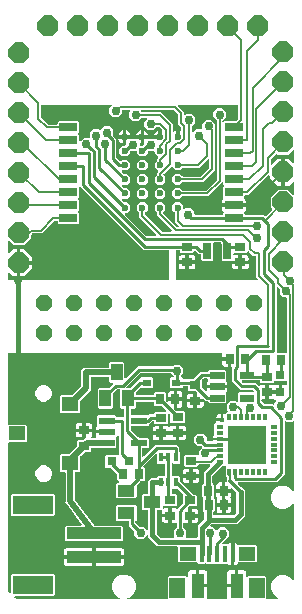
<source format=gbr>
G04 EAGLE Gerber RS-274X export*
G75*
%MOMM*%
%FSLAX34Y34*%
%LPD*%
%INTop Copper*%
%IPPOS*%
%AMOC8*
5,1,8,0,0,1.08239X$1,22.5*%
G01*
%ADD10R,1.500000X0.700000*%
%ADD11C,0.600000*%
%ADD12C,0.088500*%
%ADD13R,0.700000X1.400000*%
%ADD14R,0.900000X0.700000*%
%ADD15R,0.600000X0.300000*%
%ADD16R,0.300000X0.600000*%
%ADD17R,3.300000X3.300000*%
%ADD18R,0.435000X0.435000*%
%ADD19R,1.325000X1.700000*%
%ADD20R,1.400000X1.150000*%
%ADD21R,0.400000X1.350000*%
%ADD22R,1.100000X2.100000*%
%ADD23R,4.600000X1.000000*%
%ADD24R,3.400000X1.600000*%
%ADD25P,1.539592X8X202.500000*%
%ADD26R,0.700000X0.900000*%
%ADD27R,1.320800X0.558800*%
%ADD28R,0.800000X0.600000*%
%ADD29R,1.400000X1.000000*%
%ADD30R,1.000000X1.400000*%
%ADD31R,0.355600X0.787400*%
%ADD32R,0.800000X0.800000*%
%ADD33R,1.400000X1.200000*%
%ADD34P,1.924489X8X22.500000*%
%ADD35P,1.924489X8X112.500000*%
%ADD36C,0.254000*%
%ADD37C,0.203200*%
%ADD38C,0.756400*%
%ADD39C,0.152400*%
%ADD40C,0.406400*%
%ADD41C,0.304800*%
%ADD42C,0.508000*%

G36*
X163784Y-287512D02*
X163784Y-287512D01*
X163881Y-287502D01*
X163904Y-287492D01*
X163930Y-287488D01*
X164016Y-287442D01*
X164105Y-287402D01*
X164125Y-287385D01*
X164148Y-287372D01*
X164215Y-287302D01*
X164286Y-287236D01*
X164299Y-287213D01*
X164317Y-287194D01*
X164358Y-287106D01*
X164405Y-287020D01*
X164410Y-286995D01*
X164421Y-286971D01*
X164431Y-286874D01*
X164449Y-286778D01*
X164445Y-286752D01*
X164448Y-286727D01*
X164427Y-286631D01*
X164413Y-286535D01*
X164401Y-286512D01*
X164395Y-286486D01*
X164346Y-286403D01*
X164301Y-286316D01*
X164283Y-286297D01*
X164269Y-286275D01*
X164195Y-286212D01*
X164126Y-286144D01*
X164097Y-286128D01*
X164082Y-286115D01*
X164052Y-286103D01*
X163979Y-286063D01*
X161698Y-285118D01*
X158874Y-282294D01*
X157345Y-278603D01*
X157345Y-274609D01*
X158874Y-270918D01*
X161698Y-268094D01*
X165389Y-266565D01*
X169383Y-266565D01*
X173074Y-268094D01*
X175898Y-270918D01*
X177427Y-274609D01*
X177427Y-278603D01*
X175898Y-282294D01*
X173074Y-285118D01*
X170793Y-286063D01*
X170710Y-286114D01*
X170624Y-286160D01*
X170606Y-286179D01*
X170584Y-286192D01*
X170522Y-286267D01*
X170455Y-286338D01*
X170444Y-286362D01*
X170427Y-286382D01*
X170392Y-286473D01*
X170351Y-286561D01*
X170348Y-286587D01*
X170339Y-286611D01*
X170335Y-286709D01*
X170324Y-286805D01*
X170330Y-286831D01*
X170329Y-286857D01*
X170356Y-286951D01*
X170377Y-287046D01*
X170390Y-287068D01*
X170397Y-287093D01*
X170453Y-287173D01*
X170503Y-287257D01*
X170523Y-287274D01*
X170537Y-287295D01*
X170616Y-287354D01*
X170690Y-287417D01*
X170714Y-287427D01*
X170735Y-287442D01*
X170827Y-287472D01*
X170918Y-287509D01*
X170950Y-287512D01*
X170969Y-287518D01*
X171002Y-287518D01*
X171084Y-287527D01*
X203844Y-287527D01*
X203864Y-287524D01*
X203883Y-287526D01*
X203985Y-287504D01*
X204087Y-287488D01*
X204104Y-287478D01*
X204124Y-287474D01*
X204213Y-287421D01*
X204304Y-287372D01*
X204318Y-287358D01*
X204335Y-287348D01*
X204402Y-287269D01*
X204474Y-287194D01*
X204482Y-287176D01*
X204495Y-287161D01*
X204534Y-287065D01*
X204577Y-286971D01*
X204579Y-286951D01*
X204587Y-286933D01*
X204605Y-286766D01*
X204605Y-268782D01*
X205498Y-267889D01*
X220012Y-267889D01*
X220540Y-268417D01*
X220598Y-268459D01*
X220650Y-268509D01*
X220697Y-268531D01*
X220739Y-268561D01*
X220808Y-268582D01*
X220873Y-268612D01*
X220925Y-268618D01*
X220975Y-268633D01*
X221046Y-268631D01*
X221117Y-268639D01*
X221168Y-268628D01*
X221220Y-268627D01*
X221288Y-268602D01*
X221358Y-268587D01*
X221403Y-268560D01*
X221451Y-268543D01*
X221507Y-268498D01*
X221569Y-268461D01*
X221603Y-268421D01*
X221643Y-268389D01*
X221682Y-268329D01*
X221729Y-268274D01*
X221748Y-268226D01*
X221776Y-268182D01*
X221794Y-268112D01*
X221821Y-268046D01*
X221829Y-267975D01*
X221837Y-267943D01*
X221835Y-267920D01*
X221839Y-267879D01*
X221839Y-265080D01*
X222012Y-264433D01*
X222347Y-263854D01*
X222820Y-263381D01*
X223399Y-263046D01*
X224046Y-262873D01*
X228357Y-262873D01*
X228357Y-275152D01*
X228360Y-275172D01*
X228358Y-275191D01*
X228380Y-275293D01*
X228397Y-275395D01*
X228406Y-275412D01*
X228410Y-275432D01*
X228463Y-275521D01*
X228512Y-275612D01*
X228526Y-275626D01*
X228536Y-275643D01*
X228615Y-275710D01*
X228690Y-275781D01*
X228708Y-275790D01*
X228723Y-275803D01*
X228819Y-275842D01*
X228913Y-275885D01*
X228933Y-275887D01*
X228951Y-275895D01*
X229118Y-275913D01*
X229881Y-275913D01*
X229881Y-276676D01*
X229884Y-276696D01*
X229882Y-276715D01*
X229904Y-276817D01*
X229921Y-276919D01*
X229930Y-276936D01*
X229934Y-276956D01*
X229987Y-277045D01*
X230036Y-277136D01*
X230050Y-277150D01*
X230060Y-277167D01*
X230139Y-277234D01*
X230214Y-277305D01*
X230232Y-277314D01*
X230247Y-277327D01*
X230343Y-277366D01*
X230437Y-277409D01*
X230457Y-277411D01*
X230475Y-277419D01*
X230642Y-277437D01*
X237921Y-277437D01*
X237921Y-286766D01*
X237924Y-286786D01*
X237922Y-286805D01*
X237944Y-286907D01*
X237960Y-287009D01*
X237970Y-287026D01*
X237974Y-287046D01*
X238027Y-287135D01*
X238076Y-287226D01*
X238090Y-287240D01*
X238100Y-287257D01*
X238179Y-287324D01*
X238254Y-287396D01*
X238272Y-287404D01*
X238287Y-287417D01*
X238383Y-287456D01*
X238477Y-287499D01*
X238497Y-287501D01*
X238515Y-287509D01*
X238682Y-287527D01*
X254078Y-287527D01*
X254098Y-287524D01*
X254117Y-287526D01*
X254219Y-287504D01*
X254321Y-287488D01*
X254338Y-287478D01*
X254358Y-287474D01*
X254447Y-287421D01*
X254538Y-287372D01*
X254552Y-287358D01*
X254569Y-287348D01*
X254636Y-287269D01*
X254708Y-287194D01*
X254716Y-287176D01*
X254729Y-287161D01*
X254768Y-287065D01*
X254811Y-286971D01*
X254813Y-286951D01*
X254821Y-286933D01*
X254839Y-286766D01*
X254839Y-277437D01*
X262118Y-277437D01*
X262138Y-277434D01*
X262157Y-277436D01*
X262259Y-277414D01*
X262361Y-277397D01*
X262378Y-277388D01*
X262398Y-277384D01*
X262487Y-277331D01*
X262578Y-277282D01*
X262592Y-277268D01*
X262609Y-277258D01*
X262676Y-277179D01*
X262747Y-277104D01*
X262756Y-277086D01*
X262769Y-277071D01*
X262808Y-276975D01*
X262851Y-276881D01*
X262853Y-276861D01*
X262861Y-276843D01*
X262879Y-276676D01*
X262879Y-275913D01*
X263642Y-275913D01*
X263662Y-275910D01*
X263681Y-275912D01*
X263783Y-275890D01*
X263885Y-275873D01*
X263902Y-275864D01*
X263922Y-275860D01*
X264011Y-275807D01*
X264102Y-275758D01*
X264116Y-275744D01*
X264133Y-275734D01*
X264200Y-275655D01*
X264271Y-275580D01*
X264280Y-275562D01*
X264293Y-275547D01*
X264332Y-275451D01*
X264375Y-275357D01*
X264377Y-275337D01*
X264385Y-275319D01*
X264403Y-275152D01*
X264403Y-262873D01*
X268714Y-262873D01*
X269361Y-263046D01*
X269940Y-263381D01*
X270413Y-263854D01*
X270748Y-264433D01*
X270921Y-265080D01*
X270921Y-267879D01*
X270932Y-267950D01*
X270934Y-268022D01*
X270952Y-268071D01*
X270960Y-268122D01*
X270994Y-268185D01*
X271019Y-268253D01*
X271051Y-268293D01*
X271076Y-268339D01*
X271128Y-268389D01*
X271172Y-268445D01*
X271216Y-268473D01*
X271254Y-268509D01*
X271319Y-268539D01*
X271379Y-268578D01*
X271430Y-268590D01*
X271477Y-268612D01*
X271548Y-268620D01*
X271618Y-268638D01*
X271670Y-268634D01*
X271721Y-268639D01*
X271792Y-268624D01*
X271863Y-268619D01*
X271911Y-268598D01*
X271962Y-268587D01*
X272023Y-268550D01*
X272089Y-268522D01*
X272145Y-268477D01*
X272173Y-268461D01*
X272188Y-268443D01*
X272220Y-268417D01*
X272748Y-267889D01*
X287262Y-267889D01*
X288155Y-268782D01*
X288155Y-286766D01*
X288158Y-286786D01*
X288156Y-286805D01*
X288178Y-286907D01*
X288194Y-287009D01*
X288204Y-287026D01*
X288208Y-287046D01*
X288261Y-287135D01*
X288310Y-287226D01*
X288324Y-287240D01*
X288334Y-287257D01*
X288413Y-287324D01*
X288488Y-287396D01*
X288506Y-287404D01*
X288521Y-287417D01*
X288617Y-287456D01*
X288711Y-287499D01*
X288731Y-287501D01*
X288749Y-287509D01*
X288916Y-287527D01*
X297440Y-287527D01*
X297536Y-287512D01*
X297633Y-287502D01*
X297657Y-287492D01*
X297683Y-287488D01*
X297769Y-287442D01*
X297858Y-287402D01*
X297877Y-287385D01*
X297900Y-287372D01*
X297968Y-287302D01*
X298039Y-287236D01*
X298052Y-287213D01*
X298070Y-287194D01*
X298111Y-287106D01*
X298158Y-287020D01*
X298162Y-286995D01*
X298173Y-286971D01*
X298184Y-286874D01*
X298201Y-286778D01*
X298198Y-286752D01*
X298201Y-286727D01*
X298180Y-286631D01*
X298166Y-286535D01*
X298154Y-286512D01*
X298148Y-286486D01*
X298098Y-286403D01*
X298054Y-286316D01*
X298035Y-286297D01*
X298022Y-286275D01*
X297948Y-286212D01*
X297879Y-286144D01*
X297850Y-286128D01*
X297835Y-286115D01*
X297805Y-286103D01*
X297732Y-286063D01*
X296064Y-285372D01*
X293240Y-282548D01*
X291711Y-278857D01*
X291711Y-274863D01*
X293240Y-271172D01*
X296064Y-268348D01*
X299755Y-266819D01*
X303749Y-266819D01*
X307440Y-268348D01*
X310358Y-271266D01*
X310416Y-271308D01*
X310468Y-271357D01*
X310515Y-271379D01*
X310557Y-271410D01*
X310626Y-271431D01*
X310691Y-271461D01*
X310743Y-271467D01*
X310793Y-271482D01*
X310864Y-271480D01*
X310935Y-271488D01*
X310986Y-271477D01*
X311038Y-271476D01*
X311106Y-271451D01*
X311176Y-271436D01*
X311221Y-271409D01*
X311269Y-271391D01*
X311325Y-271346D01*
X311387Y-271310D01*
X311421Y-271270D01*
X311461Y-271237D01*
X311500Y-271177D01*
X311547Y-271123D01*
X311566Y-271074D01*
X311594Y-271030D01*
X311612Y-270961D01*
X311639Y-270894D01*
X311647Y-270823D01*
X311655Y-270792D01*
X311653Y-270769D01*
X311657Y-270728D01*
X311657Y-207300D01*
X311646Y-207230D01*
X311644Y-207158D01*
X311626Y-207109D01*
X311618Y-207058D01*
X311584Y-206994D01*
X311559Y-206927D01*
X311527Y-206886D01*
X311502Y-206840D01*
X311450Y-206791D01*
X311406Y-206735D01*
X311362Y-206707D01*
X311324Y-206671D01*
X311259Y-206641D01*
X311199Y-206602D01*
X311148Y-206589D01*
X311101Y-206567D01*
X311030Y-206559D01*
X310960Y-206542D01*
X310908Y-206546D01*
X310857Y-206540D01*
X310786Y-206555D01*
X310715Y-206561D01*
X310667Y-206581D01*
X310616Y-206592D01*
X310555Y-206629D01*
X310489Y-206657D01*
X310433Y-206702D01*
X310405Y-206718D01*
X310390Y-206736D01*
X310358Y-206762D01*
X307440Y-209680D01*
X303749Y-211209D01*
X299755Y-211209D01*
X296064Y-209680D01*
X293240Y-206856D01*
X291711Y-203165D01*
X291711Y-199171D01*
X293240Y-195480D01*
X296064Y-192656D01*
X299755Y-191127D01*
X303749Y-191127D01*
X307440Y-192656D01*
X310358Y-195574D01*
X310416Y-195616D01*
X310468Y-195665D01*
X310515Y-195687D01*
X310557Y-195718D01*
X310626Y-195739D01*
X310691Y-195769D01*
X310743Y-195775D01*
X310793Y-195790D01*
X310864Y-195788D01*
X310935Y-195796D01*
X310986Y-195785D01*
X311038Y-195784D01*
X311106Y-195759D01*
X311176Y-195744D01*
X311221Y-195717D01*
X311269Y-195699D01*
X311325Y-195654D01*
X311387Y-195618D01*
X311421Y-195578D01*
X311461Y-195545D01*
X311500Y-195485D01*
X311547Y-195431D01*
X311566Y-195382D01*
X311594Y-195338D01*
X311612Y-195269D01*
X311639Y-195202D01*
X311647Y-195131D01*
X311655Y-195100D01*
X311653Y-195077D01*
X311657Y-195036D01*
X311657Y-136851D01*
X311646Y-136781D01*
X311644Y-136709D01*
X311626Y-136660D01*
X311618Y-136609D01*
X311584Y-136545D01*
X311559Y-136478D01*
X311527Y-136437D01*
X311502Y-136391D01*
X311450Y-136342D01*
X311406Y-136286D01*
X311362Y-136258D01*
X311324Y-136222D01*
X311259Y-136192D01*
X311199Y-136153D01*
X311148Y-136140D01*
X311101Y-136118D01*
X311030Y-136110D01*
X310960Y-136093D01*
X310908Y-136097D01*
X310857Y-136091D01*
X310786Y-136106D01*
X310715Y-136112D01*
X310667Y-136132D01*
X310616Y-136143D01*
X310555Y-136180D01*
X310489Y-136208D01*
X310433Y-136253D01*
X310405Y-136270D01*
X310390Y-136287D01*
X310358Y-136313D01*
X309489Y-137182D01*
X305093Y-137182D01*
X304830Y-136919D01*
X304772Y-136877D01*
X304720Y-136828D01*
X304673Y-136806D01*
X304631Y-136776D01*
X304562Y-136755D01*
X304497Y-136724D01*
X304445Y-136719D01*
X304395Y-136703D01*
X304324Y-136705D01*
X304253Y-136697D01*
X304202Y-136708D01*
X304150Y-136710D01*
X304082Y-136734D01*
X304012Y-136750D01*
X303967Y-136776D01*
X303919Y-136794D01*
X303863Y-136839D01*
X303801Y-136876D01*
X303767Y-136915D01*
X303727Y-136948D01*
X303688Y-137008D01*
X303641Y-137063D01*
X303622Y-137111D01*
X303594Y-137155D01*
X303576Y-137224D01*
X303549Y-137291D01*
X303541Y-137362D01*
X303533Y-137393D01*
X303535Y-137417D01*
X303531Y-137458D01*
X303531Y-181498D01*
X296722Y-188307D01*
X264350Y-188307D01*
X264279Y-188318D01*
X264208Y-188320D01*
X264159Y-188338D01*
X264107Y-188346D01*
X264044Y-188380D01*
X263977Y-188405D01*
X263936Y-188437D01*
X263890Y-188462D01*
X263841Y-188514D01*
X263785Y-188558D01*
X263756Y-188602D01*
X263721Y-188640D01*
X263690Y-188705D01*
X263652Y-188765D01*
X263639Y-188816D01*
X263617Y-188863D01*
X263609Y-188934D01*
X263592Y-189004D01*
X263596Y-189056D01*
X263590Y-189107D01*
X263605Y-189178D01*
X263611Y-189249D01*
X263631Y-189297D01*
X263642Y-189348D01*
X263679Y-189409D01*
X263707Y-189475D01*
X263752Y-189531D01*
X263768Y-189559D01*
X263786Y-189574D01*
X263812Y-189606D01*
X266724Y-192518D01*
X266798Y-192571D01*
X266867Y-192631D01*
X266897Y-192643D01*
X266924Y-192662D01*
X267011Y-192689D01*
X267095Y-192723D01*
X267136Y-192727D01*
X267159Y-192734D01*
X267191Y-192733D01*
X267262Y-192741D01*
X267665Y-192741D01*
X269749Y-194825D01*
X269749Y-217119D01*
X267442Y-219426D01*
X265654Y-221214D01*
X263347Y-223521D01*
X241923Y-223521D01*
X241832Y-223535D01*
X241742Y-223543D01*
X241712Y-223555D01*
X241680Y-223560D01*
X241599Y-223603D01*
X241515Y-223639D01*
X241483Y-223665D01*
X241462Y-223676D01*
X241440Y-223699D01*
X241384Y-223744D01*
X240594Y-224534D01*
X240552Y-224592D01*
X240503Y-224644D01*
X240481Y-224691D01*
X240451Y-224733D01*
X240430Y-224802D01*
X240399Y-224867D01*
X240394Y-224919D01*
X240378Y-224969D01*
X240380Y-225040D01*
X240372Y-225111D01*
X240383Y-225162D01*
X240385Y-225214D01*
X240409Y-225282D01*
X240425Y-225352D01*
X240451Y-225396D01*
X240469Y-225445D01*
X240514Y-225501D01*
X240551Y-225563D01*
X240590Y-225597D01*
X240623Y-225637D01*
X240683Y-225676D01*
X240738Y-225723D01*
X240786Y-225742D01*
X240830Y-225770D01*
X240899Y-225788D01*
X240966Y-225815D01*
X241037Y-225823D01*
X241068Y-225831D01*
X241092Y-225829D01*
X241133Y-225833D01*
X242916Y-225833D01*
X245805Y-228722D01*
X245821Y-228733D01*
X245833Y-228749D01*
X245921Y-228805D01*
X246004Y-228865D01*
X246023Y-228871D01*
X246040Y-228882D01*
X246141Y-228907D01*
X246240Y-228938D01*
X246259Y-228937D01*
X246279Y-228942D01*
X246382Y-228934D01*
X246485Y-228931D01*
X246504Y-228925D01*
X246524Y-228923D01*
X246619Y-228883D01*
X246716Y-228847D01*
X246732Y-228834D01*
X246750Y-228827D01*
X246881Y-228722D01*
X249008Y-226595D01*
X253404Y-226595D01*
X256513Y-229704D01*
X256513Y-234100D01*
X253404Y-237209D01*
X253215Y-237209D01*
X253125Y-237223D01*
X253034Y-237231D01*
X253004Y-237243D01*
X252972Y-237248D01*
X252892Y-237291D01*
X252808Y-237327D01*
X252775Y-237353D01*
X252755Y-237364D01*
X252733Y-237387D01*
X252677Y-237432D01*
X250519Y-239590D01*
X250477Y-239648D01*
X250427Y-239700D01*
X250405Y-239747D01*
X250375Y-239789D01*
X250354Y-239858D01*
X250324Y-239923D01*
X250318Y-239975D01*
X250303Y-240025D01*
X250305Y-240096D01*
X250297Y-240167D01*
X250308Y-240218D01*
X250309Y-240270D01*
X250334Y-240338D01*
X250349Y-240408D01*
X250376Y-240453D01*
X250394Y-240501D01*
X250438Y-240557D01*
X250475Y-240619D01*
X250515Y-240653D01*
X250547Y-240693D01*
X250608Y-240732D01*
X250662Y-240779D01*
X250710Y-240798D01*
X250754Y-240826D01*
X250824Y-240844D01*
X250890Y-240871D01*
X250962Y-240879D01*
X250993Y-240887D01*
X251016Y-240885D01*
X251057Y-240889D01*
X254996Y-240889D01*
X255086Y-240875D01*
X255177Y-240867D01*
X255207Y-240855D01*
X255239Y-240850D01*
X255320Y-240807D01*
X255404Y-240771D01*
X255436Y-240745D01*
X255456Y-240734D01*
X255479Y-240711D01*
X255535Y-240666D01*
X255820Y-240381D01*
X256399Y-240046D01*
X257046Y-239873D01*
X258381Y-239873D01*
X258381Y-248926D01*
X258384Y-248945D01*
X258382Y-248965D01*
X258404Y-249067D01*
X258420Y-249169D01*
X258421Y-249170D01*
X258409Y-249197D01*
X258407Y-249217D01*
X258399Y-249235D01*
X258381Y-249402D01*
X258381Y-258455D01*
X257045Y-258455D01*
X256399Y-258282D01*
X255820Y-257947D01*
X255535Y-257662D01*
X255461Y-257609D01*
X255391Y-257549D01*
X255361Y-257537D01*
X255335Y-257518D01*
X255248Y-257491D01*
X255163Y-257457D01*
X255122Y-257453D01*
X255100Y-257446D01*
X255068Y-257447D01*
X254996Y-257439D01*
X250248Y-257439D01*
X250168Y-257359D01*
X250152Y-257347D01*
X250140Y-257331D01*
X250052Y-257275D01*
X249969Y-257215D01*
X249950Y-257209D01*
X249933Y-257198D01*
X249832Y-257173D01*
X249733Y-257143D01*
X249713Y-257143D01*
X249694Y-257138D01*
X249591Y-257146D01*
X249488Y-257149D01*
X249469Y-257156D01*
X249449Y-257157D01*
X249354Y-257198D01*
X249257Y-257233D01*
X249241Y-257246D01*
X249223Y-257254D01*
X249092Y-257359D01*
X249012Y-257439D01*
X243748Y-257439D01*
X243668Y-257359D01*
X243652Y-257347D01*
X243640Y-257331D01*
X243552Y-257275D01*
X243469Y-257215D01*
X243450Y-257209D01*
X243433Y-257198D01*
X243332Y-257173D01*
X243233Y-257143D01*
X243213Y-257143D01*
X243194Y-257138D01*
X243091Y-257146D01*
X242988Y-257149D01*
X242969Y-257156D01*
X242949Y-257157D01*
X242854Y-257198D01*
X242757Y-257233D01*
X242741Y-257246D01*
X242723Y-257254D01*
X242592Y-257359D01*
X242512Y-257439D01*
X237248Y-257439D01*
X237168Y-257359D01*
X237152Y-257347D01*
X237140Y-257331D01*
X237052Y-257275D01*
X236969Y-257215D01*
X236950Y-257209D01*
X236933Y-257198D01*
X236832Y-257173D01*
X236733Y-257143D01*
X236713Y-257143D01*
X236694Y-257138D01*
X236591Y-257146D01*
X236488Y-257149D01*
X236469Y-257156D01*
X236449Y-257157D01*
X236354Y-257198D01*
X236257Y-257233D01*
X236241Y-257246D01*
X236223Y-257254D01*
X236092Y-257359D01*
X236012Y-257439D01*
X230748Y-257439D01*
X229721Y-256412D01*
X229647Y-256359D01*
X229578Y-256299D01*
X229548Y-256287D01*
X229522Y-256268D01*
X229435Y-256241D01*
X229350Y-256207D01*
X229309Y-256203D01*
X229287Y-256196D01*
X229254Y-256197D01*
X229183Y-256189D01*
X213748Y-256189D01*
X212855Y-255296D01*
X212855Y-243032D01*
X212852Y-243012D01*
X212854Y-242993D01*
X212832Y-242891D01*
X212816Y-242789D01*
X212806Y-242772D01*
X212802Y-242752D01*
X212749Y-242663D01*
X212700Y-242572D01*
X212686Y-242558D01*
X212676Y-242541D01*
X212597Y-242474D01*
X212522Y-242402D01*
X212504Y-242394D01*
X212489Y-242381D01*
X212393Y-242342D01*
X212299Y-242299D01*
X212279Y-242297D01*
X212261Y-242289D01*
X212094Y-242271D01*
X195331Y-242271D01*
X193024Y-239964D01*
X190260Y-237200D01*
X190235Y-237182D01*
X188996Y-235936D01*
X188995Y-235935D01*
X188994Y-235934D01*
X187954Y-234894D01*
X187956Y-234139D01*
X187945Y-234067D01*
X187943Y-233994D01*
X187925Y-233946D01*
X187917Y-233896D01*
X187883Y-233831D01*
X187858Y-233763D01*
X187826Y-233723D01*
X187803Y-233678D01*
X187750Y-233628D01*
X187705Y-233571D01*
X187662Y-233543D01*
X187625Y-233508D01*
X187559Y-233477D01*
X187498Y-233438D01*
X187448Y-233426D01*
X187402Y-233404D01*
X187330Y-233396D01*
X187259Y-233378D01*
X187208Y-233382D01*
X187158Y-233376D01*
X187086Y-233391D01*
X187014Y-233397D01*
X186967Y-233417D01*
X186917Y-233428D01*
X186854Y-233465D01*
X186788Y-233493D01*
X186733Y-233537D01*
X186706Y-233553D01*
X186690Y-233572D01*
X186657Y-233598D01*
X183808Y-236447D01*
X179412Y-236447D01*
X176303Y-233338D01*
X176303Y-230101D01*
X176289Y-230011D01*
X176281Y-229920D01*
X176269Y-229890D01*
X176264Y-229858D01*
X176221Y-229778D01*
X176185Y-229694D01*
X176159Y-229662D01*
X176148Y-229641D01*
X176125Y-229619D01*
X176080Y-229563D01*
X171625Y-225108D01*
X171625Y-221764D01*
X171622Y-221744D01*
X171624Y-221725D01*
X171602Y-221623D01*
X171586Y-221521D01*
X171576Y-221504D01*
X171572Y-221484D01*
X171519Y-221395D01*
X171470Y-221304D01*
X171456Y-221290D01*
X171446Y-221273D01*
X171367Y-221206D01*
X171292Y-221134D01*
X171274Y-221126D01*
X171259Y-221113D01*
X171163Y-221074D01*
X171069Y-221031D01*
X171049Y-221029D01*
X171031Y-221021D01*
X170864Y-221003D01*
X161962Y-221003D01*
X161069Y-220110D01*
X161069Y-208846D01*
X161962Y-207953D01*
X177226Y-207953D01*
X178119Y-208846D01*
X178119Y-220110D01*
X177438Y-220791D01*
X177391Y-220855D01*
X177377Y-220870D01*
X177374Y-220877D01*
X177325Y-220934D01*
X177313Y-220964D01*
X177294Y-220990D01*
X177267Y-221077D01*
X177233Y-221162D01*
X177229Y-221203D01*
X177222Y-221225D01*
X177223Y-221258D01*
X177215Y-221329D01*
X177215Y-222477D01*
X177229Y-222567D01*
X177237Y-222658D01*
X177249Y-222688D01*
X177254Y-222720D01*
X177297Y-222800D01*
X177333Y-222884D01*
X177359Y-222916D01*
X177370Y-222937D01*
X177393Y-222959D01*
X177438Y-223015D01*
X180033Y-225610D01*
X180107Y-225663D01*
X180176Y-225723D01*
X180206Y-225735D01*
X180232Y-225754D01*
X180319Y-225781D01*
X180404Y-225815D01*
X180445Y-225819D01*
X180467Y-225826D01*
X180500Y-225825D01*
X180571Y-225833D01*
X183808Y-225833D01*
X186673Y-228698D01*
X186731Y-228740D01*
X186782Y-228788D01*
X186805Y-228799D01*
X186806Y-228801D01*
X186817Y-228805D01*
X186830Y-228811D01*
X186873Y-228842D01*
X186940Y-228863D01*
X187005Y-228893D01*
X187057Y-228899D01*
X187108Y-228914D01*
X187179Y-228912D01*
X187249Y-228920D01*
X187301Y-228909D01*
X187354Y-228908D01*
X187420Y-228884D01*
X187489Y-228869D01*
X187535Y-228842D01*
X187585Y-228824D01*
X187640Y-228779D01*
X187701Y-228743D01*
X187736Y-228703D01*
X187777Y-228670D01*
X187815Y-228610D01*
X187861Y-228557D01*
X187881Y-228508D01*
X187910Y-228463D01*
X187927Y-228394D01*
X187934Y-228378D01*
X187945Y-228355D01*
X187945Y-228350D01*
X187954Y-228329D01*
X187962Y-228256D01*
X187970Y-228224D01*
X187968Y-228202D01*
X187973Y-228162D01*
X188017Y-212266D01*
X188014Y-212245D01*
X188016Y-212225D01*
X187994Y-212124D01*
X187978Y-212023D01*
X187968Y-212005D01*
X187964Y-211984D01*
X187911Y-211896D01*
X187863Y-211806D01*
X187848Y-211791D01*
X187838Y-211773D01*
X187759Y-211706D01*
X187686Y-211636D01*
X187667Y-211627D01*
X187651Y-211613D01*
X187555Y-211575D01*
X187463Y-211531D01*
X187442Y-211529D01*
X187422Y-211521D01*
X187256Y-211503D01*
X183962Y-211503D01*
X183069Y-210610D01*
X183069Y-199346D01*
X183962Y-198453D01*
X187276Y-198453D01*
X187296Y-198450D01*
X187315Y-198452D01*
X187417Y-198430D01*
X187519Y-198414D01*
X187536Y-198404D01*
X187556Y-198400D01*
X187645Y-198347D01*
X187736Y-198298D01*
X187750Y-198284D01*
X187767Y-198274D01*
X187834Y-198195D01*
X187906Y-198120D01*
X187914Y-198102D01*
X187927Y-198087D01*
X187966Y-197991D01*
X188009Y-197897D01*
X188011Y-197877D01*
X188019Y-197859D01*
X188037Y-197692D01*
X188037Y-186995D01*
X190121Y-184911D01*
X194414Y-184911D01*
X194434Y-184908D01*
X194453Y-184910D01*
X194555Y-184888D01*
X194657Y-184872D01*
X194674Y-184862D01*
X194694Y-184858D01*
X194783Y-184805D01*
X194874Y-184756D01*
X194888Y-184742D01*
X194905Y-184732D01*
X194972Y-184653D01*
X195044Y-184578D01*
X195052Y-184560D01*
X195065Y-184545D01*
X195104Y-184449D01*
X195147Y-184355D01*
X195149Y-184335D01*
X195157Y-184317D01*
X195175Y-184150D01*
X195175Y-183899D01*
X196068Y-183006D01*
X200889Y-183006D01*
X200942Y-183044D01*
X200994Y-183094D01*
X201041Y-183116D01*
X201083Y-183146D01*
X201152Y-183167D01*
X201217Y-183197D01*
X201269Y-183203D01*
X201318Y-183218D01*
X201390Y-183216D01*
X201461Y-183224D01*
X201512Y-183213D01*
X201564Y-183212D01*
X201632Y-183187D01*
X201702Y-183172D01*
X201747Y-183145D01*
X201795Y-183128D01*
X201851Y-183083D01*
X201913Y-183046D01*
X201947Y-183006D01*
X201987Y-182974D01*
X202026Y-182914D01*
X202073Y-182859D01*
X202092Y-182811D01*
X202120Y-182767D01*
X202138Y-182698D01*
X202165Y-182631D01*
X202173Y-182560D01*
X202181Y-182528D01*
X202179Y-182505D01*
X202183Y-182464D01*
X202183Y-173136D01*
X202172Y-173065D01*
X202170Y-172993D01*
X202152Y-172944D01*
X202144Y-172893D01*
X202110Y-172830D01*
X202085Y-172762D01*
X202053Y-172722D01*
X202028Y-172676D01*
X201977Y-172626D01*
X201932Y-172570D01*
X201888Y-172542D01*
X201850Y-172506D01*
X201785Y-172476D01*
X201725Y-172437D01*
X201674Y-172425D01*
X201627Y-172403D01*
X201556Y-172395D01*
X201486Y-172377D01*
X201434Y-172381D01*
X201383Y-172376D01*
X201312Y-172391D01*
X201241Y-172396D01*
X201193Y-172417D01*
X201142Y-172428D01*
X201081Y-172465D01*
X201015Y-172493D01*
X200959Y-172538D01*
X200931Y-172554D01*
X200916Y-172572D01*
X200889Y-172594D01*
X196068Y-172594D01*
X195175Y-171701D01*
X195175Y-165095D01*
X195164Y-165024D01*
X195162Y-164952D01*
X195144Y-164903D01*
X195136Y-164852D01*
X195102Y-164789D01*
X195077Y-164721D01*
X195045Y-164681D01*
X195020Y-164635D01*
X194968Y-164585D01*
X194924Y-164529D01*
X194880Y-164501D01*
X194842Y-164465D01*
X194777Y-164435D01*
X194717Y-164396D01*
X194666Y-164384D01*
X194619Y-164362D01*
X194548Y-164354D01*
X194478Y-164336D01*
X194426Y-164340D01*
X194375Y-164335D01*
X194304Y-164350D01*
X194233Y-164355D01*
X194185Y-164376D01*
X194134Y-164387D01*
X194073Y-164424D01*
X194007Y-164452D01*
X193951Y-164497D01*
X193923Y-164513D01*
X193908Y-164531D01*
X193876Y-164557D01*
X184019Y-174414D01*
X184007Y-174430D01*
X183991Y-174442D01*
X183935Y-174530D01*
X183875Y-174614D01*
X183869Y-174632D01*
X183858Y-174649D01*
X183833Y-174750D01*
X183803Y-174849D01*
X183803Y-174869D01*
X183798Y-174888D01*
X183806Y-174991D01*
X183809Y-175094D01*
X183816Y-175113D01*
X183817Y-175133D01*
X183858Y-175228D01*
X183894Y-175325D01*
X183906Y-175341D01*
X183914Y-175359D01*
X184019Y-175490D01*
X185007Y-176478D01*
X185007Y-186742D01*
X184114Y-187635D01*
X181705Y-187635D01*
X181615Y-187649D01*
X181524Y-187657D01*
X181494Y-187669D01*
X181462Y-187674D01*
X181382Y-187717D01*
X181298Y-187753D01*
X181266Y-187779D01*
X181245Y-187790D01*
X181223Y-187813D01*
X181167Y-187858D01*
X180917Y-188108D01*
X178342Y-190683D01*
X178289Y-190757D01*
X178229Y-190826D01*
X178217Y-190856D01*
X178198Y-190882D01*
X178171Y-190969D01*
X178137Y-191054D01*
X178133Y-191095D01*
X178126Y-191117D01*
X178127Y-191150D01*
X178119Y-191221D01*
X178119Y-201110D01*
X177226Y-202003D01*
X161962Y-202003D01*
X161069Y-201110D01*
X161069Y-189846D01*
X161962Y-188953D01*
X162331Y-188953D01*
X162402Y-188942D01*
X162474Y-188940D01*
X162523Y-188922D01*
X162574Y-188914D01*
X162637Y-188880D01*
X162705Y-188855D01*
X162745Y-188823D01*
X162791Y-188798D01*
X162841Y-188746D01*
X162897Y-188702D01*
X162925Y-188658D01*
X162961Y-188620D01*
X162991Y-188555D01*
X163030Y-188495D01*
X163042Y-188444D01*
X163064Y-188397D01*
X163072Y-188326D01*
X163090Y-188256D01*
X163086Y-188204D01*
X163091Y-188153D01*
X163076Y-188082D01*
X163071Y-188011D01*
X163050Y-187963D01*
X163039Y-187912D01*
X163002Y-187851D01*
X162974Y-187785D01*
X162929Y-187729D01*
X162913Y-187701D01*
X162895Y-187686D01*
X162869Y-187654D01*
X161957Y-186742D01*
X161957Y-181869D01*
X161943Y-181779D01*
X161935Y-181688D01*
X161923Y-181658D01*
X161918Y-181626D01*
X161875Y-181546D01*
X161839Y-181462D01*
X161813Y-181430D01*
X161802Y-181409D01*
X161779Y-181387D01*
X161734Y-181331D01*
X156585Y-176182D01*
X156511Y-176129D01*
X156442Y-176069D01*
X156412Y-176057D01*
X156386Y-176038D01*
X156299Y-176011D01*
X156214Y-175977D01*
X156173Y-175973D01*
X156151Y-175966D01*
X156118Y-175967D01*
X156047Y-175959D01*
X152460Y-175959D01*
X151567Y-175066D01*
X151567Y-165802D01*
X152460Y-164909D01*
X161724Y-164909D01*
X161768Y-164953D01*
X161826Y-164995D01*
X161878Y-165045D01*
X161925Y-165067D01*
X161967Y-165097D01*
X162036Y-165118D01*
X162101Y-165148D01*
X162153Y-165154D01*
X162203Y-165169D01*
X162274Y-165167D01*
X162345Y-165175D01*
X162396Y-165164D01*
X162448Y-165163D01*
X162516Y-165138D01*
X162586Y-165123D01*
X162631Y-165096D01*
X162679Y-165079D01*
X162735Y-165034D01*
X162797Y-164997D01*
X162831Y-164957D01*
X162871Y-164925D01*
X162910Y-164865D01*
X162957Y-164810D01*
X162976Y-164762D01*
X163004Y-164718D01*
X163022Y-164649D01*
X163049Y-164582D01*
X163057Y-164511D01*
X163065Y-164479D01*
X163063Y-164456D01*
X163067Y-164415D01*
X163067Y-150101D01*
X163060Y-150053D01*
X163061Y-150005D01*
X163040Y-149933D01*
X163028Y-149858D01*
X163005Y-149815D01*
X162991Y-149769D01*
X162948Y-149707D01*
X162912Y-149640D01*
X162878Y-149607D01*
X162850Y-149568D01*
X162789Y-149523D01*
X162734Y-149471D01*
X162690Y-149451D01*
X162652Y-149422D01*
X162580Y-149399D01*
X162511Y-149367D01*
X162463Y-149362D01*
X162418Y-149348D01*
X162342Y-149349D01*
X162267Y-149340D01*
X162220Y-149351D01*
X162172Y-149351D01*
X162100Y-149376D01*
X162026Y-149393D01*
X161985Y-149417D01*
X161940Y-149433D01*
X161880Y-149480D01*
X161815Y-149519D01*
X161784Y-149555D01*
X161746Y-149585D01*
X161670Y-149688D01*
X161655Y-149706D01*
X161653Y-149712D01*
X161647Y-149720D01*
X161545Y-149896D01*
X161020Y-150421D01*
X161008Y-150437D01*
X160993Y-150450D01*
X160937Y-150537D01*
X160876Y-150621D01*
X160871Y-150640D01*
X160860Y-150657D01*
X160835Y-150757D01*
X160804Y-150856D01*
X160805Y-150876D01*
X160800Y-150895D01*
X160808Y-150998D01*
X160810Y-151102D01*
X160817Y-151121D01*
X160819Y-151140D01*
X160859Y-151236D01*
X160895Y-151333D01*
X160907Y-151348D01*
X160915Y-151367D01*
X161020Y-151498D01*
X161037Y-151514D01*
X161037Y-158366D01*
X160144Y-159259D01*
X145672Y-159259D01*
X145641Y-159228D01*
X145567Y-159175D01*
X145498Y-159115D01*
X145468Y-159103D01*
X145442Y-159084D01*
X145355Y-159057D01*
X145270Y-159023D01*
X145229Y-159019D01*
X145207Y-159012D01*
X145174Y-159013D01*
X145103Y-159005D01*
X140390Y-159005D01*
X140370Y-159008D01*
X140351Y-159006D01*
X140249Y-159028D01*
X140147Y-159044D01*
X140130Y-159054D01*
X140110Y-159058D01*
X140021Y-159111D01*
X139930Y-159160D01*
X139916Y-159174D01*
X139899Y-159184D01*
X139832Y-159263D01*
X139760Y-159338D01*
X139752Y-159356D01*
X139739Y-159371D01*
X139700Y-159467D01*
X139657Y-159561D01*
X139655Y-159581D01*
X139647Y-159599D01*
X139629Y-159766D01*
X139629Y-161508D01*
X138736Y-162401D01*
X135001Y-162401D01*
X134911Y-162415D01*
X134820Y-162423D01*
X134790Y-162435D01*
X134758Y-162440D01*
X134678Y-162483D01*
X134594Y-162519D01*
X134562Y-162545D01*
X134541Y-162556D01*
X134519Y-162579D01*
X134463Y-162624D01*
X130816Y-166271D01*
X130763Y-166345D01*
X130703Y-166414D01*
X130691Y-166444D01*
X130672Y-166470D01*
X130645Y-166557D01*
X130611Y-166642D01*
X130607Y-166683D01*
X130600Y-166706D01*
X130601Y-166738D01*
X130593Y-166809D01*
X130593Y-178698D01*
X129700Y-179591D01*
X126894Y-179591D01*
X126874Y-179594D01*
X126855Y-179592D01*
X126753Y-179614D01*
X126651Y-179630D01*
X126634Y-179640D01*
X126614Y-179644D01*
X126525Y-179697D01*
X126434Y-179746D01*
X126420Y-179760D01*
X126403Y-179770D01*
X126336Y-179849D01*
X126264Y-179924D01*
X126256Y-179942D01*
X126243Y-179957D01*
X126204Y-180053D01*
X126161Y-180147D01*
X126159Y-180167D01*
X126151Y-180185D01*
X126133Y-180352D01*
X126133Y-202702D01*
X126138Y-202736D01*
X126136Y-202770D01*
X126158Y-202857D01*
X126172Y-202945D01*
X126189Y-202975D01*
X126197Y-203009D01*
X126281Y-203154D01*
X142170Y-224720D01*
X142188Y-224737D01*
X142201Y-224759D01*
X142275Y-224823D01*
X142346Y-224891D01*
X142368Y-224902D01*
X142388Y-224919D01*
X142479Y-224956D01*
X142567Y-224998D01*
X142592Y-225001D01*
X142616Y-225011D01*
X142782Y-225029D01*
X165788Y-225029D01*
X166681Y-225922D01*
X166681Y-237186D01*
X165788Y-238079D01*
X118524Y-238079D01*
X117631Y-237186D01*
X117631Y-225922D01*
X118524Y-225029D01*
X130794Y-225029D01*
X130808Y-225027D01*
X130823Y-225029D01*
X130930Y-225007D01*
X131037Y-224990D01*
X131049Y-224983D01*
X131064Y-224980D01*
X131158Y-224925D01*
X131254Y-224874D01*
X131264Y-224864D01*
X131276Y-224857D01*
X131348Y-224775D01*
X131423Y-224696D01*
X131429Y-224683D01*
X131439Y-224672D01*
X131481Y-224572D01*
X131527Y-224473D01*
X131529Y-224459D01*
X131534Y-224445D01*
X131542Y-224337D01*
X131554Y-224229D01*
X131551Y-224214D01*
X131552Y-224200D01*
X131525Y-224095D01*
X131502Y-223988D01*
X131494Y-223976D01*
X131491Y-223962D01*
X131407Y-223816D01*
X119011Y-206992D01*
X118987Y-206969D01*
X118937Y-206905D01*
X118003Y-205972D01*
X118003Y-205874D01*
X117998Y-205840D01*
X118000Y-205806D01*
X117978Y-205719D01*
X117964Y-205631D01*
X117947Y-205601D01*
X117939Y-205568D01*
X117855Y-205422D01*
X117797Y-205344D01*
X117995Y-204039D01*
X117994Y-204006D01*
X118003Y-203924D01*
X118003Y-180352D01*
X118000Y-180332D01*
X118002Y-180313D01*
X117980Y-180211D01*
X117964Y-180109D01*
X117954Y-180092D01*
X117950Y-180072D01*
X117897Y-179983D01*
X117848Y-179892D01*
X117834Y-179878D01*
X117824Y-179861D01*
X117745Y-179794D01*
X117670Y-179722D01*
X117652Y-179714D01*
X117637Y-179701D01*
X117541Y-179662D01*
X117447Y-179619D01*
X117427Y-179617D01*
X117409Y-179609D01*
X117242Y-179591D01*
X114436Y-179591D01*
X113543Y-178698D01*
X113543Y-165434D01*
X114436Y-164541D01*
X120733Y-164541D01*
X120823Y-164527D01*
X120914Y-164519D01*
X120944Y-164507D01*
X120976Y-164502D01*
X121056Y-164459D01*
X121140Y-164423D01*
X121172Y-164397D01*
X121193Y-164386D01*
X121215Y-164363D01*
X121271Y-164318D01*
X127356Y-158233D01*
X127409Y-158159D01*
X127469Y-158090D01*
X127481Y-158060D01*
X127500Y-158034D01*
X127527Y-157947D01*
X127561Y-157862D01*
X127565Y-157821D01*
X127572Y-157798D01*
X127571Y-157766D01*
X127579Y-157695D01*
X127579Y-153244D01*
X128472Y-152351D01*
X132923Y-152351D01*
X133013Y-152337D01*
X133104Y-152329D01*
X133134Y-152317D01*
X133166Y-152312D01*
X133246Y-152269D01*
X133330Y-152233D01*
X133362Y-152207D01*
X133383Y-152196D01*
X133405Y-152173D01*
X133461Y-152128D01*
X134904Y-150685D01*
X134957Y-150611D01*
X135017Y-150542D01*
X135029Y-150512D01*
X135048Y-150486D01*
X135075Y-150399D01*
X135109Y-150314D01*
X135113Y-150273D01*
X135120Y-150251D01*
X135119Y-150218D01*
X135127Y-150147D01*
X135127Y-145899D01*
X140645Y-145899D01*
X140645Y-148211D01*
X140472Y-148857D01*
X140137Y-149436D01*
X139997Y-149576D01*
X139956Y-149634D01*
X139906Y-149686D01*
X139884Y-149733D01*
X139854Y-149775D01*
X139833Y-149844D01*
X139803Y-149909D01*
X139797Y-149961D01*
X139781Y-150010D01*
X139783Y-150082D01*
X139775Y-150153D01*
X139787Y-150204D01*
X139788Y-150256D01*
X139812Y-150324D01*
X139828Y-150394D01*
X139854Y-150439D01*
X139872Y-150487D01*
X139917Y-150543D01*
X139954Y-150605D01*
X139993Y-150639D01*
X140026Y-150679D01*
X140086Y-150718D01*
X140141Y-150765D01*
X140189Y-150784D01*
X140233Y-150812D01*
X140302Y-150830D01*
X140369Y-150857D01*
X140440Y-150865D01*
X140471Y-150873D01*
X140495Y-150871D01*
X140536Y-150875D01*
X143518Y-150875D01*
X143612Y-150860D01*
X143707Y-150851D01*
X143733Y-150840D01*
X143761Y-150836D01*
X143845Y-150791D01*
X143932Y-150753D01*
X143953Y-150734D01*
X143978Y-150720D01*
X144043Y-150651D01*
X144114Y-150587D01*
X144128Y-150563D01*
X144147Y-150542D01*
X144187Y-150456D01*
X144234Y-150372D01*
X144239Y-150345D01*
X144251Y-150319D01*
X144261Y-150224D01*
X144279Y-150131D01*
X144275Y-150103D01*
X144278Y-150075D01*
X144258Y-149981D01*
X144244Y-149887D01*
X144230Y-149855D01*
X144226Y-149834D01*
X144209Y-149806D01*
X144177Y-149733D01*
X143936Y-149317D01*
X143763Y-148670D01*
X143763Y-146938D01*
X152273Y-146938D01*
X152292Y-146935D01*
X152312Y-146937D01*
X152414Y-146915D01*
X152516Y-146899D01*
X152533Y-146889D01*
X152553Y-146885D01*
X152642Y-146832D01*
X152733Y-146783D01*
X152747Y-146769D01*
X152764Y-146759D01*
X152831Y-146680D01*
X152902Y-146605D01*
X152911Y-146587D01*
X152924Y-146572D01*
X152962Y-146476D01*
X153006Y-146382D01*
X153008Y-146362D01*
X153016Y-146344D01*
X153034Y-146177D01*
X153034Y-144907D01*
X153031Y-144887D01*
X153033Y-144867D01*
X153011Y-144766D01*
X152994Y-144664D01*
X152985Y-144647D01*
X152981Y-144627D01*
X152928Y-144538D01*
X152879Y-144447D01*
X152865Y-144433D01*
X152855Y-144416D01*
X152776Y-144349D01*
X152701Y-144277D01*
X152683Y-144269D01*
X152668Y-144256D01*
X152571Y-144217D01*
X152478Y-144174D01*
X152458Y-144172D01*
X152440Y-144164D01*
X152273Y-144146D01*
X143763Y-144146D01*
X143763Y-142414D01*
X143936Y-141767D01*
X144271Y-141188D01*
X144796Y-140663D01*
X144808Y-140647D01*
X144823Y-140634D01*
X144879Y-140547D01*
X144940Y-140463D01*
X144945Y-140444D01*
X144956Y-140427D01*
X144981Y-140327D01*
X145012Y-140228D01*
X145011Y-140208D01*
X145016Y-140189D01*
X145008Y-140086D01*
X145006Y-139982D01*
X144999Y-139963D01*
X144997Y-139944D01*
X144957Y-139848D01*
X144921Y-139751D01*
X144909Y-139736D01*
X144901Y-139717D01*
X144796Y-139586D01*
X144779Y-139570D01*
X144779Y-132718D01*
X145672Y-131825D01*
X160144Y-131825D01*
X161062Y-132744D01*
X161076Y-132831D01*
X161086Y-132848D01*
X161090Y-132868D01*
X161143Y-132957D01*
X161192Y-133048D01*
X161206Y-133062D01*
X161216Y-133079D01*
X161295Y-133146D01*
X161370Y-133218D01*
X161388Y-133226D01*
X161403Y-133239D01*
X161499Y-133278D01*
X161593Y-133321D01*
X161613Y-133323D01*
X161631Y-133331D01*
X161798Y-133349D01*
X166878Y-133349D01*
X166898Y-133346D01*
X166917Y-133348D01*
X167019Y-133326D01*
X167121Y-133310D01*
X167138Y-133300D01*
X167158Y-133296D01*
X167247Y-133243D01*
X167338Y-133194D01*
X167352Y-133180D01*
X167369Y-133170D01*
X167436Y-133091D01*
X167508Y-133016D01*
X167516Y-132998D01*
X167529Y-132983D01*
X167568Y-132887D01*
X167611Y-132793D01*
X167613Y-132773D01*
X167621Y-132755D01*
X167639Y-132588D01*
X167639Y-126712D01*
X167636Y-126692D01*
X167638Y-126673D01*
X167616Y-126571D01*
X167600Y-126469D01*
X167590Y-126452D01*
X167586Y-126432D01*
X167533Y-126343D01*
X167484Y-126252D01*
X167470Y-126238D01*
X167460Y-126221D01*
X167381Y-126154D01*
X167306Y-126082D01*
X167288Y-126074D01*
X167273Y-126061D01*
X167177Y-126022D01*
X167083Y-125979D01*
X167063Y-125977D01*
X167045Y-125969D01*
X166878Y-125951D01*
X165158Y-125951D01*
X164265Y-125058D01*
X164265Y-110236D01*
X164262Y-110216D01*
X164264Y-110197D01*
X164242Y-110095D01*
X164226Y-109993D01*
X164216Y-109976D01*
X164212Y-109956D01*
X164159Y-109867D01*
X164110Y-109776D01*
X164096Y-109762D01*
X164086Y-109745D01*
X164007Y-109678D01*
X163932Y-109606D01*
X163914Y-109598D01*
X163899Y-109585D01*
X163803Y-109546D01*
X163709Y-109503D01*
X163689Y-109501D01*
X163671Y-109493D01*
X163504Y-109475D01*
X162226Y-109475D01*
X162138Y-109489D01*
X162049Y-109496D01*
X162017Y-109509D01*
X161983Y-109514D01*
X161905Y-109556D01*
X161822Y-109591D01*
X161788Y-109618D01*
X161766Y-109630D01*
X161744Y-109652D01*
X161691Y-109695D01*
X158541Y-112811D01*
X158486Y-112887D01*
X158425Y-112957D01*
X158414Y-112986D01*
X158396Y-113010D01*
X158368Y-113099D01*
X158333Y-113186D01*
X158329Y-113224D01*
X158322Y-113245D01*
X158323Y-113277D01*
X158315Y-113352D01*
X158315Y-125058D01*
X157422Y-125951D01*
X146158Y-125951D01*
X145265Y-125058D01*
X145265Y-109794D01*
X146158Y-108901D01*
X154232Y-108901D01*
X154320Y-108887D01*
X154409Y-108880D01*
X154441Y-108867D01*
X154475Y-108862D01*
X154554Y-108820D01*
X154636Y-108785D01*
X154671Y-108758D01*
X154692Y-108746D01*
X154714Y-108724D01*
X154768Y-108681D01*
X158233Y-105253D01*
X158276Y-105193D01*
X158327Y-105140D01*
X158348Y-105095D01*
X158378Y-105054D01*
X158400Y-104984D01*
X158431Y-104917D01*
X158436Y-104867D01*
X158451Y-104820D01*
X158450Y-104746D01*
X158458Y-104673D01*
X158447Y-104624D01*
X158446Y-104574D01*
X158421Y-104504D01*
X158405Y-104432D01*
X158380Y-104389D01*
X158363Y-104342D01*
X158317Y-104284D01*
X158279Y-104221D01*
X158241Y-104189D01*
X158210Y-104149D01*
X158148Y-104109D01*
X158092Y-104061D01*
X158046Y-104042D01*
X158004Y-104015D01*
X157933Y-103997D01*
X157864Y-103969D01*
X157796Y-103962D01*
X157766Y-103954D01*
X157741Y-103956D01*
X157698Y-103951D01*
X155658Y-103951D01*
X154765Y-103058D01*
X154765Y-100252D01*
X154763Y-100235D01*
X154764Y-100220D01*
X154764Y-100218D01*
X154764Y-100213D01*
X154742Y-100111D01*
X154726Y-100009D01*
X154716Y-99992D01*
X154712Y-99972D01*
X154659Y-99883D01*
X154610Y-99792D01*
X154596Y-99778D01*
X154586Y-99761D01*
X154507Y-99694D01*
X154432Y-99622D01*
X154414Y-99614D01*
X154399Y-99601D01*
X154303Y-99562D01*
X154209Y-99519D01*
X154189Y-99517D01*
X154171Y-99509D01*
X154004Y-99491D01*
X140356Y-99491D01*
X140336Y-99494D01*
X140317Y-99492D01*
X140215Y-99514D01*
X140113Y-99530D01*
X140096Y-99540D01*
X140076Y-99544D01*
X139987Y-99597D01*
X139896Y-99646D01*
X139882Y-99660D01*
X139865Y-99670D01*
X139798Y-99749D01*
X139726Y-99824D01*
X139718Y-99842D01*
X139705Y-99857D01*
X139666Y-99953D01*
X139623Y-100047D01*
X139621Y-100067D01*
X139613Y-100085D01*
X139595Y-100252D01*
X139595Y-110288D01*
X130816Y-119067D01*
X130763Y-119141D01*
X130703Y-119210D01*
X130691Y-119240D01*
X130672Y-119266D01*
X130645Y-119353D01*
X130611Y-119438D01*
X130607Y-119479D01*
X130600Y-119501D01*
X130601Y-119534D01*
X130593Y-119605D01*
X130593Y-128698D01*
X129700Y-129591D01*
X114436Y-129591D01*
X113543Y-128698D01*
X113543Y-115434D01*
X114436Y-114541D01*
X123529Y-114541D01*
X123619Y-114527D01*
X123710Y-114519D01*
X123740Y-114507D01*
X123772Y-114502D01*
X123852Y-114459D01*
X123936Y-114423D01*
X123968Y-114397D01*
X123989Y-114386D01*
X124011Y-114363D01*
X124067Y-114318D01*
X131242Y-107143D01*
X131295Y-107069D01*
X131355Y-107000D01*
X131367Y-106970D01*
X131386Y-106944D01*
X131413Y-106857D01*
X131447Y-106772D01*
X131451Y-106731D01*
X131458Y-106708D01*
X131457Y-106676D01*
X131465Y-106605D01*
X131465Y-93742D01*
X133846Y-91361D01*
X154004Y-91361D01*
X154024Y-91358D01*
X154043Y-91360D01*
X154145Y-91338D01*
X154247Y-91322D01*
X154264Y-91312D01*
X154284Y-91308D01*
X154373Y-91255D01*
X154464Y-91206D01*
X154478Y-91192D01*
X154495Y-91182D01*
X154562Y-91103D01*
X154634Y-91028D01*
X154642Y-91010D01*
X154655Y-90995D01*
X154694Y-90899D01*
X154737Y-90805D01*
X154739Y-90785D01*
X154747Y-90767D01*
X154765Y-90600D01*
X154765Y-87794D01*
X155658Y-86901D01*
X166922Y-86901D01*
X167815Y-87794D01*
X167815Y-99699D01*
X167826Y-99770D01*
X167828Y-99842D01*
X167846Y-99891D01*
X167854Y-99942D01*
X167888Y-100005D01*
X167913Y-100073D01*
X167945Y-100113D01*
X167970Y-100159D01*
X168021Y-100209D01*
X168066Y-100265D01*
X168110Y-100293D01*
X168148Y-100329D01*
X168213Y-100359D01*
X168273Y-100398D01*
X168324Y-100410D01*
X168371Y-100432D01*
X168442Y-100440D01*
X168512Y-100458D01*
X168564Y-100454D01*
X168615Y-100459D01*
X168686Y-100444D01*
X168757Y-100439D01*
X168805Y-100418D01*
X168856Y-100407D01*
X168917Y-100370D01*
X168983Y-100342D01*
X169039Y-100297D01*
X169067Y-100281D01*
X169082Y-100263D01*
X169114Y-100237D01*
X177322Y-92029D01*
X179182Y-90169D01*
X208389Y-90169D01*
X208479Y-90155D01*
X208570Y-90147D01*
X208599Y-90135D01*
X208631Y-90130D01*
X208712Y-90087D01*
X208796Y-90051D01*
X208828Y-90025D01*
X208849Y-90014D01*
X208871Y-89991D01*
X208927Y-89946D01*
X210200Y-88673D01*
X214596Y-88673D01*
X217705Y-91782D01*
X217705Y-96178D01*
X215567Y-98316D01*
X215525Y-98374D01*
X215476Y-98426D01*
X215454Y-98473D01*
X215424Y-98515D01*
X215402Y-98584D01*
X215372Y-98649D01*
X215367Y-98701D01*
X215351Y-98751D01*
X215353Y-98822D01*
X215345Y-98893D01*
X215356Y-98944D01*
X215358Y-98996D01*
X215382Y-99064D01*
X215397Y-99134D01*
X215424Y-99179D01*
X215442Y-99227D01*
X215487Y-99283D01*
X215524Y-99345D01*
X215563Y-99379D01*
X215596Y-99419D01*
X215656Y-99458D01*
X215711Y-99505D01*
X215759Y-99524D01*
X215803Y-99552D01*
X215872Y-99570D01*
X215939Y-99597D01*
X216010Y-99605D01*
X216041Y-99613D01*
X216064Y-99611D01*
X216105Y-99615D01*
X216268Y-99615D01*
X217161Y-100508D01*
X217161Y-100584D01*
X217164Y-100604D01*
X217162Y-100623D01*
X217184Y-100725D01*
X217200Y-100827D01*
X217210Y-100844D01*
X217214Y-100864D01*
X217267Y-100953D01*
X217316Y-101044D01*
X217330Y-101058D01*
X217340Y-101075D01*
X217419Y-101142D01*
X217494Y-101214D01*
X217512Y-101222D01*
X217527Y-101235D01*
X217623Y-101274D01*
X217717Y-101317D01*
X217737Y-101319D01*
X217755Y-101327D01*
X217922Y-101345D01*
X222297Y-101345D01*
X222387Y-101331D01*
X222478Y-101323D01*
X222508Y-101311D01*
X222540Y-101306D01*
X222621Y-101263D01*
X222648Y-101251D01*
X225745Y-101251D01*
X225835Y-101237D01*
X225926Y-101229D01*
X225956Y-101217D01*
X225988Y-101212D01*
X226068Y-101169D01*
X226152Y-101133D01*
X226185Y-101107D01*
X226205Y-101096D01*
X226227Y-101073D01*
X226283Y-101028D01*
X226903Y-100408D01*
X232418Y-94893D01*
X237940Y-94893D01*
X237960Y-94890D01*
X237979Y-94892D01*
X238081Y-94870D01*
X238183Y-94854D01*
X238200Y-94844D01*
X238220Y-94840D01*
X238309Y-94787D01*
X238400Y-94738D01*
X238414Y-94724D01*
X238431Y-94714D01*
X238498Y-94635D01*
X238570Y-94560D01*
X238578Y-94542D01*
X238591Y-94527D01*
X238625Y-94442D01*
X239854Y-93213D01*
X252698Y-93213D01*
X253851Y-94366D01*
X253851Y-101010D01*
X253680Y-101181D01*
X253668Y-101197D01*
X253653Y-101210D01*
X253597Y-101297D01*
X253536Y-101381D01*
X253530Y-101400D01*
X253520Y-101417D01*
X253494Y-101517D01*
X253464Y-101616D01*
X253464Y-101636D01*
X253460Y-101655D01*
X253468Y-101758D01*
X253470Y-101862D01*
X253477Y-101881D01*
X253479Y-101901D01*
X253519Y-101996D01*
X253555Y-102093D01*
X253567Y-102109D01*
X253575Y-102127D01*
X253680Y-102258D01*
X254271Y-102849D01*
X254663Y-103529D01*
X254867Y-104288D01*
X254867Y-105714D01*
X246989Y-105714D01*
X246970Y-105717D01*
X246950Y-105715D01*
X246848Y-105737D01*
X246746Y-105753D01*
X246729Y-105763D01*
X246709Y-105767D01*
X246620Y-105820D01*
X246529Y-105869D01*
X246515Y-105883D01*
X246498Y-105893D01*
X246431Y-105972D01*
X246360Y-106047D01*
X246351Y-106065D01*
X246338Y-106080D01*
X246300Y-106176D01*
X246279Y-106221D01*
X246275Y-106215D01*
X246271Y-106195D01*
X246218Y-106106D01*
X246169Y-106015D01*
X246155Y-106001D01*
X246145Y-105984D01*
X246066Y-105917D01*
X245991Y-105845D01*
X245973Y-105837D01*
X245958Y-105824D01*
X245861Y-105785D01*
X245768Y-105742D01*
X245748Y-105740D01*
X245730Y-105732D01*
X245563Y-105714D01*
X237685Y-105714D01*
X237685Y-104288D01*
X237889Y-103529D01*
X238281Y-102849D01*
X238872Y-102258D01*
X238884Y-102242D01*
X238899Y-102229D01*
X238955Y-102142D01*
X239016Y-102058D01*
X239022Y-102039D01*
X239032Y-102022D01*
X239058Y-101922D01*
X239088Y-101823D01*
X239088Y-101803D01*
X239092Y-101784D01*
X239084Y-101681D01*
X239082Y-101577D01*
X239075Y-101558D01*
X239073Y-101539D01*
X239033Y-101444D01*
X238997Y-101346D01*
X238985Y-101331D01*
X238977Y-101312D01*
X238872Y-101181D01*
X238637Y-100947D01*
X238595Y-100875D01*
X238546Y-100784D01*
X238532Y-100770D01*
X238522Y-100753D01*
X238443Y-100686D01*
X238368Y-100614D01*
X238350Y-100606D01*
X238335Y-100593D01*
X238239Y-100554D01*
X238145Y-100511D01*
X238125Y-100509D01*
X238107Y-100501D01*
X237940Y-100483D01*
X235049Y-100483D01*
X234959Y-100497D01*
X234868Y-100505D01*
X234838Y-100517D01*
X234806Y-100522D01*
X234726Y-100565D01*
X234642Y-100601D01*
X234609Y-100627D01*
X234589Y-100638D01*
X234567Y-100661D01*
X234511Y-100706D01*
X234006Y-101211D01*
X233994Y-101227D01*
X233978Y-101239D01*
X233922Y-101327D01*
X233862Y-101410D01*
X233856Y-101429D01*
X233845Y-101446D01*
X233820Y-101547D01*
X233790Y-101646D01*
X233790Y-101665D01*
X233785Y-101685D01*
X233793Y-101788D01*
X233796Y-101891D01*
X233803Y-101910D01*
X233804Y-101930D01*
X233845Y-102025D01*
X233863Y-102074D01*
X233863Y-108287D01*
X233877Y-108377D01*
X233885Y-108468D01*
X233897Y-108498D01*
X233902Y-108530D01*
X233945Y-108610D01*
X233981Y-108694D01*
X234007Y-108726D01*
X234018Y-108747D01*
X234041Y-108769D01*
X234086Y-108825D01*
X236532Y-111271D01*
X236571Y-111299D01*
X236603Y-111334D01*
X236670Y-111371D01*
X236731Y-111415D01*
X236777Y-111429D01*
X236819Y-111452D01*
X236894Y-111465D01*
X236966Y-111487D01*
X237014Y-111486D01*
X237062Y-111494D01*
X237137Y-111483D01*
X237212Y-111481D01*
X237257Y-111464D01*
X237305Y-111457D01*
X237372Y-111422D01*
X237443Y-111396D01*
X237481Y-111366D01*
X237523Y-111344D01*
X237576Y-111290D01*
X237635Y-111243D01*
X237661Y-111202D01*
X237695Y-111168D01*
X237727Y-111100D01*
X237768Y-111036D01*
X237780Y-110989D01*
X237801Y-110946D01*
X237810Y-110871D01*
X237828Y-110797D01*
X237825Y-110749D01*
X237831Y-110702D01*
X237811Y-110574D01*
X237809Y-110552D01*
X237807Y-110546D01*
X237805Y-110536D01*
X237685Y-110088D01*
X237685Y-108662D01*
X245563Y-108662D01*
X245582Y-108659D01*
X245602Y-108661D01*
X245704Y-108639D01*
X245806Y-108623D01*
X245823Y-108613D01*
X245843Y-108609D01*
X245932Y-108556D01*
X246023Y-108507D01*
X246037Y-108493D01*
X246054Y-108483D01*
X246121Y-108404D01*
X246192Y-108329D01*
X246201Y-108311D01*
X246214Y-108296D01*
X246252Y-108200D01*
X246273Y-108155D01*
X246277Y-108161D01*
X246281Y-108181D01*
X246334Y-108270D01*
X246383Y-108361D01*
X246397Y-108375D01*
X246407Y-108392D01*
X246486Y-108459D01*
X246561Y-108531D01*
X246579Y-108539D01*
X246594Y-108552D01*
X246691Y-108591D01*
X246784Y-108634D01*
X246804Y-108636D01*
X246822Y-108644D01*
X246989Y-108662D01*
X254867Y-108662D01*
X254867Y-110088D01*
X254663Y-110847D01*
X254271Y-111527D01*
X253680Y-112118D01*
X253668Y-112134D01*
X253653Y-112147D01*
X253597Y-112234D01*
X253536Y-112318D01*
X253530Y-112337D01*
X253520Y-112354D01*
X253494Y-112454D01*
X253464Y-112553D01*
X253464Y-112573D01*
X253460Y-112592D01*
X253468Y-112695D01*
X253470Y-112799D01*
X253477Y-112818D01*
X253479Y-112837D01*
X253519Y-112933D01*
X253555Y-113030D01*
X253567Y-113045D01*
X253575Y-113064D01*
X253680Y-113195D01*
X253851Y-113366D01*
X253851Y-120010D01*
X252698Y-121163D01*
X239854Y-121163D01*
X238637Y-119947D01*
X238595Y-119875D01*
X238546Y-119784D01*
X238532Y-119770D01*
X238522Y-119753D01*
X238443Y-119686D01*
X238368Y-119614D01*
X238350Y-119606D01*
X238335Y-119593D01*
X238239Y-119554D01*
X238145Y-119511D01*
X238125Y-119509D01*
X238107Y-119501D01*
X237940Y-119483D01*
X236838Y-119483D01*
X235331Y-117976D01*
X235257Y-117923D01*
X235188Y-117863D01*
X235158Y-117851D01*
X235132Y-117832D01*
X235045Y-117805D01*
X234960Y-117771D01*
X234919Y-117767D01*
X234897Y-117760D01*
X234864Y-117761D01*
X234793Y-117753D01*
X229361Y-117753D01*
X229361Y-112925D01*
X229383Y-112902D01*
X229413Y-112837D01*
X229452Y-112777D01*
X229464Y-112726D01*
X229486Y-112679D01*
X229494Y-112608D01*
X229512Y-112538D01*
X229508Y-112486D01*
X229513Y-112435D01*
X229498Y-112364D01*
X229492Y-112293D01*
X229472Y-112245D01*
X229461Y-112194D01*
X229424Y-112133D01*
X229396Y-112067D01*
X229351Y-112011D01*
X229335Y-111983D01*
X229317Y-111968D01*
X229291Y-111936D01*
X228879Y-111524D01*
X228805Y-111470D01*
X228736Y-111411D01*
X228706Y-111399D01*
X228680Y-111380D01*
X228592Y-111353D01*
X228508Y-111319D01*
X228467Y-111315D01*
X228444Y-111308D01*
X228412Y-111309D01*
X228341Y-111301D01*
X222706Y-111301D01*
X221813Y-110408D01*
X221813Y-107696D01*
X221810Y-107676D01*
X221812Y-107657D01*
X221790Y-107555D01*
X221774Y-107453D01*
X221764Y-107436D01*
X221760Y-107416D01*
X221707Y-107327D01*
X221658Y-107236D01*
X221644Y-107222D01*
X221634Y-107205D01*
X221555Y-107138D01*
X221480Y-107066D01*
X221462Y-107058D01*
X221447Y-107045D01*
X221351Y-107006D01*
X221257Y-106963D01*
X221237Y-106961D01*
X221219Y-106953D01*
X221052Y-106935D01*
X217922Y-106935D01*
X217902Y-106938D01*
X217883Y-106936D01*
X217781Y-106958D01*
X217679Y-106974D01*
X217662Y-106984D01*
X217642Y-106988D01*
X217553Y-107041D01*
X217462Y-107090D01*
X217448Y-107104D01*
X217431Y-107114D01*
X217364Y-107193D01*
X217292Y-107268D01*
X217284Y-107286D01*
X217271Y-107301D01*
X217232Y-107397D01*
X217189Y-107491D01*
X217187Y-107511D01*
X217179Y-107529D01*
X217161Y-107696D01*
X217161Y-107772D01*
X216268Y-108665D01*
X207004Y-108665D01*
X206111Y-107772D01*
X206111Y-100508D01*
X207004Y-99615D01*
X208691Y-99615D01*
X208761Y-99604D01*
X208833Y-99602D01*
X208882Y-99584D01*
X208933Y-99576D01*
X208997Y-99542D01*
X209064Y-99517D01*
X209105Y-99485D01*
X209151Y-99460D01*
X209200Y-99408D01*
X209256Y-99364D01*
X209284Y-99320D01*
X209320Y-99282D01*
X209350Y-99217D01*
X209389Y-99157D01*
X209402Y-99106D01*
X209424Y-99059D01*
X209432Y-98988D01*
X209449Y-98918D01*
X209445Y-98866D01*
X209451Y-98815D01*
X209436Y-98744D01*
X209430Y-98673D01*
X209410Y-98625D01*
X209399Y-98574D01*
X209362Y-98513D01*
X209334Y-98447D01*
X209289Y-98391D01*
X209272Y-98363D01*
X209255Y-98348D01*
X209229Y-98316D01*
X206895Y-95982D01*
X206821Y-95929D01*
X206751Y-95869D01*
X206721Y-95857D01*
X206695Y-95838D01*
X206608Y-95811D01*
X206523Y-95777D01*
X206482Y-95773D01*
X206460Y-95766D01*
X206428Y-95767D01*
X206357Y-95759D01*
X181813Y-95759D01*
X181723Y-95773D01*
X181632Y-95781D01*
X181602Y-95793D01*
X181570Y-95798D01*
X181489Y-95841D01*
X181406Y-95877D01*
X181373Y-95903D01*
X181353Y-95914D01*
X181331Y-95937D01*
X181275Y-95982D01*
X169655Y-107602D01*
X169613Y-107660D01*
X169563Y-107712D01*
X169541Y-107759D01*
X169511Y-107801D01*
X169490Y-107870D01*
X169460Y-107935D01*
X169454Y-107987D01*
X169439Y-108037D01*
X169441Y-108108D01*
X169433Y-108179D01*
X169444Y-108230D01*
X169445Y-108282D01*
X169470Y-108350D01*
X169485Y-108420D01*
X169512Y-108464D01*
X169530Y-108513D01*
X169574Y-108569D01*
X169611Y-108631D01*
X169651Y-108665D01*
X169683Y-108705D01*
X169744Y-108744D01*
X169798Y-108791D01*
X169846Y-108810D01*
X169890Y-108838D01*
X169960Y-108856D01*
X170026Y-108883D01*
X170098Y-108891D01*
X170129Y-108899D01*
X170152Y-108897D01*
X170193Y-108901D01*
X171999Y-108901D01*
X172089Y-108887D01*
X172180Y-108879D01*
X172210Y-108867D01*
X172242Y-108862D01*
X172323Y-108819D01*
X172406Y-108783D01*
X172439Y-108757D01*
X172459Y-108746D01*
X172481Y-108723D01*
X172537Y-108678D01*
X179870Y-101345D01*
X180350Y-101345D01*
X180370Y-101342D01*
X180389Y-101344D01*
X180491Y-101322D01*
X180593Y-101306D01*
X180610Y-101296D01*
X180630Y-101292D01*
X180719Y-101239D01*
X180810Y-101190D01*
X180824Y-101176D01*
X180841Y-101166D01*
X180908Y-101087D01*
X180980Y-101012D01*
X180988Y-100994D01*
X181001Y-100979D01*
X181040Y-100883D01*
X181083Y-100789D01*
X181085Y-100769D01*
X181093Y-100751D01*
X181111Y-100584D01*
X181111Y-100508D01*
X182004Y-99615D01*
X191268Y-99615D01*
X192161Y-100508D01*
X192161Y-107772D01*
X191268Y-108665D01*
X182004Y-108665D01*
X181768Y-108429D01*
X181752Y-108417D01*
X181740Y-108401D01*
X181652Y-108345D01*
X181569Y-108285D01*
X181550Y-108279D01*
X181533Y-108268D01*
X181432Y-108243D01*
X181333Y-108213D01*
X181314Y-108213D01*
X181294Y-108208D01*
X181191Y-108216D01*
X181088Y-108219D01*
X181069Y-108226D01*
X181049Y-108227D01*
X180954Y-108268D01*
X180857Y-108304D01*
X180841Y-108316D01*
X180823Y-108324D01*
X180692Y-108429D01*
X177538Y-111583D01*
X177485Y-111657D01*
X177425Y-111726D01*
X177413Y-111756D01*
X177394Y-111782D01*
X177367Y-111869D01*
X177333Y-111954D01*
X177329Y-111995D01*
X177322Y-112017D01*
X177323Y-112050D01*
X177315Y-112121D01*
X177315Y-113870D01*
X177318Y-113890D01*
X177316Y-113909D01*
X177338Y-114011D01*
X177354Y-114113D01*
X177364Y-114130D01*
X177368Y-114150D01*
X177421Y-114239D01*
X177470Y-114330D01*
X177484Y-114344D01*
X177494Y-114361D01*
X177573Y-114428D01*
X177648Y-114500D01*
X177666Y-114508D01*
X177681Y-114521D01*
X177777Y-114560D01*
X177871Y-114603D01*
X177891Y-114605D01*
X177909Y-114613D01*
X178076Y-114631D01*
X192184Y-114631D01*
X192204Y-114628D01*
X192223Y-114630D01*
X192325Y-114608D01*
X192427Y-114592D01*
X192444Y-114582D01*
X192464Y-114578D01*
X192553Y-114525D01*
X192644Y-114476D01*
X192658Y-114462D01*
X192675Y-114452D01*
X192742Y-114373D01*
X192814Y-114298D01*
X192822Y-114280D01*
X192835Y-114265D01*
X192874Y-114169D01*
X192917Y-114075D01*
X192919Y-114055D01*
X192927Y-114037D01*
X192945Y-113870D01*
X192945Y-112978D01*
X193838Y-112085D01*
X202102Y-112085D01*
X202995Y-112978D01*
X202995Y-119201D01*
X203009Y-119291D01*
X203017Y-119382D01*
X203029Y-119412D01*
X203034Y-119444D01*
X203077Y-119525D01*
X203113Y-119608D01*
X203139Y-119641D01*
X203150Y-119661D01*
X203173Y-119683D01*
X203218Y-119739D01*
X203630Y-120151D01*
X203688Y-120193D01*
X203740Y-120243D01*
X203787Y-120265D01*
X203829Y-120295D01*
X203898Y-120316D01*
X203963Y-120346D01*
X204015Y-120352D01*
X204065Y-120367D01*
X204136Y-120365D01*
X204207Y-120373D01*
X204258Y-120362D01*
X204310Y-120361D01*
X204378Y-120336D01*
X204448Y-120321D01*
X204492Y-120294D01*
X204541Y-120276D01*
X204597Y-120232D01*
X204659Y-120195D01*
X204693Y-120155D01*
X204733Y-120123D01*
X204772Y-120062D01*
X204819Y-120008D01*
X204838Y-119960D01*
X204866Y-119916D01*
X204884Y-119846D01*
X204911Y-119780D01*
X204919Y-119708D01*
X204927Y-119677D01*
X204925Y-119654D01*
X204927Y-119633D01*
X209447Y-119633D01*
X209447Y-125653D01*
X209462Y-125743D01*
X209469Y-125834D01*
X209481Y-125864D01*
X209487Y-125896D01*
X209529Y-125977D01*
X209565Y-126060D01*
X209591Y-126093D01*
X209602Y-126113D01*
X209625Y-126135D01*
X209670Y-126191D01*
X211685Y-128206D01*
X211759Y-128259D01*
X211828Y-128319D01*
X211858Y-128331D01*
X211884Y-128350D01*
X211972Y-128377D01*
X212056Y-128411D01*
X212097Y-128415D01*
X212119Y-128422D01*
X212152Y-128421D01*
X212223Y-128429D01*
X217984Y-128429D01*
X218877Y-129322D01*
X218877Y-137586D01*
X217984Y-138479D01*
X207720Y-138479D01*
X206827Y-137586D01*
X206827Y-131569D01*
X206813Y-131479D01*
X206805Y-131388D01*
X206793Y-131358D01*
X206788Y-131326D01*
X206745Y-131246D01*
X206709Y-131162D01*
X206683Y-131129D01*
X206672Y-131109D01*
X206649Y-131087D01*
X206604Y-131031D01*
X206206Y-130633D01*
X206148Y-130591D01*
X206096Y-130541D01*
X206049Y-130519D01*
X206007Y-130489D01*
X205938Y-130468D01*
X205873Y-130438D01*
X205821Y-130432D01*
X205771Y-130417D01*
X205700Y-130419D01*
X205629Y-130411D01*
X205578Y-130422D01*
X205526Y-130423D01*
X205458Y-130448D01*
X205388Y-130463D01*
X205343Y-130490D01*
X205295Y-130508D01*
X205239Y-130552D01*
X205177Y-130589D01*
X205143Y-130629D01*
X205103Y-130661D01*
X205064Y-130721D01*
X205017Y-130776D01*
X204998Y-130824D01*
X204970Y-130868D01*
X204952Y-130938D01*
X204925Y-131004D01*
X204917Y-131075D01*
X204909Y-131107D01*
X204911Y-131130D01*
X204907Y-131171D01*
X204907Y-137840D01*
X204014Y-138733D01*
X193750Y-138733D01*
X192857Y-137840D01*
X192857Y-137264D01*
X192854Y-137244D01*
X192856Y-137225D01*
X192834Y-137123D01*
X192818Y-137021D01*
X192808Y-137004D01*
X192804Y-136984D01*
X192751Y-136895D01*
X192702Y-136804D01*
X192688Y-136790D01*
X192678Y-136773D01*
X192599Y-136706D01*
X192524Y-136634D01*
X192506Y-136626D01*
X192491Y-136613D01*
X192395Y-136574D01*
X192301Y-136531D01*
X192281Y-136529D01*
X192263Y-136521D01*
X192096Y-136503D01*
X191465Y-136503D01*
X191375Y-136517D01*
X191284Y-136525D01*
X191254Y-136537D01*
X191222Y-136542D01*
X191142Y-136585D01*
X191058Y-136621D01*
X191026Y-136647D01*
X191005Y-136658D01*
X190983Y-136681D01*
X190927Y-136726D01*
X188692Y-138961D01*
X188639Y-139035D01*
X188579Y-139104D01*
X188567Y-139134D01*
X188548Y-139160D01*
X188521Y-139247D01*
X188487Y-139332D01*
X188483Y-139373D01*
X188476Y-139395D01*
X188477Y-139428D01*
X188469Y-139499D01*
X188469Y-139570D01*
X187576Y-140463D01*
X173990Y-140463D01*
X173970Y-140466D01*
X173951Y-140464D01*
X173849Y-140486D01*
X173747Y-140502D01*
X173730Y-140512D01*
X173710Y-140516D01*
X173621Y-140569D01*
X173530Y-140618D01*
X173516Y-140632D01*
X173499Y-140642D01*
X173432Y-140721D01*
X173360Y-140796D01*
X173352Y-140814D01*
X173339Y-140829D01*
X173300Y-140925D01*
X173257Y-141019D01*
X173255Y-141039D01*
X173247Y-141057D01*
X173229Y-141224D01*
X173229Y-143561D01*
X173243Y-143651D01*
X173251Y-143742D01*
X173263Y-143772D01*
X173268Y-143804D01*
X173311Y-143884D01*
X173347Y-143968D01*
X173373Y-144000D01*
X173384Y-144021D01*
X173407Y-144043D01*
X173452Y-144099D01*
X179751Y-150398D01*
X179825Y-150451D01*
X179894Y-150511D01*
X179924Y-150523D01*
X179950Y-150542D01*
X180037Y-150569D01*
X180122Y-150603D01*
X180163Y-150607D01*
X180185Y-150614D01*
X180218Y-150613D01*
X180289Y-150621D01*
X187576Y-150621D01*
X188469Y-151514D01*
X188469Y-158366D01*
X187576Y-159259D01*
X183538Y-159259D01*
X183518Y-159262D01*
X183499Y-159260D01*
X183397Y-159282D01*
X183295Y-159298D01*
X183278Y-159308D01*
X183258Y-159312D01*
X183169Y-159365D01*
X183078Y-159414D01*
X183064Y-159428D01*
X183047Y-159438D01*
X182980Y-159517D01*
X182908Y-159592D01*
X182900Y-159610D01*
X182887Y-159625D01*
X182848Y-159721D01*
X182805Y-159815D01*
X182803Y-159835D01*
X182795Y-159853D01*
X182777Y-160020D01*
X182777Y-165913D01*
X182788Y-165984D01*
X182790Y-166056D01*
X182808Y-166105D01*
X182816Y-166156D01*
X182850Y-166219D01*
X182875Y-166287D01*
X182907Y-166327D01*
X182932Y-166373D01*
X182984Y-166423D01*
X183028Y-166479D01*
X183072Y-166507D01*
X183110Y-166543D01*
X183175Y-166573D01*
X183235Y-166612D01*
X183286Y-166624D01*
X183333Y-166646D01*
X183404Y-166654D01*
X183474Y-166672D01*
X183526Y-166668D01*
X183577Y-166673D01*
X183648Y-166658D01*
X183719Y-166653D01*
X183767Y-166632D01*
X183818Y-166621D01*
X183879Y-166584D01*
X183945Y-166556D01*
X184001Y-166511D01*
X184029Y-166495D01*
X184044Y-166477D01*
X184076Y-166451D01*
X193937Y-156590D01*
X212636Y-156590D01*
X214273Y-158227D01*
X214273Y-161740D01*
X214287Y-161830D01*
X214295Y-161921D01*
X214307Y-161951D01*
X214312Y-161983D01*
X214355Y-162063D01*
X214391Y-162147D01*
X214417Y-162180D01*
X214428Y-162200D01*
X214451Y-162222D01*
X214496Y-162278D01*
X214781Y-162563D01*
X214781Y-171701D01*
X213888Y-172594D01*
X209067Y-172594D01*
X209014Y-172556D01*
X208962Y-172506D01*
X208915Y-172484D01*
X208873Y-172454D01*
X208804Y-172433D01*
X208739Y-172403D01*
X208687Y-172397D01*
X208638Y-172382D01*
X208566Y-172384D01*
X208495Y-172376D01*
X208444Y-172387D01*
X208392Y-172388D01*
X208324Y-172413D01*
X208254Y-172428D01*
X208209Y-172455D01*
X208161Y-172472D01*
X208105Y-172517D01*
X208043Y-172554D01*
X208009Y-172594D01*
X207969Y-172626D01*
X207930Y-172686D01*
X207883Y-172741D01*
X207864Y-172789D01*
X207836Y-172833D01*
X207818Y-172902D01*
X207791Y-172969D01*
X207783Y-173040D01*
X207775Y-173072D01*
X207777Y-173095D01*
X207773Y-173136D01*
X207773Y-182464D01*
X207784Y-182535D01*
X207786Y-182607D01*
X207804Y-182656D01*
X207812Y-182707D01*
X207846Y-182770D01*
X207871Y-182838D01*
X207903Y-182878D01*
X207928Y-182924D01*
X207979Y-182974D01*
X208024Y-183030D01*
X208068Y-183058D01*
X208106Y-183094D01*
X208171Y-183124D01*
X208231Y-183163D01*
X208282Y-183175D01*
X208329Y-183197D01*
X208400Y-183205D01*
X208470Y-183223D01*
X208522Y-183219D01*
X208573Y-183224D01*
X208644Y-183209D01*
X208715Y-183204D01*
X208763Y-183183D01*
X208814Y-183172D01*
X208875Y-183135D01*
X208941Y-183107D01*
X208997Y-183062D01*
X209025Y-183046D01*
X209040Y-183028D01*
X209067Y-183006D01*
X213888Y-183006D01*
X214781Y-183899D01*
X214781Y-187503D01*
X214795Y-187593D01*
X214803Y-187684D01*
X214815Y-187714D01*
X214820Y-187746D01*
X214863Y-187826D01*
X214899Y-187910D01*
X214925Y-187942D01*
X214936Y-187963D01*
X214959Y-187985D01*
X215004Y-188041D01*
X225527Y-198564D01*
X225601Y-198617D01*
X225670Y-198677D01*
X225700Y-198689D01*
X225726Y-198708D01*
X225813Y-198735D01*
X225898Y-198769D01*
X225939Y-198773D01*
X225961Y-198780D01*
X225994Y-198779D01*
X226065Y-198787D01*
X228652Y-198787D01*
X229545Y-199680D01*
X229545Y-207944D01*
X228652Y-208837D01*
X222763Y-208837D01*
X222673Y-208851D01*
X222582Y-208859D01*
X222552Y-208871D01*
X222520Y-208876D01*
X222440Y-208919D01*
X222356Y-208955D01*
X222323Y-208981D01*
X222303Y-208992D01*
X222281Y-209015D01*
X222225Y-209060D01*
X221813Y-209472D01*
X221771Y-209530D01*
X221721Y-209582D01*
X221699Y-209629D01*
X221669Y-209671D01*
X221648Y-209740D01*
X221618Y-209805D01*
X221612Y-209857D01*
X221597Y-209906D01*
X221599Y-209978D01*
X221591Y-210049D01*
X221602Y-210100D01*
X221603Y-210152D01*
X221628Y-210220D01*
X221643Y-210290D01*
X221670Y-210335D01*
X221688Y-210383D01*
X221732Y-210439D01*
X221769Y-210501D01*
X221809Y-210535D01*
X221841Y-210575D01*
X221901Y-210614D01*
X221956Y-210661D01*
X221997Y-210677D01*
X221997Y-216050D01*
X222000Y-216070D01*
X221998Y-216089D01*
X222020Y-216191D01*
X222037Y-216293D01*
X222046Y-216310D01*
X222050Y-216330D01*
X222103Y-216419D01*
X222152Y-216510D01*
X222166Y-216524D01*
X222176Y-216541D01*
X222255Y-216608D01*
X222330Y-216679D01*
X222348Y-216688D01*
X222363Y-216701D01*
X222459Y-216740D01*
X222553Y-216783D01*
X222573Y-216785D01*
X222591Y-216793D01*
X222758Y-216811D01*
X223521Y-216811D01*
X223521Y-216813D01*
X222758Y-216813D01*
X222738Y-216816D01*
X222719Y-216814D01*
X222617Y-216836D01*
X222515Y-216853D01*
X222498Y-216862D01*
X222478Y-216866D01*
X222389Y-216919D01*
X222298Y-216968D01*
X222284Y-216982D01*
X222267Y-216992D01*
X222200Y-217071D01*
X222129Y-217146D01*
X222120Y-217164D01*
X222107Y-217179D01*
X222068Y-217275D01*
X222025Y-217369D01*
X222023Y-217389D01*
X222015Y-217407D01*
X221997Y-217574D01*
X221997Y-222853D01*
X218686Y-222853D01*
X218637Y-222840D01*
X218625Y-222839D01*
X218467Y-222821D01*
X218456Y-222821D01*
X218401Y-222815D01*
X218396Y-222816D01*
X218392Y-222815D01*
X218276Y-222842D01*
X218160Y-222867D01*
X218157Y-222869D01*
X218153Y-222870D01*
X218051Y-222932D01*
X217949Y-222993D01*
X217946Y-222996D01*
X217943Y-222999D01*
X217866Y-223090D01*
X217819Y-223145D01*
X217810Y-223154D01*
X217809Y-223156D01*
X217789Y-223180D01*
X217788Y-223184D01*
X217785Y-223187D01*
X217742Y-223297D01*
X217728Y-223331D01*
X217707Y-223377D01*
X217706Y-223387D01*
X217697Y-223408D01*
X217697Y-223413D01*
X217695Y-223416D01*
X217695Y-223430D01*
X217679Y-223575D01*
X217679Y-226369D01*
X217693Y-226459D01*
X217701Y-226550D01*
X217713Y-226579D01*
X217718Y-226611D01*
X217761Y-226692D01*
X217797Y-226776D01*
X217823Y-226808D01*
X217834Y-226829D01*
X217857Y-226851D01*
X217902Y-226907D01*
X220191Y-229196D01*
X220191Y-233592D01*
X219925Y-233858D01*
X219883Y-233916D01*
X219834Y-233968D01*
X219812Y-234015D01*
X219782Y-234057D01*
X219760Y-234126D01*
X219730Y-234191D01*
X219725Y-234243D01*
X219709Y-234293D01*
X219711Y-234364D01*
X219703Y-234435D01*
X219714Y-234486D01*
X219716Y-234538D01*
X219740Y-234606D01*
X219755Y-234676D01*
X219782Y-234721D01*
X219800Y-234769D01*
X219845Y-234825D01*
X219882Y-234887D01*
X219921Y-234921D01*
X219954Y-234961D01*
X220014Y-235000D01*
X220069Y-235047D01*
X220117Y-235066D01*
X220161Y-235094D01*
X220230Y-235112D01*
X220297Y-235139D01*
X220368Y-235147D01*
X220399Y-235155D01*
X220422Y-235153D01*
X220463Y-235157D01*
X229062Y-235157D01*
X229082Y-235154D01*
X229101Y-235156D01*
X229203Y-235134D01*
X229305Y-235118D01*
X229322Y-235108D01*
X229342Y-235104D01*
X229431Y-235051D01*
X229522Y-235002D01*
X229536Y-234988D01*
X229553Y-234978D01*
X229620Y-234899D01*
X229692Y-234824D01*
X229700Y-234806D01*
X229713Y-234791D01*
X229752Y-234695D01*
X229795Y-234601D01*
X229797Y-234581D01*
X229805Y-234563D01*
X229823Y-234396D01*
X229823Y-225245D01*
X232130Y-222938D01*
X235338Y-219730D01*
X235391Y-219656D01*
X235451Y-219586D01*
X235463Y-219556D01*
X235482Y-219530D01*
X235509Y-219443D01*
X235543Y-219358D01*
X235547Y-219317D01*
X235554Y-219295D01*
X235553Y-219263D01*
X235561Y-219191D01*
X235561Y-214558D01*
X235558Y-214538D01*
X235560Y-214519D01*
X235538Y-214417D01*
X235522Y-214315D01*
X235512Y-214298D01*
X235508Y-214278D01*
X235455Y-214189D01*
X235406Y-214098D01*
X235392Y-214084D01*
X235382Y-214067D01*
X235303Y-214000D01*
X235228Y-213928D01*
X235210Y-213920D01*
X235195Y-213907D01*
X235099Y-213868D01*
X235023Y-213833D01*
X234093Y-212904D01*
X234093Y-202640D01*
X234392Y-202341D01*
X234404Y-202325D01*
X234420Y-202313D01*
X234476Y-202225D01*
X234536Y-202142D01*
X234542Y-202123D01*
X234553Y-202106D01*
X234578Y-202005D01*
X234608Y-201906D01*
X234608Y-201887D01*
X234613Y-201867D01*
X234605Y-201764D01*
X234602Y-201661D01*
X234595Y-201642D01*
X234594Y-201622D01*
X234553Y-201527D01*
X234518Y-201430D01*
X234505Y-201414D01*
X234497Y-201396D01*
X234392Y-201265D01*
X233839Y-200712D01*
X233839Y-190448D01*
X234769Y-189519D01*
X234789Y-189516D01*
X234806Y-189506D01*
X234826Y-189502D01*
X234915Y-189449D01*
X235006Y-189400D01*
X235020Y-189386D01*
X235037Y-189376D01*
X235104Y-189297D01*
X235176Y-189222D01*
X235184Y-189204D01*
X235197Y-189189D01*
X235236Y-189093D01*
X235279Y-188999D01*
X235281Y-188979D01*
X235289Y-188961D01*
X235307Y-188794D01*
X235307Y-179709D01*
X240488Y-174528D01*
X240530Y-174470D01*
X240579Y-174418D01*
X240601Y-174371D01*
X240631Y-174329D01*
X240652Y-174260D01*
X240683Y-174195D01*
X240688Y-174143D01*
X240704Y-174093D01*
X240702Y-174022D01*
X240710Y-173951D01*
X240699Y-173900D01*
X240697Y-173848D01*
X240673Y-173780D01*
X240657Y-173710D01*
X240631Y-173665D01*
X240613Y-173617D01*
X240568Y-173561D01*
X240531Y-173499D01*
X240492Y-173465D01*
X240459Y-173425D01*
X240399Y-173386D01*
X240344Y-173339D01*
X240296Y-173320D01*
X240252Y-173292D01*
X240183Y-173274D01*
X240116Y-173247D01*
X240045Y-173239D01*
X240014Y-173231D01*
X239990Y-173233D01*
X239949Y-173229D01*
X231068Y-173229D01*
X231048Y-173232D01*
X231029Y-173230D01*
X230927Y-173252D01*
X230825Y-173268D01*
X230808Y-173278D01*
X230788Y-173282D01*
X230699Y-173335D01*
X230608Y-173384D01*
X230594Y-173398D01*
X230577Y-173408D01*
X230510Y-173487D01*
X230438Y-173562D01*
X230430Y-173580D01*
X230417Y-173595D01*
X230378Y-173691D01*
X230335Y-173785D01*
X230333Y-173805D01*
X230325Y-173823D01*
X230307Y-173990D01*
X230307Y-174162D01*
X229414Y-175055D01*
X219150Y-175055D01*
X218257Y-174162D01*
X218257Y-165898D01*
X219150Y-165005D01*
X229414Y-165005D01*
X229550Y-165141D01*
X229608Y-165183D01*
X229660Y-165233D01*
X229707Y-165255D01*
X229749Y-165285D01*
X229818Y-165306D01*
X229883Y-165336D01*
X229935Y-165342D01*
X229985Y-165357D01*
X230056Y-165355D01*
X230127Y-165363D01*
X230178Y-165352D01*
X230230Y-165351D01*
X230298Y-165326D01*
X230368Y-165311D01*
X230413Y-165284D01*
X230461Y-165267D01*
X230517Y-165222D01*
X230579Y-165185D01*
X230613Y-165145D01*
X230653Y-165113D01*
X230692Y-165053D01*
X230739Y-164998D01*
X230758Y-164950D01*
X230786Y-164906D01*
X230804Y-164837D01*
X230831Y-164770D01*
X230839Y-164699D01*
X230847Y-164667D01*
X230845Y-164644D01*
X230849Y-164603D01*
X230849Y-161632D01*
X233475Y-159006D01*
X233517Y-158948D01*
X233566Y-158896D01*
X233588Y-158849D01*
X233618Y-158807D01*
X233640Y-158738D01*
X233670Y-158673D01*
X233675Y-158621D01*
X233691Y-158571D01*
X233689Y-158500D01*
X233697Y-158429D01*
X233686Y-158378D01*
X233684Y-158326D01*
X233660Y-158258D01*
X233645Y-158188D01*
X233618Y-158143D01*
X233600Y-158095D01*
X233555Y-158039D01*
X233518Y-157977D01*
X233479Y-157943D01*
X233446Y-157903D01*
X233386Y-157864D01*
X233331Y-157817D01*
X233283Y-157798D01*
X233239Y-157770D01*
X233170Y-157752D01*
X233103Y-157725D01*
X233032Y-157717D01*
X233001Y-157709D01*
X232978Y-157711D01*
X232937Y-157707D01*
X229958Y-157707D01*
X226849Y-154598D01*
X226849Y-150202D01*
X229958Y-147093D01*
X234354Y-147093D01*
X237463Y-150202D01*
X237463Y-152908D01*
X237466Y-152928D01*
X237464Y-152947D01*
X237486Y-153049D01*
X237502Y-153151D01*
X237512Y-153168D01*
X237516Y-153188D01*
X237569Y-153277D01*
X237618Y-153368D01*
X237632Y-153382D01*
X237642Y-153399D01*
X237721Y-153466D01*
X237796Y-153538D01*
X237814Y-153546D01*
X237829Y-153559D01*
X237925Y-153598D01*
X238019Y-153641D01*
X238039Y-153643D01*
X238057Y-153651D01*
X238224Y-153669D01*
X242224Y-153669D01*
X242244Y-153666D01*
X242263Y-153668D01*
X242365Y-153646D01*
X242467Y-153630D01*
X242484Y-153620D01*
X242504Y-153616D01*
X242593Y-153563D01*
X242684Y-153514D01*
X242698Y-153500D01*
X242715Y-153490D01*
X242782Y-153411D01*
X242854Y-153336D01*
X242862Y-153318D01*
X242875Y-153303D01*
X242914Y-153207D01*
X242957Y-153113D01*
X242959Y-153093D01*
X242967Y-153075D01*
X242985Y-152908D01*
X242985Y-152225D01*
X248526Y-152225D01*
X248545Y-152222D01*
X248565Y-152224D01*
X248666Y-152202D01*
X248768Y-152186D01*
X248786Y-152176D01*
X248805Y-152172D01*
X248895Y-152119D01*
X248986Y-152071D01*
X248999Y-152056D01*
X249017Y-152046D01*
X249084Y-151967D01*
X249155Y-151892D01*
X249164Y-151874D01*
X249177Y-151859D01*
X249215Y-151763D01*
X249259Y-151669D01*
X249261Y-151649D01*
X249268Y-151631D01*
X249287Y-151464D01*
X249284Y-151444D01*
X249286Y-151425D01*
X249286Y-151424D01*
X249264Y-151323D01*
X249247Y-151221D01*
X249238Y-151204D01*
X249234Y-151184D01*
X249180Y-151095D01*
X249132Y-151004D01*
X249118Y-150990D01*
X249107Y-150973D01*
X249029Y-150906D01*
X248954Y-150834D01*
X248936Y-150826D01*
X248921Y-150813D01*
X248824Y-150774D01*
X248731Y-150731D01*
X248711Y-150729D01*
X248692Y-150721D01*
X248526Y-150703D01*
X242985Y-150703D01*
X242985Y-149630D01*
X243158Y-148983D01*
X243493Y-148404D01*
X243778Y-148119D01*
X243831Y-148045D01*
X243891Y-147975D01*
X243903Y-147945D01*
X243922Y-147919D01*
X243949Y-147832D01*
X243983Y-147747D01*
X243987Y-147706D01*
X243994Y-147684D01*
X243993Y-147652D01*
X244001Y-147580D01*
X244001Y-144228D01*
X244017Y-144166D01*
X244047Y-144067D01*
X244047Y-144047D01*
X244052Y-144028D01*
X244044Y-143925D01*
X244041Y-143822D01*
X244034Y-143803D01*
X244033Y-143783D01*
X244001Y-143709D01*
X244001Y-139332D01*
X244894Y-138439D01*
X245024Y-138439D01*
X245044Y-138436D01*
X245063Y-138438D01*
X245165Y-138416D01*
X245267Y-138400D01*
X245284Y-138390D01*
X245304Y-138386D01*
X245393Y-138333D01*
X245484Y-138284D01*
X245498Y-138270D01*
X245515Y-138260D01*
X245582Y-138181D01*
X245654Y-138106D01*
X245662Y-138088D01*
X245675Y-138073D01*
X245714Y-137977D01*
X245757Y-137883D01*
X245759Y-137863D01*
X245767Y-137845D01*
X245785Y-137678D01*
X245785Y-136526D01*
X250175Y-136526D01*
X250195Y-136523D01*
X250215Y-136525D01*
X250316Y-136503D01*
X250418Y-136486D01*
X250436Y-136477D01*
X250455Y-136472D01*
X250544Y-136419D01*
X250635Y-136371D01*
X250649Y-136357D01*
X250666Y-136346D01*
X250734Y-136268D01*
X250805Y-136193D01*
X250813Y-136175D01*
X250826Y-136159D01*
X250865Y-136063D01*
X250908Y-135970D01*
X250911Y-135950D01*
X250918Y-135931D01*
X250926Y-135860D01*
X250967Y-135852D01*
X251069Y-135835D01*
X251087Y-135826D01*
X251106Y-135821D01*
X251195Y-135768D01*
X251287Y-135720D01*
X251300Y-135705D01*
X251317Y-135695D01*
X251385Y-135616D01*
X251456Y-135541D01*
X251464Y-135523D01*
X251477Y-135508D01*
X251516Y-135412D01*
X251560Y-135318D01*
X251562Y-135299D01*
X251569Y-135280D01*
X251588Y-135113D01*
X251588Y-130723D01*
X252740Y-130723D01*
X252760Y-130720D01*
X252779Y-130722D01*
X252881Y-130700D01*
X252983Y-130684D01*
X253000Y-130674D01*
X253020Y-130670D01*
X253109Y-130617D01*
X253200Y-130568D01*
X253214Y-130554D01*
X253231Y-130544D01*
X253298Y-130465D01*
X253370Y-130390D01*
X253378Y-130372D01*
X253391Y-130357D01*
X253430Y-130261D01*
X253473Y-130167D01*
X253475Y-130147D01*
X253483Y-130129D01*
X253501Y-129962D01*
X253501Y-129832D01*
X254394Y-128939D01*
X254471Y-128939D01*
X254541Y-128928D01*
X254613Y-128926D01*
X254662Y-128908D01*
X254713Y-128900D01*
X254777Y-128866D01*
X254844Y-128841D01*
X254885Y-128809D01*
X254931Y-128784D01*
X254980Y-128732D01*
X255036Y-128688D01*
X255064Y-128644D01*
X255100Y-128606D01*
X255130Y-128541D01*
X255169Y-128481D01*
X255182Y-128430D01*
X255204Y-128383D01*
X255212Y-128312D01*
X255229Y-128242D01*
X255225Y-128190D01*
X255231Y-128139D01*
X255216Y-128068D01*
X255210Y-127997D01*
X255190Y-127949D01*
X255179Y-127898D01*
X255142Y-127837D01*
X255114Y-127771D01*
X255069Y-127715D01*
X255052Y-127687D01*
X255035Y-127672D01*
X255009Y-127640D01*
X254535Y-127166D01*
X254535Y-122770D01*
X257644Y-119661D01*
X262040Y-119661D01*
X262502Y-120123D01*
X262560Y-120165D01*
X262612Y-120214D01*
X262659Y-120236D01*
X262701Y-120266D01*
X262770Y-120288D01*
X262835Y-120318D01*
X262887Y-120323D01*
X262937Y-120339D01*
X263008Y-120337D01*
X263079Y-120345D01*
X263130Y-120334D01*
X263182Y-120332D01*
X263250Y-120308D01*
X263320Y-120293D01*
X263365Y-120266D01*
X263413Y-120248D01*
X263469Y-120203D01*
X263531Y-120166D01*
X263565Y-120127D01*
X263605Y-120094D01*
X263644Y-120034D01*
X263691Y-119979D01*
X263710Y-119931D01*
X263738Y-119887D01*
X263756Y-119818D01*
X263783Y-119751D01*
X263791Y-119680D01*
X263799Y-119649D01*
X263797Y-119626D01*
X263801Y-119585D01*
X263801Y-113366D01*
X264954Y-112213D01*
X277111Y-112213D01*
X277182Y-112202D01*
X277254Y-112200D01*
X277303Y-112182D01*
X277354Y-112174D01*
X277417Y-112140D01*
X277485Y-112115D01*
X277525Y-112083D01*
X277571Y-112058D01*
X277621Y-112006D01*
X277677Y-111962D01*
X277705Y-111918D01*
X277741Y-111880D01*
X277771Y-111815D01*
X277810Y-111755D01*
X277822Y-111704D01*
X277844Y-111657D01*
X277852Y-111586D01*
X277870Y-111516D01*
X277866Y-111464D01*
X277871Y-111413D01*
X277856Y-111342D01*
X277851Y-111271D01*
X277830Y-111223D01*
X277819Y-111172D01*
X277782Y-111111D01*
X277754Y-111045D01*
X277709Y-110989D01*
X277693Y-110961D01*
X277675Y-110946D01*
X277649Y-110914D01*
X276941Y-110206D01*
X276867Y-110152D01*
X276798Y-110093D01*
X276768Y-110081D01*
X276742Y-110062D01*
X276654Y-110035D01*
X276570Y-110001D01*
X276529Y-109997D01*
X276506Y-109990D01*
X276474Y-109991D01*
X276403Y-109983D01*
X266050Y-109983D01*
X264190Y-108123D01*
X260685Y-104618D01*
X258825Y-102758D01*
X258825Y-91622D01*
X258822Y-91602D01*
X258824Y-91583D01*
X258802Y-91481D01*
X258786Y-91379D01*
X258776Y-91362D01*
X258772Y-91342D01*
X258719Y-91253D01*
X258670Y-91162D01*
X258656Y-91148D01*
X258646Y-91131D01*
X258567Y-91064D01*
X258492Y-90992D01*
X258474Y-90984D01*
X258459Y-90971D01*
X258421Y-90956D01*
X258421Y-84582D01*
X258418Y-84562D01*
X258420Y-84543D01*
X258398Y-84441D01*
X258381Y-84339D01*
X258372Y-84322D01*
X258368Y-84302D01*
X258315Y-84213D01*
X258266Y-84122D01*
X258252Y-84108D01*
X258242Y-84091D01*
X258163Y-84024D01*
X258088Y-83953D01*
X258070Y-83944D01*
X258055Y-83931D01*
X257959Y-83892D01*
X257865Y-83849D01*
X257845Y-83847D01*
X257827Y-83839D01*
X257660Y-83821D01*
X256897Y-83821D01*
X256897Y-83058D01*
X256894Y-83038D01*
X256896Y-83019D01*
X256874Y-82917D01*
X256857Y-82815D01*
X256848Y-82798D01*
X256844Y-82778D01*
X256791Y-82689D01*
X256742Y-82598D01*
X256728Y-82584D01*
X256718Y-82567D01*
X256639Y-82500D01*
X256564Y-82429D01*
X256546Y-82420D01*
X256531Y-82407D01*
X256435Y-82368D01*
X256341Y-82325D01*
X256321Y-82323D01*
X256303Y-82315D01*
X256136Y-82297D01*
X250857Y-82297D01*
X250857Y-79756D01*
X250854Y-79736D01*
X250856Y-79717D01*
X250834Y-79615D01*
X250818Y-79513D01*
X250808Y-79496D01*
X250804Y-79476D01*
X250751Y-79387D01*
X250702Y-79296D01*
X250688Y-79282D01*
X250678Y-79265D01*
X250599Y-79198D01*
X250524Y-79127D01*
X250506Y-79118D01*
X250491Y-79105D01*
X250395Y-79066D01*
X250301Y-79023D01*
X250281Y-79021D01*
X250263Y-79013D01*
X250096Y-78995D01*
X70104Y-78995D01*
X70084Y-78998D01*
X70065Y-78996D01*
X69963Y-79018D01*
X69861Y-79035D01*
X69844Y-79044D01*
X69824Y-79048D01*
X69735Y-79101D01*
X69644Y-79150D01*
X69630Y-79164D01*
X69613Y-79174D01*
X69546Y-79253D01*
X69474Y-79328D01*
X69466Y-79346D01*
X69453Y-79361D01*
X69414Y-79457D01*
X69371Y-79551D01*
X69369Y-79571D01*
X69361Y-79589D01*
X69343Y-79756D01*
X69343Y-138780D01*
X69346Y-138800D01*
X69344Y-138819D01*
X69366Y-138921D01*
X69382Y-139023D01*
X69392Y-139040D01*
X69396Y-139060D01*
X69449Y-139149D01*
X69498Y-139240D01*
X69512Y-139254D01*
X69522Y-139271D01*
X69601Y-139338D01*
X69676Y-139410D01*
X69694Y-139418D01*
X69709Y-139431D01*
X69805Y-139470D01*
X69899Y-139513D01*
X69919Y-139515D01*
X69937Y-139523D01*
X70104Y-139541D01*
X84700Y-139541D01*
X85593Y-140434D01*
X85593Y-153698D01*
X84700Y-154591D01*
X70104Y-154591D01*
X70084Y-154594D01*
X70065Y-154592D01*
X69963Y-154614D01*
X69861Y-154630D01*
X69844Y-154640D01*
X69824Y-154644D01*
X69735Y-154697D01*
X69644Y-154746D01*
X69630Y-154760D01*
X69613Y-154770D01*
X69546Y-154849D01*
X69474Y-154924D01*
X69466Y-154942D01*
X69453Y-154957D01*
X69414Y-155053D01*
X69371Y-155147D01*
X69369Y-155167D01*
X69361Y-155185D01*
X69343Y-155352D01*
X69343Y-278130D01*
X69347Y-278156D01*
X69346Y-278205D01*
X69512Y-279889D01*
X69520Y-279917D01*
X69520Y-279945D01*
X69567Y-280106D01*
X70167Y-281555D01*
X70218Y-281638D01*
X70264Y-281724D01*
X70282Y-281742D01*
X70296Y-281764D01*
X70372Y-281826D01*
X70442Y-281893D01*
X70466Y-281904D01*
X70486Y-281921D01*
X70577Y-281956D01*
X70665Y-281997D01*
X70691Y-282000D01*
X70715Y-282009D01*
X70813Y-282013D01*
X70909Y-282024D01*
X70935Y-282018D01*
X70961Y-282019D01*
X71055Y-281992D01*
X71150Y-281972D01*
X71172Y-281958D01*
X71197Y-281951D01*
X71277Y-281895D01*
X71361Y-281845D01*
X71378Y-281826D01*
X71399Y-281811D01*
X71458Y-281732D01*
X71521Y-281658D01*
X71531Y-281634D01*
X71546Y-281613D01*
X71576Y-281521D01*
X71613Y-281430D01*
X71616Y-281398D01*
X71622Y-281379D01*
X71622Y-281346D01*
X71631Y-281264D01*
X71631Y-266922D01*
X72524Y-266029D01*
X107788Y-266029D01*
X108681Y-266922D01*
X108681Y-284186D01*
X107788Y-285079D01*
X75220Y-285079D01*
X75124Y-285094D01*
X75027Y-285104D01*
X75003Y-285114D01*
X74977Y-285118D01*
X74891Y-285164D01*
X74802Y-285204D01*
X74783Y-285221D01*
X74760Y-285234D01*
X74693Y-285304D01*
X74621Y-285370D01*
X74609Y-285393D01*
X74591Y-285412D01*
X74550Y-285500D01*
X74503Y-285586D01*
X74498Y-285611D01*
X74487Y-285635D01*
X74476Y-285732D01*
X74459Y-285828D01*
X74463Y-285854D01*
X74460Y-285879D01*
X74481Y-285975D01*
X74495Y-286071D01*
X74507Y-286094D01*
X74512Y-286120D01*
X74562Y-286203D01*
X74606Y-286290D01*
X74625Y-286309D01*
X74638Y-286331D01*
X74712Y-286394D01*
X74782Y-286462D01*
X74810Y-286478D01*
X74825Y-286491D01*
X74856Y-286503D01*
X74929Y-286543D01*
X76764Y-287303D01*
X76791Y-287310D01*
X76816Y-287323D01*
X76981Y-287358D01*
X78665Y-287524D01*
X78692Y-287522D01*
X78740Y-287527D01*
X163688Y-287527D01*
X163784Y-287512D01*
G37*
G36*
X204998Y-17522D02*
X204998Y-17522D01*
X205017Y-17524D01*
X205119Y-17502D01*
X205221Y-17486D01*
X205238Y-17476D01*
X205258Y-17472D01*
X205347Y-17419D01*
X205438Y-17370D01*
X205452Y-17356D01*
X205469Y-17346D01*
X205536Y-17267D01*
X205608Y-17192D01*
X205616Y-17174D01*
X205629Y-17159D01*
X205668Y-17063D01*
X205711Y-16969D01*
X205713Y-16949D01*
X205721Y-16931D01*
X205739Y-16764D01*
X205739Y7516D01*
X205736Y7536D01*
X205738Y7555D01*
X205716Y7657D01*
X205700Y7759D01*
X205690Y7776D01*
X205686Y7796D01*
X205633Y7885D01*
X205584Y7976D01*
X205570Y7990D01*
X205560Y8007D01*
X205481Y8074D01*
X205406Y8146D01*
X205388Y8154D01*
X205373Y8167D01*
X205277Y8206D01*
X205183Y8249D01*
X205163Y8251D01*
X205145Y8259D01*
X204978Y8277D01*
X184112Y8277D01*
X132161Y60228D01*
X130824Y61565D01*
X130766Y61607D01*
X130714Y61657D01*
X130667Y61679D01*
X130625Y61709D01*
X130556Y61730D01*
X130491Y61760D01*
X130439Y61766D01*
X130389Y61781D01*
X130318Y61779D01*
X130247Y61787D01*
X130196Y61776D01*
X130144Y61775D01*
X130076Y61750D01*
X130006Y61735D01*
X129961Y61708D01*
X129913Y61690D01*
X129857Y61646D01*
X129795Y61609D01*
X129761Y61569D01*
X129721Y61537D01*
X129682Y61476D01*
X129635Y61422D01*
X129616Y61374D01*
X129588Y61330D01*
X129570Y61260D01*
X129543Y61194D01*
X129535Y61122D01*
X129527Y61091D01*
X129529Y61068D01*
X129525Y61027D01*
X129525Y53008D01*
X128695Y52178D01*
X128683Y52162D01*
X128667Y52150D01*
X128611Y52062D01*
X128551Y51979D01*
X128545Y51960D01*
X128534Y51943D01*
X128509Y51842D01*
X128479Y51743D01*
X128479Y51724D01*
X128474Y51704D01*
X128482Y51601D01*
X128485Y51498D01*
X128492Y51479D01*
X128493Y51459D01*
X128534Y51364D01*
X128569Y51267D01*
X128582Y51251D01*
X128590Y51233D01*
X128695Y51102D01*
X129525Y50272D01*
X129525Y42008D01*
X128695Y41178D01*
X128683Y41162D01*
X128667Y41150D01*
X128611Y41062D01*
X128551Y40979D01*
X128545Y40960D01*
X128534Y40943D01*
X128509Y40842D01*
X128479Y40743D01*
X128479Y40724D01*
X128474Y40704D01*
X128482Y40601D01*
X128485Y40498D01*
X128492Y40479D01*
X128493Y40459D01*
X128534Y40364D01*
X128569Y40267D01*
X128582Y40251D01*
X128590Y40233D01*
X128695Y40102D01*
X129525Y39272D01*
X129525Y31008D01*
X128632Y30115D01*
X112368Y30115D01*
X111475Y31008D01*
X111475Y32092D01*
X111472Y32112D01*
X111474Y32131D01*
X111452Y32233D01*
X111436Y32335D01*
X111426Y32352D01*
X111422Y32372D01*
X111369Y32461D01*
X111320Y32552D01*
X111306Y32566D01*
X111296Y32583D01*
X111217Y32650D01*
X111142Y32722D01*
X111124Y32730D01*
X111109Y32743D01*
X111013Y32782D01*
X110919Y32825D01*
X110899Y32827D01*
X110881Y32835D01*
X110714Y32853D01*
X108809Y32853D01*
X108718Y32839D01*
X108628Y32831D01*
X108598Y32819D01*
X108566Y32814D01*
X108485Y32771D01*
X108401Y32735D01*
X108369Y32709D01*
X108348Y32698D01*
X108326Y32675D01*
X108270Y32630D01*
X97991Y22351D01*
X90163Y22351D01*
X90073Y22337D01*
X89982Y22329D01*
X89952Y22317D01*
X89920Y22312D01*
X89839Y22269D01*
X89755Y22233D01*
X89723Y22207D01*
X89702Y22196D01*
X89680Y22173D01*
X89624Y22128D01*
X88870Y21374D01*
X88817Y21300D01*
X88757Y21230D01*
X88745Y21200D01*
X88726Y21174D01*
X88699Y21087D01*
X88665Y21002D01*
X88661Y20961D01*
X88654Y20939D01*
X88655Y20907D01*
X88647Y20836D01*
X88647Y18419D01*
X82546Y12318D01*
X73918Y12318D01*
X70642Y15594D01*
X70584Y15636D01*
X70532Y15685D01*
X70485Y15707D01*
X70443Y15738D01*
X70374Y15759D01*
X70309Y15789D01*
X70257Y15795D01*
X70207Y15810D01*
X70136Y15808D01*
X70065Y15816D01*
X70014Y15805D01*
X69962Y15804D01*
X69894Y15779D01*
X69824Y15764D01*
X69779Y15737D01*
X69731Y15719D01*
X69675Y15674D01*
X69613Y15638D01*
X69579Y15598D01*
X69539Y15565D01*
X69500Y15505D01*
X69453Y15451D01*
X69434Y15402D01*
X69406Y15359D01*
X69388Y15289D01*
X69361Y15223D01*
X69353Y15151D01*
X69345Y15120D01*
X69347Y15097D01*
X69343Y15056D01*
X69343Y6447D01*
X69354Y6376D01*
X69356Y6305D01*
X69374Y6256D01*
X69382Y6204D01*
X69416Y6141D01*
X69441Y6074D01*
X69473Y6033D01*
X69498Y5987D01*
X69550Y5938D01*
X69594Y5882D01*
X69638Y5853D01*
X69676Y5818D01*
X69741Y5787D01*
X69801Y5749D01*
X69852Y5736D01*
X69899Y5714D01*
X69970Y5706D01*
X70040Y5688D01*
X70092Y5693D01*
X70143Y5687D01*
X70214Y5702D01*
X70285Y5708D01*
X70333Y5728D01*
X70384Y5739D01*
X70445Y5776D01*
X70511Y5804D01*
X70567Y5849D01*
X70595Y5865D01*
X70610Y5883D01*
X70642Y5909D01*
X73497Y8764D01*
X76709Y8764D01*
X76709Y-1905D01*
X76712Y-1925D01*
X76710Y-1944D01*
X76732Y-2046D01*
X76749Y-2148D01*
X76758Y-2165D01*
X76762Y-2185D01*
X76815Y-2274D01*
X76864Y-2365D01*
X76878Y-2379D01*
X76888Y-2396D01*
X76967Y-2463D01*
X77042Y-2534D01*
X77060Y-2543D01*
X77075Y-2556D01*
X77171Y-2594D01*
X77265Y-2638D01*
X77285Y-2640D01*
X77303Y-2648D01*
X77470Y-2666D01*
X78233Y-2666D01*
X78233Y-2668D01*
X77470Y-2668D01*
X77450Y-2671D01*
X77431Y-2669D01*
X77329Y-2691D01*
X77227Y-2708D01*
X77210Y-2717D01*
X77190Y-2721D01*
X77101Y-2774D01*
X77010Y-2823D01*
X76996Y-2837D01*
X76979Y-2847D01*
X76912Y-2926D01*
X76841Y-3001D01*
X76832Y-3019D01*
X76819Y-3034D01*
X76780Y-3130D01*
X76737Y-3224D01*
X76735Y-3244D01*
X76727Y-3262D01*
X76709Y-3429D01*
X76709Y-14098D01*
X73497Y-14098D01*
X70642Y-11243D01*
X70584Y-11201D01*
X70532Y-11152D01*
X70485Y-11130D01*
X70443Y-11099D01*
X70374Y-11078D01*
X70309Y-11048D01*
X70257Y-11042D01*
X70207Y-11027D01*
X70136Y-11029D01*
X70065Y-11021D01*
X70014Y-11032D01*
X69962Y-11033D01*
X69894Y-11058D01*
X69824Y-11073D01*
X69779Y-11100D01*
X69731Y-11118D01*
X69675Y-11163D01*
X69613Y-11199D01*
X69579Y-11239D01*
X69539Y-11271D01*
X69500Y-11332D01*
X69453Y-11386D01*
X69434Y-11434D01*
X69406Y-11478D01*
X69388Y-11548D01*
X69361Y-11614D01*
X69353Y-11686D01*
X69345Y-11717D01*
X69347Y-11740D01*
X69343Y-11781D01*
X69343Y-16764D01*
X69346Y-16784D01*
X69344Y-16803D01*
X69366Y-16905D01*
X69382Y-17007D01*
X69392Y-17024D01*
X69396Y-17044D01*
X69449Y-17133D01*
X69498Y-17224D01*
X69512Y-17238D01*
X69522Y-17255D01*
X69601Y-17322D01*
X69676Y-17394D01*
X69694Y-17402D01*
X69709Y-17415D01*
X69805Y-17454D01*
X69899Y-17497D01*
X69919Y-17499D01*
X69937Y-17507D01*
X70104Y-17525D01*
X204978Y-17525D01*
X204998Y-17522D01*
G37*
G36*
X194347Y20332D02*
X194347Y20332D01*
X194419Y20334D01*
X194468Y20352D01*
X194519Y20360D01*
X194582Y20394D01*
X194650Y20419D01*
X194690Y20451D01*
X194736Y20476D01*
X194786Y20528D01*
X194842Y20572D01*
X194870Y20616D01*
X194906Y20654D01*
X194936Y20719D01*
X194975Y20779D01*
X194988Y20830D01*
X195009Y20877D01*
X195017Y20948D01*
X195035Y21018D01*
X195031Y21070D01*
X195037Y21121D01*
X195021Y21192D01*
X195016Y21263D01*
X194995Y21311D01*
X194984Y21362D01*
X194947Y21423D01*
X194919Y21489D01*
X194875Y21545D01*
X194858Y21573D01*
X194840Y21588D01*
X194815Y21620D01*
X182171Y34264D01*
X180459Y35976D01*
X180459Y39966D01*
X180445Y40057D01*
X180437Y40147D01*
X180425Y40177D01*
X180420Y40209D01*
X180377Y40290D01*
X180341Y40374D01*
X180315Y40406D01*
X180304Y40427D01*
X180281Y40449D01*
X180236Y40505D01*
X178475Y42266D01*
X178475Y46014D01*
X181126Y48665D01*
X184874Y48665D01*
X187525Y46014D01*
X187525Y42266D01*
X185764Y40505D01*
X185711Y40431D01*
X185651Y40361D01*
X185639Y40331D01*
X185620Y40305D01*
X185593Y40218D01*
X185559Y40133D01*
X185555Y40092D01*
X185548Y40070D01*
X185549Y40038D01*
X185541Y39966D01*
X185541Y38396D01*
X185555Y38306D01*
X185563Y38215D01*
X185575Y38185D01*
X185580Y38153D01*
X185623Y38072D01*
X185659Y37988D01*
X185685Y37956D01*
X185696Y37936D01*
X185719Y37913D01*
X185764Y37857D01*
X199478Y24143D01*
X199552Y24090D01*
X199622Y24030D01*
X199652Y24018D01*
X199678Y23999D01*
X199765Y23973D01*
X199850Y23939D01*
X199891Y23934D01*
X199913Y23927D01*
X199945Y23928D01*
X200016Y23920D01*
X207377Y23920D01*
X207448Y23932D01*
X207519Y23933D01*
X207568Y23951D01*
X207620Y23960D01*
X207683Y23993D01*
X207750Y24018D01*
X207791Y24050D01*
X207837Y24075D01*
X207886Y24127D01*
X207942Y24172D01*
X207971Y24215D01*
X208007Y24253D01*
X208037Y24318D01*
X208075Y24379D01*
X208088Y24429D01*
X208110Y24476D01*
X208118Y24548D01*
X208136Y24617D01*
X208131Y24669D01*
X208137Y24721D01*
X208122Y24791D01*
X208116Y24862D01*
X208096Y24910D01*
X208085Y24961D01*
X208048Y25023D01*
X208020Y25089D01*
X207975Y25145D01*
X207959Y25172D01*
X207941Y25187D01*
X207915Y25220D01*
X195459Y37676D01*
X195459Y39966D01*
X195445Y40057D01*
X195437Y40147D01*
X195425Y40177D01*
X195420Y40209D01*
X195377Y40290D01*
X195341Y40374D01*
X195315Y40406D01*
X195304Y40427D01*
X195281Y40449D01*
X195236Y40505D01*
X193475Y42266D01*
X193475Y46014D01*
X196126Y48665D01*
X199874Y48665D01*
X202525Y46014D01*
X202525Y42266D01*
X200828Y40569D01*
X200817Y40553D01*
X200801Y40541D01*
X200745Y40453D01*
X200685Y40370D01*
X200679Y40351D01*
X200668Y40334D01*
X200643Y40233D01*
X200612Y40135D01*
X200613Y40115D01*
X200608Y40095D01*
X200616Y39992D01*
X200619Y39889D01*
X200626Y39870D01*
X200627Y39850D01*
X200668Y39755D01*
X200703Y39658D01*
X200716Y39642D01*
X200724Y39624D01*
X200828Y39493D01*
X212622Y27699D01*
X212696Y27646D01*
X212766Y27586D01*
X212796Y27574D01*
X212822Y27555D01*
X212909Y27529D01*
X212994Y27495D01*
X213035Y27490D01*
X213057Y27483D01*
X213089Y27484D01*
X213160Y27476D01*
X213219Y27476D01*
X213290Y27488D01*
X213361Y27489D01*
X213410Y27507D01*
X213462Y27516D01*
X213525Y27549D01*
X213592Y27574D01*
X213633Y27606D01*
X213679Y27631D01*
X213728Y27683D01*
X213784Y27728D01*
X213813Y27771D01*
X213849Y27809D01*
X213879Y27874D01*
X213917Y27935D01*
X213930Y27985D01*
X213952Y28032D01*
X213960Y28104D01*
X213978Y28173D01*
X213973Y28225D01*
X213979Y28277D01*
X213964Y28347D01*
X213958Y28418D01*
X213938Y28466D01*
X213927Y28517D01*
X213890Y28579D01*
X213862Y28645D01*
X213817Y28701D01*
X213801Y28728D01*
X213783Y28743D01*
X213757Y28776D01*
X210459Y32074D01*
X210459Y39966D01*
X210445Y40057D01*
X210437Y40147D01*
X210425Y40177D01*
X210420Y40209D01*
X210377Y40290D01*
X210341Y40374D01*
X210315Y40406D01*
X210304Y40427D01*
X210281Y40449D01*
X210236Y40505D01*
X208475Y42266D01*
X208475Y46014D01*
X211126Y48665D01*
X214874Y48665D01*
X217525Y46014D01*
X217525Y43373D01*
X217536Y43303D01*
X217538Y43231D01*
X217556Y43182D01*
X217564Y43131D01*
X217598Y43067D01*
X217623Y43000D01*
X217655Y42959D01*
X217680Y42913D01*
X217732Y42864D01*
X217776Y42808D01*
X217820Y42780D01*
X217858Y42744D01*
X217923Y42714D01*
X217983Y42675D01*
X218034Y42662D01*
X218081Y42640D01*
X218152Y42632D01*
X218222Y42615D01*
X218274Y42619D01*
X218325Y42613D01*
X218396Y42628D01*
X218467Y42634D01*
X218515Y42654D01*
X218566Y42665D01*
X218627Y42702D01*
X218693Y42730D01*
X218749Y42775D01*
X218777Y42792D01*
X218792Y42809D01*
X218824Y42835D01*
X219544Y43555D01*
X223940Y43555D01*
X227049Y40446D01*
X227049Y39010D01*
X227052Y38990D01*
X227050Y38971D01*
X227072Y38869D01*
X227088Y38767D01*
X227098Y38750D01*
X227102Y38730D01*
X227155Y38641D01*
X227204Y38550D01*
X227218Y38536D01*
X227228Y38519D01*
X227307Y38452D01*
X227382Y38380D01*
X227400Y38372D01*
X227415Y38359D01*
X227511Y38320D01*
X227605Y38277D01*
X227625Y38275D01*
X227643Y38267D01*
X227810Y38249D01*
X250714Y38249D01*
X250734Y38252D01*
X250753Y38250D01*
X250855Y38272D01*
X250957Y38288D01*
X250974Y38298D01*
X250994Y38302D01*
X251083Y38355D01*
X251174Y38404D01*
X251188Y38418D01*
X251205Y38428D01*
X251272Y38507D01*
X251344Y38582D01*
X251352Y38600D01*
X251365Y38615D01*
X251404Y38711D01*
X251447Y38805D01*
X251449Y38825D01*
X251457Y38843D01*
X251475Y39010D01*
X251475Y39272D01*
X251607Y39404D01*
X251676Y39499D01*
X251747Y39596D01*
X251749Y39600D01*
X251751Y39603D01*
X251786Y39717D01*
X251822Y39830D01*
X251822Y39835D01*
X251823Y39838D01*
X251820Y39957D01*
X251818Y40076D01*
X251817Y40080D01*
X251817Y40084D01*
X251776Y40195D01*
X251737Y40308D01*
X251734Y40311D01*
X251733Y40315D01*
X251658Y40408D01*
X251585Y40502D01*
X251581Y40505D01*
X251579Y40507D01*
X251567Y40515D01*
X251450Y40601D01*
X251440Y40607D01*
X250967Y41080D01*
X250632Y41659D01*
X250459Y42306D01*
X250459Y44617D01*
X259738Y44617D01*
X259758Y44620D01*
X259777Y44618D01*
X259879Y44640D01*
X259981Y44657D01*
X259998Y44666D01*
X260018Y44670D01*
X260107Y44723D01*
X260198Y44772D01*
X260212Y44786D01*
X260229Y44796D01*
X260296Y44875D01*
X260367Y44950D01*
X260376Y44968D01*
X260389Y44983D01*
X260428Y45079D01*
X260471Y45173D01*
X260473Y45193D01*
X260481Y45211D01*
X260499Y45378D01*
X260499Y46902D01*
X260496Y46922D01*
X260498Y46941D01*
X260476Y47043D01*
X260459Y47145D01*
X260450Y47162D01*
X260446Y47182D01*
X260393Y47271D01*
X260344Y47362D01*
X260330Y47376D01*
X260320Y47393D01*
X260241Y47460D01*
X260166Y47531D01*
X260148Y47540D01*
X260133Y47553D01*
X260037Y47592D01*
X259943Y47635D01*
X259923Y47637D01*
X259905Y47645D01*
X259738Y47663D01*
X250459Y47663D01*
X250459Y49974D01*
X250632Y50621D01*
X250967Y51200D01*
X251440Y51673D01*
X251450Y51679D01*
X251541Y51754D01*
X251635Y51828D01*
X251637Y51832D01*
X251640Y51835D01*
X251703Y51934D01*
X251768Y52035D01*
X251769Y52039D01*
X251771Y52043D01*
X251799Y52158D01*
X251828Y52274D01*
X251827Y52278D01*
X251828Y52282D01*
X251818Y52401D01*
X251809Y52519D01*
X251807Y52523D01*
X251807Y52527D01*
X251759Y52635D01*
X251712Y52745D01*
X251709Y52749D01*
X251708Y52752D01*
X251699Y52762D01*
X251607Y52876D01*
X251475Y53008D01*
X251475Y61272D01*
X252305Y62102D01*
X252317Y62118D01*
X252333Y62130D01*
X252389Y62218D01*
X252449Y62301D01*
X252455Y62320D01*
X252466Y62337D01*
X252491Y62438D01*
X252492Y62443D01*
X252521Y62537D01*
X252521Y62556D01*
X252526Y62576D01*
X252518Y62673D01*
X252520Y62687D01*
X252517Y62699D01*
X252515Y62782D01*
X252508Y62801D01*
X252507Y62821D01*
X252474Y62898D01*
X252467Y62928D01*
X252453Y62951D01*
X252431Y63013D01*
X252418Y63029D01*
X252410Y63047D01*
X252353Y63119D01*
X252341Y63139D01*
X252328Y63150D01*
X252305Y63178D01*
X251475Y64008D01*
X251475Y64794D01*
X251464Y64864D01*
X251462Y64936D01*
X251444Y64985D01*
X251436Y65036D01*
X251402Y65100D01*
X251377Y65167D01*
X251345Y65208D01*
X251320Y65254D01*
X251268Y65303D01*
X251224Y65359D01*
X251180Y65387D01*
X251142Y65423D01*
X251077Y65453D01*
X251017Y65492D01*
X250966Y65505D01*
X250919Y65527D01*
X250848Y65535D01*
X250778Y65552D01*
X250726Y65548D01*
X250675Y65554D01*
X250604Y65539D01*
X250533Y65533D01*
X250485Y65513D01*
X250434Y65502D01*
X250373Y65465D01*
X250307Y65437D01*
X250251Y65392D01*
X250223Y65375D01*
X250208Y65358D01*
X250176Y65332D01*
X238697Y53853D01*
X217428Y53853D01*
X217337Y53839D01*
X217247Y53831D01*
X217217Y53819D01*
X217185Y53814D01*
X217104Y53771D01*
X217020Y53735D01*
X216988Y53709D01*
X216967Y53698D01*
X216945Y53675D01*
X216889Y53630D01*
X214874Y51615D01*
X211126Y51615D01*
X208475Y54266D01*
X208475Y58014D01*
X211126Y60665D01*
X214874Y60665D01*
X216889Y58650D01*
X216963Y58597D01*
X217033Y58537D01*
X217063Y58525D01*
X217089Y58506D01*
X217176Y58479D01*
X217261Y58445D01*
X217302Y58441D01*
X217324Y58434D01*
X217356Y58435D01*
X217428Y58427D01*
X236487Y58427D01*
X236578Y58441D01*
X236668Y58449D01*
X236698Y58461D01*
X236730Y58466D01*
X236811Y58509D01*
X236895Y58545D01*
X236927Y58571D01*
X236948Y58582D01*
X236970Y58605D01*
X237026Y58650D01*
X245902Y67526D01*
X245955Y67600D01*
X246015Y67670D01*
X246027Y67700D01*
X246046Y67726D01*
X246073Y67813D01*
X246107Y67898D01*
X246111Y67939D01*
X246118Y67961D01*
X246117Y67993D01*
X246125Y68065D01*
X246125Y117403D01*
X246111Y117493D01*
X246103Y117584D01*
X246091Y117613D01*
X246086Y117645D01*
X246043Y117726D01*
X246007Y117810D01*
X245981Y117842D01*
X245970Y117863D01*
X245947Y117885D01*
X245902Y117941D01*
X243105Y120738D01*
X243105Y125134D01*
X246214Y128243D01*
X250610Y128243D01*
X253719Y125134D01*
X253719Y120738D01*
X250922Y117941D01*
X250869Y117867D01*
X250809Y117797D01*
X250797Y117767D01*
X250778Y117741D01*
X250751Y117654D01*
X250717Y117569D01*
X250713Y117528D01*
X250706Y117506D01*
X250707Y117474D01*
X250699Y117403D01*
X250699Y117333D01*
X250710Y117262D01*
X250712Y117190D01*
X250730Y117141D01*
X250738Y117090D01*
X250772Y117027D01*
X250797Y116959D01*
X250829Y116919D01*
X250854Y116873D01*
X250906Y116823D01*
X250950Y116767D01*
X250994Y116739D01*
X251032Y116703D01*
X251097Y116673D01*
X251157Y116634D01*
X251208Y116622D01*
X251255Y116600D01*
X251326Y116592D01*
X251396Y116574D01*
X251448Y116578D01*
X251499Y116573D01*
X251570Y116588D01*
X251641Y116593D01*
X251689Y116614D01*
X251740Y116625D01*
X251801Y116662D01*
X251867Y116690D01*
X251923Y116735D01*
X251951Y116751D01*
X251966Y116769D01*
X251998Y116795D01*
X252368Y117165D01*
X261975Y117165D01*
X262066Y117179D01*
X262156Y117187D01*
X262186Y117199D01*
X262218Y117204D01*
X262299Y117247D01*
X262383Y117283D01*
X262415Y117309D01*
X262436Y117320D01*
X262458Y117343D01*
X262514Y117388D01*
X264086Y118960D01*
X264139Y119034D01*
X264199Y119104D01*
X264211Y119134D01*
X264230Y119160D01*
X264257Y119247D01*
X264291Y119332D01*
X264295Y119373D01*
X264302Y119395D01*
X264301Y119427D01*
X264309Y119499D01*
X264309Y130556D01*
X264306Y130576D01*
X264308Y130595D01*
X264286Y130697D01*
X264270Y130799D01*
X264260Y130816D01*
X264256Y130836D01*
X264203Y130925D01*
X264154Y131016D01*
X264140Y131030D01*
X264130Y131047D01*
X264051Y131114D01*
X263976Y131186D01*
X263958Y131194D01*
X263943Y131207D01*
X263847Y131246D01*
X263753Y131289D01*
X263733Y131291D01*
X263715Y131299D01*
X263548Y131317D01*
X213860Y131317D01*
X213790Y131306D01*
X213718Y131304D01*
X213669Y131286D01*
X213618Y131277D01*
X213554Y131244D01*
X213487Y131219D01*
X213446Y131187D01*
X213400Y131162D01*
X213351Y131110D01*
X213295Y131066D01*
X213267Y131022D01*
X213231Y130984D01*
X213201Y130919D01*
X213162Y130859D01*
X213149Y130808D01*
X213127Y130761D01*
X213119Y130690D01*
X213102Y130620D01*
X213106Y130568D01*
X213100Y130517D01*
X213116Y130446D01*
X213121Y130375D01*
X213141Y130327D01*
X213153Y130276D01*
X213189Y130214D01*
X213217Y130149D01*
X213262Y130093D01*
X213279Y130065D01*
X213297Y130050D01*
X213322Y130018D01*
X213386Y129954D01*
X217902Y125438D01*
X217902Y123104D01*
X217913Y123034D01*
X217915Y122962D01*
X217933Y122913D01*
X217942Y122862D01*
X217975Y122798D01*
X218000Y122731D01*
X218032Y122690D01*
X218057Y122644D01*
X218109Y122595D01*
X218153Y122539D01*
X218197Y122511D01*
X218235Y122475D01*
X218300Y122445D01*
X218360Y122406D01*
X218411Y122393D01*
X218458Y122371D01*
X218529Y122363D01*
X218599Y122346D01*
X218651Y122350D01*
X218702Y122344D01*
X218773Y122359D01*
X218844Y122365D01*
X218892Y122385D01*
X218943Y122396D01*
X219004Y122433D01*
X219070Y122461D01*
X219126Y122506D01*
X219154Y122523D01*
X219169Y122540D01*
X219201Y122566D01*
X220306Y123671D01*
X224702Y123671D01*
X227811Y120562D01*
X227811Y116166D01*
X225014Y113369D01*
X224961Y113295D01*
X224901Y113225D01*
X224889Y113195D01*
X224870Y113169D01*
X224843Y113082D01*
X224809Y112997D01*
X224805Y112956D01*
X224798Y112934D01*
X224799Y112902D01*
X224791Y112831D01*
X224791Y108657D01*
X224802Y108587D01*
X224804Y108515D01*
X224822Y108466D01*
X224830Y108415D01*
X224864Y108351D01*
X224889Y108284D01*
X224921Y108243D01*
X224946Y108197D01*
X224998Y108148D01*
X225042Y108092D01*
X225086Y108064D01*
X225124Y108028D01*
X225189Y107998D01*
X225249Y107959D01*
X225300Y107946D01*
X225347Y107924D01*
X225418Y107916D01*
X225488Y107899D01*
X225540Y107903D01*
X225591Y107897D01*
X225662Y107912D01*
X225733Y107918D01*
X225781Y107938D01*
X225832Y107949D01*
X225893Y107986D01*
X225959Y108014D01*
X226015Y108059D01*
X226043Y108076D01*
X226058Y108093D01*
X226090Y108119D01*
X228434Y110463D01*
X232938Y110463D01*
X232995Y110436D01*
X233047Y110431D01*
X233096Y110415D01*
X233168Y110417D01*
X233239Y110409D01*
X233290Y110420D01*
X233342Y110422D01*
X233410Y110446D01*
X233480Y110461D01*
X233524Y110488D01*
X233573Y110506D01*
X233629Y110551D01*
X233691Y110588D01*
X233725Y110627D01*
X233765Y110660D01*
X233804Y110720D01*
X233851Y110775D01*
X233870Y110823D01*
X233898Y110866D01*
X233916Y110936D01*
X233943Y111003D01*
X233951Y111074D01*
X233959Y111105D01*
X233957Y111128D01*
X233961Y111169D01*
X233961Y115228D01*
X237070Y118337D01*
X241466Y118337D01*
X244575Y115228D01*
X244575Y110832D01*
X244572Y110829D01*
X244519Y110755D01*
X244459Y110685D01*
X244447Y110655D01*
X244428Y110629D01*
X244401Y110542D01*
X244367Y110457D01*
X244363Y110416D01*
X244356Y110394D01*
X244357Y110362D01*
X244349Y110291D01*
X244349Y75507D01*
X234695Y65853D01*
X217428Y65853D01*
X217337Y65839D01*
X217247Y65831D01*
X217217Y65819D01*
X217185Y65814D01*
X217104Y65771D01*
X217020Y65735D01*
X216988Y65709D01*
X216967Y65698D01*
X216945Y65675D01*
X216889Y65630D01*
X214874Y63615D01*
X211126Y63615D01*
X208475Y66266D01*
X208475Y70014D01*
X211126Y72665D01*
X214874Y72665D01*
X216889Y70650D01*
X216963Y70597D01*
X217033Y70537D01*
X217063Y70525D01*
X217089Y70506D01*
X217176Y70479D01*
X217261Y70445D01*
X217302Y70441D01*
X217324Y70434D01*
X217356Y70435D01*
X217428Y70427D01*
X232485Y70427D01*
X232576Y70441D01*
X232666Y70449D01*
X232696Y70461D01*
X232728Y70466D01*
X232809Y70509D01*
X232893Y70545D01*
X232925Y70571D01*
X232946Y70582D01*
X232968Y70605D01*
X233024Y70650D01*
X239552Y77178D01*
X239605Y77252D01*
X239665Y77322D01*
X239677Y77352D01*
X239696Y77378D01*
X239723Y77465D01*
X239757Y77550D01*
X239761Y77591D01*
X239768Y77613D01*
X239767Y77645D01*
X239775Y77717D01*
X239775Y84590D01*
X239764Y84661D01*
X239762Y84734D01*
X239744Y84782D01*
X239736Y84832D01*
X239702Y84896D01*
X239677Y84964D01*
X239644Y85004D01*
X239620Y85050D01*
X239568Y85100D01*
X239522Y85156D01*
X239479Y85184D01*
X239442Y85219D01*
X239376Y85250D01*
X239315Y85289D01*
X239266Y85301D01*
X239219Y85323D01*
X239147Y85331D01*
X239077Y85348D01*
X239026Y85344D01*
X238975Y85350D01*
X238904Y85334D01*
X238831Y85329D01*
X238784Y85308D01*
X238734Y85298D01*
X238672Y85260D01*
X238605Y85232D01*
X238551Y85188D01*
X238523Y85171D01*
X238508Y85153D01*
X238475Y85127D01*
X238467Y85119D01*
X231201Y77853D01*
X217428Y77853D01*
X217337Y77839D01*
X217247Y77831D01*
X217217Y77819D01*
X217185Y77814D01*
X217104Y77771D01*
X217020Y77735D01*
X216988Y77709D01*
X216967Y77698D01*
X216945Y77675D01*
X216889Y77630D01*
X214874Y75615D01*
X211126Y75615D01*
X208437Y78304D01*
X208436Y78311D01*
X208402Y78374D01*
X208377Y78442D01*
X208345Y78482D01*
X208320Y78528D01*
X208269Y78577D01*
X208224Y78634D01*
X208180Y78662D01*
X208142Y78697D01*
X208077Y78728D01*
X208017Y78766D01*
X207966Y78779D01*
X207919Y78801D01*
X207848Y78809D01*
X207778Y78827D01*
X207726Y78822D01*
X207675Y78828D01*
X207604Y78813D01*
X207533Y78807D01*
X207485Y78787D01*
X207434Y78776D01*
X207373Y78739D01*
X207307Y78711D01*
X207251Y78666D01*
X207223Y78650D01*
X207208Y78632D01*
X207176Y78606D01*
X207058Y78489D01*
X201092Y72523D01*
X201081Y72507D01*
X201065Y72494D01*
X201009Y72407D01*
X200949Y72323D01*
X200943Y72304D01*
X200932Y72287D01*
X200907Y72187D01*
X200877Y72088D01*
X200877Y72068D01*
X200872Y72049D01*
X200880Y71946D01*
X200883Y71842D01*
X200890Y71824D01*
X200891Y71804D01*
X200932Y71709D01*
X200967Y71611D01*
X200980Y71596D01*
X200988Y71577D01*
X201092Y71446D01*
X202525Y70014D01*
X202525Y66266D01*
X199874Y63615D01*
X196126Y63615D01*
X193475Y66266D01*
X193475Y70014D01*
X195490Y72029D01*
X195536Y72093D01*
X195558Y72116D01*
X195562Y72125D01*
X195603Y72173D01*
X195615Y72203D01*
X195634Y72229D01*
X195661Y72316D01*
X195695Y72401D01*
X195699Y72442D01*
X195706Y72464D01*
X195705Y72496D01*
X195713Y72568D01*
X195713Y73612D01*
X196417Y74316D01*
X196459Y74374D01*
X196509Y74426D01*
X196531Y74473D01*
X196561Y74515D01*
X196582Y74584D01*
X196612Y74649D01*
X196618Y74701D01*
X196633Y74751D01*
X196631Y74822D01*
X196639Y74893D01*
X196628Y74944D01*
X196627Y74996D01*
X196602Y75064D01*
X196587Y75134D01*
X196560Y75179D01*
X196542Y75227D01*
X196498Y75283D01*
X196461Y75345D01*
X196421Y75379D01*
X196389Y75419D01*
X196328Y75458D01*
X196274Y75505D01*
X196226Y75524D01*
X196201Y75540D01*
X193475Y78266D01*
X193475Y82014D01*
X195490Y84029D01*
X195543Y84103D01*
X195603Y84173D01*
X195615Y84203D01*
X195634Y84229D01*
X195661Y84316D01*
X195695Y84401D01*
X195699Y84442D01*
X195706Y84464D01*
X195705Y84496D01*
X195713Y84568D01*
X195713Y85612D01*
X196417Y86316D01*
X196459Y86374D01*
X196509Y86426D01*
X196531Y86473D01*
X196561Y86515D01*
X196582Y86584D01*
X196612Y86649D01*
X196618Y86701D01*
X196633Y86751D01*
X196631Y86822D01*
X196639Y86893D01*
X196628Y86944D01*
X196627Y86996D01*
X196602Y87064D01*
X196587Y87134D01*
X196560Y87179D01*
X196542Y87227D01*
X196498Y87283D01*
X196461Y87345D01*
X196421Y87379D01*
X196389Y87419D01*
X196328Y87458D01*
X196274Y87505D01*
X196226Y87524D01*
X196201Y87540D01*
X193475Y90266D01*
X193475Y91214D01*
X193472Y91234D01*
X193474Y91253D01*
X193452Y91355D01*
X193436Y91457D01*
X193426Y91474D01*
X193422Y91494D01*
X193369Y91583D01*
X193320Y91674D01*
X193306Y91688D01*
X193296Y91705D01*
X193217Y91772D01*
X193142Y91844D01*
X193124Y91852D01*
X193109Y91865D01*
X193013Y91904D01*
X192919Y91947D01*
X192899Y91949D01*
X192881Y91957D01*
X192714Y91975D01*
X188286Y91975D01*
X188266Y91972D01*
X188247Y91974D01*
X188145Y91952D01*
X188043Y91936D01*
X188026Y91926D01*
X188006Y91922D01*
X187917Y91869D01*
X187826Y91820D01*
X187812Y91806D01*
X187795Y91796D01*
X187728Y91717D01*
X187656Y91642D01*
X187648Y91624D01*
X187635Y91609D01*
X187596Y91513D01*
X187553Y91419D01*
X187551Y91399D01*
X187543Y91381D01*
X187525Y91214D01*
X187525Y90266D01*
X184874Y87615D01*
X181126Y87615D01*
X178475Y90266D01*
X178475Y91214D01*
X178472Y91234D01*
X178474Y91253D01*
X178452Y91355D01*
X178436Y91457D01*
X178426Y91474D01*
X178422Y91494D01*
X178369Y91583D01*
X178320Y91674D01*
X178306Y91688D01*
X178296Y91705D01*
X178217Y91772D01*
X178142Y91844D01*
X178124Y91852D01*
X178109Y91865D01*
X178013Y91904D01*
X177919Y91947D01*
X177899Y91949D01*
X177881Y91957D01*
X177714Y91975D01*
X173286Y91975D01*
X173266Y91972D01*
X173247Y91974D01*
X173145Y91952D01*
X173043Y91936D01*
X173026Y91926D01*
X173006Y91922D01*
X172917Y91869D01*
X172826Y91820D01*
X172812Y91806D01*
X172795Y91796D01*
X172728Y91717D01*
X172656Y91642D01*
X172648Y91624D01*
X172635Y91609D01*
X172596Y91513D01*
X172553Y91419D01*
X172551Y91399D01*
X172543Y91381D01*
X172525Y91214D01*
X172525Y90266D01*
X169874Y87615D01*
X166126Y87615D01*
X163475Y90266D01*
X163475Y94014D01*
X166126Y96665D01*
X168257Y96665D01*
X168347Y96679D01*
X168438Y96687D01*
X168468Y96699D01*
X168500Y96704D01*
X168581Y96747D01*
X168664Y96783D01*
X168697Y96809D01*
X168717Y96820D01*
X168739Y96843D01*
X168795Y96888D01*
X169276Y97369D01*
X169329Y97443D01*
X169389Y97512D01*
X169401Y97542D01*
X169420Y97568D01*
X169447Y97655D01*
X169481Y97740D01*
X169485Y97781D01*
X169492Y97803D01*
X169491Y97836D01*
X169499Y97907D01*
X169499Y102641D01*
X174018Y102641D01*
X174102Y102607D01*
X174138Y102603D01*
X174159Y102597D01*
X174191Y102597D01*
X174268Y102589D01*
X176732Y102589D01*
X176825Y102604D01*
X176919Y102612D01*
X176946Y102624D01*
X176974Y102628D01*
X176998Y102641D01*
X181501Y102641D01*
X181501Y98751D01*
X181485Y98752D01*
X181395Y98725D01*
X181302Y98705D01*
X181277Y98690D01*
X181249Y98681D01*
X181172Y98627D01*
X181091Y98578D01*
X181072Y98556D01*
X181048Y98539D01*
X180993Y98463D01*
X180931Y98391D01*
X180920Y98364D01*
X180903Y98341D01*
X180875Y98251D01*
X180839Y98163D01*
X180835Y98127D01*
X180829Y98106D01*
X180829Y98074D01*
X180821Y97997D01*
X180821Y97426D01*
X180824Y97406D01*
X180822Y97387D01*
X180844Y97285D01*
X180860Y97183D01*
X180870Y97166D01*
X180874Y97146D01*
X180927Y97057D01*
X180976Y96966D01*
X180990Y96952D01*
X181000Y96935D01*
X181079Y96868D01*
X181154Y96796D01*
X181172Y96788D01*
X181187Y96775D01*
X181283Y96736D01*
X181377Y96693D01*
X181397Y96691D01*
X181415Y96683D01*
X181582Y96665D01*
X183257Y96665D01*
X183347Y96679D01*
X183438Y96687D01*
X183468Y96699D01*
X183500Y96704D01*
X183580Y96747D01*
X183664Y96783D01*
X183697Y96809D01*
X183717Y96820D01*
X183739Y96843D01*
X183795Y96888D01*
X184276Y97369D01*
X184330Y97443D01*
X184389Y97512D01*
X184401Y97542D01*
X184420Y97568D01*
X184447Y97655D01*
X184481Y97740D01*
X184485Y97781D01*
X184492Y97803D01*
X184491Y97836D01*
X184499Y97907D01*
X184499Y102641D01*
X189018Y102641D01*
X189102Y102607D01*
X189138Y102603D01*
X189159Y102597D01*
X189191Y102597D01*
X189268Y102589D01*
X191732Y102589D01*
X191825Y102604D01*
X191919Y102612D01*
X191946Y102624D01*
X191974Y102628D01*
X191998Y102641D01*
X197262Y102641D01*
X197281Y102644D01*
X197301Y102642D01*
X197403Y102664D01*
X197505Y102680D01*
X197522Y102690D01*
X197542Y102694D01*
X197631Y102747D01*
X197722Y102796D01*
X197736Y102810D01*
X197753Y102820D01*
X197820Y102899D01*
X197891Y102974D01*
X197900Y102992D01*
X197913Y103007D01*
X197951Y103103D01*
X197995Y103197D01*
X197997Y103217D01*
X198005Y103235D01*
X198023Y103402D01*
X198023Y104117D01*
X198738Y104117D01*
X198758Y104120D01*
X198777Y104118D01*
X198879Y104140D01*
X198981Y104157D01*
X198998Y104166D01*
X199018Y104170D01*
X199107Y104223D01*
X199198Y104272D01*
X199212Y104286D01*
X199229Y104296D01*
X199296Y104375D01*
X199368Y104450D01*
X199376Y104468D01*
X199389Y104483D01*
X199428Y104579D01*
X199471Y104673D01*
X199473Y104693D01*
X199481Y104711D01*
X199499Y104878D01*
X199499Y109879D01*
X199485Y109970D01*
X199477Y110060D01*
X199465Y110090D01*
X199460Y110122D01*
X199417Y110203D01*
X199381Y110287D01*
X199355Y110319D01*
X199344Y110340D01*
X199321Y110362D01*
X199276Y110418D01*
X197396Y112298D01*
X197322Y112351D01*
X197252Y112411D01*
X197222Y112423D01*
X197196Y112442D01*
X197109Y112469D01*
X197024Y112503D01*
X196983Y112507D01*
X196961Y112514D01*
X196929Y112513D01*
X196857Y112521D01*
X195525Y112521D01*
X195435Y112507D01*
X195344Y112499D01*
X195315Y112487D01*
X195283Y112482D01*
X195202Y112439D01*
X195118Y112403D01*
X195086Y112377D01*
X195065Y112366D01*
X195043Y112343D01*
X194987Y112298D01*
X192190Y109501D01*
X187794Y109501D01*
X184685Y112610D01*
X184685Y117006D01*
X186747Y119068D01*
X186789Y119126D01*
X186838Y119178D01*
X186860Y119225D01*
X186890Y119267D01*
X186912Y119336D01*
X186942Y119401D01*
X186947Y119453D01*
X186963Y119503D01*
X186961Y119574D01*
X186969Y119645D01*
X186958Y119696D01*
X186956Y119748D01*
X186932Y119816D01*
X186917Y119886D01*
X186890Y119931D01*
X186872Y119979D01*
X186827Y120035D01*
X186790Y120097D01*
X186751Y120131D01*
X186718Y120171D01*
X186658Y120210D01*
X186603Y120257D01*
X186555Y120276D01*
X186511Y120304D01*
X186442Y120322D01*
X186375Y120349D01*
X186304Y120357D01*
X186273Y120365D01*
X186250Y120363D01*
X186209Y120367D01*
X182825Y120367D01*
X182735Y120353D01*
X182644Y120345D01*
X182615Y120333D01*
X182583Y120328D01*
X182502Y120285D01*
X182418Y120249D01*
X182386Y120223D01*
X182365Y120212D01*
X182343Y120189D01*
X182287Y120144D01*
X179490Y117347D01*
X175094Y117347D01*
X171985Y120456D01*
X171985Y124852D01*
X172777Y125644D01*
X172819Y125702D01*
X172868Y125754D01*
X172890Y125801D01*
X172920Y125843D01*
X172942Y125912D01*
X172972Y125977D01*
X172977Y126029D01*
X172993Y126079D01*
X172991Y126150D01*
X172999Y126221D01*
X172988Y126272D01*
X172986Y126324D01*
X172962Y126392D01*
X172947Y126462D01*
X172920Y126507D01*
X172902Y126555D01*
X172857Y126611D01*
X172820Y126673D01*
X172781Y126707D01*
X172748Y126747D01*
X172688Y126786D01*
X172633Y126833D01*
X172585Y126852D01*
X172541Y126880D01*
X172472Y126898D01*
X172405Y126925D01*
X172334Y126933D01*
X172303Y126941D01*
X172280Y126939D01*
X172239Y126943D01*
X166596Y126943D01*
X166576Y126940D01*
X166557Y126942D01*
X166455Y126920D01*
X166353Y126904D01*
X166336Y126894D01*
X166316Y126890D01*
X166227Y126837D01*
X166136Y126788D01*
X166122Y126774D01*
X166105Y126764D01*
X166038Y126685D01*
X165966Y126610D01*
X165958Y126592D01*
X165945Y126577D01*
X165906Y126481D01*
X165863Y126387D01*
X165861Y126367D01*
X165853Y126349D01*
X165835Y126182D01*
X165835Y123730D01*
X162726Y120621D01*
X158330Y120621D01*
X155221Y123730D01*
X155221Y128126D01*
X157113Y130018D01*
X157155Y130076D01*
X157204Y130128D01*
X157226Y130175D01*
X157256Y130217D01*
X157277Y130286D01*
X157308Y130351D01*
X157313Y130403D01*
X157329Y130453D01*
X157327Y130524D01*
X157335Y130595D01*
X157324Y130646D01*
X157322Y130698D01*
X157298Y130766D01*
X157283Y130836D01*
X157256Y130880D01*
X157238Y130929D01*
X157193Y130985D01*
X157156Y131047D01*
X157117Y131081D01*
X157084Y131121D01*
X157024Y131160D01*
X156969Y131207D01*
X156921Y131226D01*
X156877Y131254D01*
X156808Y131272D01*
X156741Y131299D01*
X156670Y131307D01*
X156639Y131315D01*
X156616Y131313D01*
X156575Y131317D01*
X98044Y131317D01*
X98024Y131314D01*
X98005Y131316D01*
X97903Y131294D01*
X97801Y131277D01*
X97784Y131268D01*
X97764Y131264D01*
X97675Y131211D01*
X97584Y131162D01*
X97570Y131148D01*
X97553Y131138D01*
X97486Y131059D01*
X97414Y130984D01*
X97406Y130966D01*
X97393Y130951D01*
X97354Y130855D01*
X97311Y130761D01*
X97309Y130741D01*
X97301Y130723D01*
X97283Y130556D01*
X97283Y120643D01*
X97297Y120552D01*
X97305Y120462D01*
X97317Y120432D01*
X97322Y120400D01*
X97365Y120319D01*
X97401Y120235D01*
X97427Y120203D01*
X97438Y120182D01*
X97461Y120160D01*
X97506Y120104D01*
X102960Y114650D01*
X103034Y114597D01*
X103104Y114537D01*
X103134Y114525D01*
X103160Y114506D01*
X103247Y114479D01*
X103332Y114445D01*
X103373Y114441D01*
X103395Y114434D01*
X103427Y114435D01*
X103499Y114427D01*
X110714Y114427D01*
X110734Y114430D01*
X110753Y114428D01*
X110855Y114450D01*
X110957Y114466D01*
X110974Y114476D01*
X110994Y114480D01*
X111083Y114533D01*
X111174Y114582D01*
X111188Y114596D01*
X111205Y114606D01*
X111272Y114685D01*
X111344Y114760D01*
X111352Y114778D01*
X111365Y114793D01*
X111404Y114889D01*
X111447Y114983D01*
X111449Y115003D01*
X111457Y115021D01*
X111475Y115188D01*
X111475Y116272D01*
X112368Y117165D01*
X128632Y117165D01*
X129525Y116272D01*
X129525Y108008D01*
X128695Y107178D01*
X128683Y107162D01*
X128667Y107150D01*
X128611Y107062D01*
X128551Y106979D01*
X128545Y106960D01*
X128534Y106943D01*
X128509Y106842D01*
X128479Y106743D01*
X128479Y106724D01*
X128474Y106704D01*
X128482Y106601D01*
X128485Y106498D01*
X128492Y106479D01*
X128493Y106459D01*
X128534Y106364D01*
X128569Y106267D01*
X128582Y106251D01*
X128590Y106233D01*
X128695Y106102D01*
X129525Y105272D01*
X129525Y101021D01*
X129536Y100951D01*
X129538Y100879D01*
X129556Y100830D01*
X129564Y100779D01*
X129598Y100715D01*
X129623Y100648D01*
X129655Y100607D01*
X129680Y100561D01*
X129732Y100512D01*
X129776Y100456D01*
X129820Y100428D01*
X129858Y100392D01*
X129923Y100362D01*
X129983Y100323D01*
X130034Y100310D01*
X130081Y100288D01*
X130152Y100280D01*
X130222Y100263D01*
X130274Y100267D01*
X130325Y100261D01*
X130396Y100276D01*
X130467Y100282D01*
X130515Y100302D01*
X130566Y100313D01*
X130627Y100350D01*
X130693Y100378D01*
X130749Y100423D01*
X130777Y100440D01*
X130792Y100457D01*
X130824Y100483D01*
X133438Y103097D01*
X137696Y103097D01*
X137716Y103100D01*
X137735Y103098D01*
X137837Y103120D01*
X137939Y103136D01*
X137956Y103146D01*
X137976Y103150D01*
X138065Y103203D01*
X138156Y103252D01*
X138170Y103266D01*
X138187Y103276D01*
X138254Y103355D01*
X138326Y103430D01*
X138334Y103448D01*
X138347Y103463D01*
X138386Y103559D01*
X138429Y103653D01*
X138431Y103673D01*
X138439Y103691D01*
X138457Y103858D01*
X138457Y107354D01*
X141566Y110463D01*
X145962Y110463D01*
X146655Y109770D01*
X146671Y109759D01*
X146683Y109743D01*
X146771Y109687D01*
X146854Y109627D01*
X146873Y109621D01*
X146890Y109610D01*
X146991Y109585D01*
X147090Y109554D01*
X147109Y109555D01*
X147129Y109550D01*
X147232Y109558D01*
X147335Y109561D01*
X147354Y109567D01*
X147374Y109569D01*
X147469Y109609D01*
X147566Y109645D01*
X147582Y109658D01*
X147600Y109665D01*
X147731Y109770D01*
X150964Y113003D01*
X155360Y113003D01*
X158469Y109894D01*
X158469Y105429D01*
X158468Y105428D01*
X158458Y105411D01*
X158432Y105311D01*
X158402Y105212D01*
X158402Y105192D01*
X158398Y105173D01*
X158406Y105070D01*
X158408Y104966D01*
X158415Y104948D01*
X158417Y104928D01*
X158457Y104833D01*
X158493Y104735D01*
X158505Y104720D01*
X158513Y104701D01*
X158618Y104570D01*
X161009Y102180D01*
X161009Y86827D01*
X161023Y86737D01*
X161031Y86646D01*
X161043Y86616D01*
X161048Y86584D01*
X161091Y86504D01*
X161127Y86420D01*
X161153Y86387D01*
X161164Y86367D01*
X161187Y86345D01*
X161232Y86289D01*
X163952Y83568D01*
X163969Y83556D01*
X163981Y83541D01*
X164068Y83485D01*
X164152Y83424D01*
X164171Y83419D01*
X164188Y83408D01*
X164288Y83382D01*
X164387Y83352D01*
X164407Y83353D01*
X164426Y83348D01*
X164529Y83356D01*
X164633Y83358D01*
X164652Y83365D01*
X164672Y83367D01*
X164767Y83407D01*
X164864Y83443D01*
X164880Y83455D01*
X164898Y83463D01*
X165029Y83568D01*
X166126Y84665D01*
X169874Y84665D01*
X172525Y82014D01*
X172525Y78266D01*
X169874Y75615D01*
X166315Y75615D01*
X166244Y75604D01*
X166172Y75602D01*
X166123Y75584D01*
X166072Y75576D01*
X166009Y75542D01*
X165941Y75517D01*
X165901Y75485D01*
X165855Y75460D01*
X165805Y75408D01*
X165749Y75364D01*
X165721Y75320D01*
X165685Y75282D01*
X165655Y75217D01*
X165616Y75157D01*
X165604Y75106D01*
X165582Y75059D01*
X165574Y74988D01*
X165556Y74918D01*
X165560Y74866D01*
X165555Y74815D01*
X165570Y74744D01*
X165575Y74673D01*
X165596Y74625D01*
X165607Y74574D01*
X165644Y74513D01*
X165672Y74447D01*
X165717Y74391D01*
X165733Y74363D01*
X165751Y74348D01*
X165758Y74338D01*
X165759Y74337D01*
X165760Y74336D01*
X165777Y74316D01*
X167205Y72888D01*
X167279Y72835D01*
X167348Y72775D01*
X167378Y72763D01*
X167404Y72744D01*
X167492Y72717D01*
X167576Y72683D01*
X167617Y72679D01*
X167639Y72672D01*
X167672Y72673D01*
X167743Y72665D01*
X169874Y72665D01*
X172525Y70014D01*
X172525Y66266D01*
X169874Y63615D01*
X166315Y63615D01*
X166244Y63604D01*
X166172Y63602D01*
X166123Y63584D01*
X166072Y63576D01*
X166009Y63542D01*
X165941Y63517D01*
X165901Y63485D01*
X165855Y63460D01*
X165805Y63408D01*
X165749Y63364D01*
X165721Y63320D01*
X165685Y63282D01*
X165655Y63217D01*
X165616Y63157D01*
X165604Y63106D01*
X165582Y63059D01*
X165574Y62988D01*
X165556Y62918D01*
X165560Y62866D01*
X165555Y62815D01*
X165570Y62744D01*
X165575Y62673D01*
X165596Y62625D01*
X165607Y62574D01*
X165644Y62513D01*
X165672Y62447D01*
X165717Y62391D01*
X165733Y62363D01*
X165751Y62348D01*
X165777Y62316D01*
X167205Y60888D01*
X167279Y60835D01*
X167348Y60775D01*
X167378Y60763D01*
X167404Y60744D01*
X167492Y60717D01*
X167576Y60683D01*
X167617Y60679D01*
X167639Y60672D01*
X167672Y60673D01*
X167743Y60665D01*
X169874Y60665D01*
X172525Y58014D01*
X172525Y54266D01*
X169874Y51615D01*
X166315Y51615D01*
X166244Y51604D01*
X166172Y51602D01*
X166123Y51584D01*
X166072Y51576D01*
X166009Y51542D01*
X165941Y51517D01*
X165901Y51485D01*
X165855Y51460D01*
X165805Y51408D01*
X165749Y51364D01*
X165721Y51320D01*
X165685Y51282D01*
X165655Y51217D01*
X165616Y51157D01*
X165604Y51106D01*
X165582Y51059D01*
X165574Y50988D01*
X165556Y50918D01*
X165560Y50866D01*
X165555Y50815D01*
X165570Y50744D01*
X165575Y50673D01*
X165596Y50625D01*
X165607Y50574D01*
X165644Y50513D01*
X165672Y50447D01*
X165717Y50391D01*
X165733Y50363D01*
X165751Y50348D01*
X165777Y50316D01*
X167205Y48888D01*
X167279Y48835D01*
X167348Y48775D01*
X167378Y48763D01*
X167404Y48744D01*
X167492Y48717D01*
X167576Y48683D01*
X167617Y48679D01*
X167639Y48672D01*
X167672Y48673D01*
X167743Y48665D01*
X169874Y48665D01*
X172525Y46014D01*
X172525Y42266D01*
X169874Y39615D01*
X169121Y39615D01*
X169050Y39604D01*
X168978Y39602D01*
X168929Y39584D01*
X168878Y39576D01*
X168815Y39542D01*
X168747Y39517D01*
X168707Y39485D01*
X168661Y39460D01*
X168611Y39408D01*
X168555Y39364D01*
X168527Y39320D01*
X168491Y39282D01*
X168461Y39217D01*
X168422Y39157D01*
X168410Y39106D01*
X168388Y39059D01*
X168380Y38988D01*
X168362Y38918D01*
X168366Y38866D01*
X168361Y38815D01*
X168376Y38744D01*
X168381Y38673D01*
X168402Y38625D01*
X168413Y38574D01*
X168450Y38513D01*
X168478Y38447D01*
X168523Y38391D01*
X168539Y38363D01*
X168557Y38348D01*
X168583Y38316D01*
X186355Y20544D01*
X186429Y20491D01*
X186498Y20431D01*
X186528Y20419D01*
X186554Y20400D01*
X186641Y20373D01*
X186726Y20339D01*
X186767Y20335D01*
X186789Y20328D01*
X186822Y20329D01*
X186893Y20321D01*
X194276Y20321D01*
X194347Y20332D01*
G37*
G36*
X280643Y-17514D02*
X280643Y-17514D01*
X280715Y-17512D01*
X280764Y-17494D01*
X280815Y-17486D01*
X280878Y-17452D01*
X280946Y-17427D01*
X280986Y-17395D01*
X281032Y-17370D01*
X281082Y-17319D01*
X281138Y-17274D01*
X281166Y-17230D01*
X281202Y-17192D01*
X281232Y-17127D01*
X281271Y-17067D01*
X281283Y-17016D01*
X281305Y-16969D01*
X281313Y-16898D01*
X281331Y-16828D01*
X281327Y-16776D01*
X281333Y-16725D01*
X281317Y-16654D01*
X281312Y-16583D01*
X281291Y-16535D01*
X281280Y-16484D01*
X281243Y-16423D01*
X281215Y-16357D01*
X281171Y-16301D01*
X281154Y-16273D01*
X281136Y-16258D01*
X281111Y-16226D01*
X279653Y-14768D01*
X279653Y2286D01*
X279650Y2306D01*
X279652Y2325D01*
X279630Y2427D01*
X279614Y2529D01*
X279604Y2546D01*
X279600Y2566D01*
X279547Y2655D01*
X279498Y2746D01*
X279484Y2760D01*
X279474Y2777D01*
X279395Y2844D01*
X279320Y2916D01*
X279302Y2924D01*
X279287Y2937D01*
X279191Y2976D01*
X279097Y3019D01*
X279077Y3021D01*
X279059Y3029D01*
X278892Y3047D01*
X277078Y3047D01*
X273745Y6380D01*
X273239Y6886D01*
X273223Y6898D01*
X273210Y6913D01*
X273123Y6969D01*
X273039Y7030D01*
X273020Y7035D01*
X273003Y7046D01*
X272903Y7071D01*
X272804Y7102D01*
X272784Y7101D01*
X272765Y7106D01*
X272662Y7098D01*
X272558Y7096D01*
X272539Y7089D01*
X272520Y7087D01*
X272425Y7047D01*
X272327Y7011D01*
X272312Y6999D01*
X272293Y6991D01*
X272162Y6886D01*
X271070Y5793D01*
X260920Y5793D01*
X260900Y5790D01*
X260881Y5792D01*
X260779Y5770D01*
X260677Y5754D01*
X260660Y5744D01*
X260640Y5740D01*
X260551Y5687D01*
X260460Y5638D01*
X260446Y5624D01*
X260429Y5614D01*
X260362Y5535D01*
X260290Y5460D01*
X260282Y5442D01*
X260269Y5427D01*
X260230Y5331D01*
X260187Y5237D01*
X260185Y5217D01*
X260177Y5199D01*
X260159Y5032D01*
X260159Y4598D01*
X260178Y4481D01*
X260196Y4363D01*
X260198Y4359D01*
X260198Y4355D01*
X260253Y4251D01*
X260309Y4144D01*
X260312Y4141D01*
X260314Y4138D01*
X260399Y4056D01*
X260485Y3973D01*
X260489Y3971D01*
X260492Y3968D01*
X260600Y3918D01*
X260707Y3867D01*
X260711Y3866D01*
X260715Y3865D01*
X260832Y3851D01*
X260951Y3837D01*
X260956Y3838D01*
X260959Y3837D01*
X260973Y3840D01*
X261093Y3859D01*
X264415Y3859D01*
X264415Y-659D01*
X260081Y-659D01*
X259991Y-674D01*
X259900Y-681D01*
X259870Y-693D01*
X259838Y-699D01*
X259757Y-741D01*
X259674Y-777D01*
X259641Y-803D01*
X259621Y-814D01*
X259599Y-837D01*
X259543Y-882D01*
X259266Y-1159D01*
X251002Y-1159D01*
X250109Y-266D01*
X250109Y13489D01*
X250095Y13579D01*
X250087Y13670D01*
X250075Y13700D01*
X250070Y13732D01*
X250027Y13812D01*
X249991Y13896D01*
X249965Y13929D01*
X249954Y13949D01*
X249931Y13971D01*
X249886Y14027D01*
X249405Y14508D01*
X249331Y14562D01*
X249262Y14621D01*
X249232Y14633D01*
X249206Y14652D01*
X249118Y14679D01*
X249034Y14713D01*
X248993Y14717D01*
X248970Y14724D01*
X248938Y14723D01*
X248867Y14731D01*
X243920Y14731D01*
X243900Y14728D01*
X243881Y14730D01*
X243779Y14708D01*
X243677Y14692D01*
X243660Y14682D01*
X243640Y14678D01*
X243551Y14625D01*
X243460Y14576D01*
X243446Y14562D01*
X243429Y14552D01*
X243362Y14473D01*
X243290Y14398D01*
X243282Y14380D01*
X243269Y14365D01*
X243230Y14269D01*
X243187Y14175D01*
X243185Y14155D01*
X243177Y14137D01*
X243159Y13970D01*
X243159Y-266D01*
X242266Y-1159D01*
X234002Y-1159D01*
X233109Y-266D01*
X233109Y3810D01*
X233106Y3830D01*
X233108Y3849D01*
X233086Y3951D01*
X233070Y4053D01*
X233060Y4070D01*
X233056Y4090D01*
X233003Y4179D01*
X232954Y4270D01*
X232940Y4284D01*
X232930Y4301D01*
X232851Y4368D01*
X232776Y4440D01*
X232758Y4448D01*
X232743Y4461D01*
X232647Y4500D01*
X232553Y4543D01*
X232533Y4545D01*
X232515Y4553D01*
X232348Y4571D01*
X230626Y4571D01*
X228169Y7028D01*
X228153Y7040D01*
X228141Y7056D01*
X228053Y7112D01*
X227969Y7172D01*
X227951Y7178D01*
X227934Y7189D01*
X227833Y7214D01*
X227734Y7244D01*
X227714Y7244D01*
X227695Y7249D01*
X227592Y7241D01*
X227489Y7238D01*
X227470Y7231D01*
X227450Y7230D01*
X227355Y7189D01*
X227258Y7153D01*
X227242Y7141D01*
X227224Y7133D01*
X227093Y7028D01*
X226112Y6047D01*
X215848Y6047D01*
X214955Y6940D01*
X214955Y7516D01*
X214952Y7536D01*
X214954Y7555D01*
X214932Y7657D01*
X214916Y7759D01*
X214906Y7776D01*
X214902Y7796D01*
X214849Y7885D01*
X214800Y7976D01*
X214786Y7990D01*
X214776Y8007D01*
X214697Y8074D01*
X214622Y8146D01*
X214604Y8154D01*
X214589Y8167D01*
X214493Y8206D01*
X214399Y8249D01*
X214379Y8251D01*
X214361Y8259D01*
X214194Y8277D01*
X212598Y8277D01*
X212578Y8274D01*
X212559Y8276D01*
X212457Y8254D01*
X212355Y8238D01*
X212338Y8228D01*
X212318Y8224D01*
X212229Y8171D01*
X212138Y8122D01*
X212124Y8108D01*
X212107Y8098D01*
X212040Y8019D01*
X211969Y7944D01*
X211960Y7926D01*
X211947Y7911D01*
X211908Y7815D01*
X211865Y7721D01*
X211863Y7701D01*
X211855Y7683D01*
X211837Y7516D01*
X211837Y-16764D01*
X211840Y-16784D01*
X211838Y-16803D01*
X211860Y-16905D01*
X211877Y-17007D01*
X211886Y-17024D01*
X211890Y-17044D01*
X211943Y-17133D01*
X211992Y-17224D01*
X212006Y-17238D01*
X212016Y-17255D01*
X212095Y-17322D01*
X212170Y-17394D01*
X212188Y-17402D01*
X212203Y-17415D01*
X212299Y-17454D01*
X212393Y-17497D01*
X212413Y-17499D01*
X212431Y-17507D01*
X212598Y-17525D01*
X280572Y-17525D01*
X280643Y-17514D01*
G37*
G36*
X286984Y37119D02*
X286984Y37119D01*
X287088Y37121D01*
X287107Y37128D01*
X287127Y37130D01*
X287221Y37170D01*
X287319Y37206D01*
X287335Y37218D01*
X287353Y37226D01*
X287484Y37331D01*
X292561Y42408D01*
X292572Y42424D01*
X292588Y42437D01*
X292644Y42524D01*
X292704Y42608D01*
X292710Y42627D01*
X292721Y42643D01*
X292746Y42744D01*
X292777Y42843D01*
X292776Y42863D01*
X292781Y42882D01*
X292773Y42985D01*
X292770Y43089D01*
X292763Y43107D01*
X292762Y43127D01*
X292722Y43222D01*
X292686Y43320D01*
X292673Y43335D01*
X292666Y43354D01*
X292561Y43485D01*
X291845Y44200D01*
X291845Y52828D01*
X297946Y58929D01*
X306574Y58929D01*
X310358Y55145D01*
X310416Y55103D01*
X310468Y55054D01*
X310515Y55032D01*
X310557Y55001D01*
X310626Y54980D01*
X310691Y54950D01*
X310743Y54944D01*
X310793Y54929D01*
X310864Y54931D01*
X310935Y54923D01*
X310986Y54934D01*
X311038Y54935D01*
X311106Y54960D01*
X311176Y54975D01*
X311221Y55002D01*
X311269Y55020D01*
X311325Y55065D01*
X311387Y55101D01*
X311421Y55141D01*
X311461Y55174D01*
X311500Y55234D01*
X311547Y55288D01*
X311566Y55337D01*
X311594Y55380D01*
X311612Y55450D01*
X311639Y55516D01*
X311647Y55588D01*
X311655Y55619D01*
X311653Y55642D01*
X311657Y55683D01*
X311657Y65308D01*
X311646Y65379D01*
X311644Y65450D01*
X311626Y65499D01*
X311618Y65551D01*
X311584Y65614D01*
X311559Y65681D01*
X311527Y65722D01*
X311502Y65768D01*
X311450Y65817D01*
X311406Y65873D01*
X311362Y65902D01*
X311324Y65937D01*
X311259Y65968D01*
X311199Y66006D01*
X311148Y66019D01*
X311101Y66041D01*
X311030Y66049D01*
X310960Y66067D01*
X310908Y66062D01*
X310857Y66068D01*
X310786Y66053D01*
X310715Y66047D01*
X310667Y66027D01*
X310616Y66016D01*
X310555Y65979D01*
X310489Y65951D01*
X310433Y65906D01*
X310405Y65890D01*
X310390Y65872D01*
X310358Y65846D01*
X306995Y62483D01*
X303783Y62483D01*
X303783Y73152D01*
X303780Y73172D01*
X303782Y73191D01*
X303760Y73293D01*
X303743Y73395D01*
X303734Y73412D01*
X303730Y73432D01*
X303677Y73521D01*
X303628Y73612D01*
X303614Y73626D01*
X303604Y73643D01*
X303525Y73710D01*
X303450Y73781D01*
X303432Y73790D01*
X303417Y73803D01*
X303321Y73841D01*
X303227Y73885D01*
X303207Y73887D01*
X303189Y73895D01*
X303022Y73913D01*
X301498Y73913D01*
X301478Y73910D01*
X301459Y73912D01*
X301357Y73890D01*
X301255Y73873D01*
X301238Y73864D01*
X301218Y73860D01*
X301129Y73807D01*
X301038Y73758D01*
X301024Y73744D01*
X301007Y73734D01*
X300940Y73655D01*
X300869Y73580D01*
X300860Y73562D01*
X300847Y73547D01*
X300808Y73451D01*
X300765Y73357D01*
X300763Y73337D01*
X300755Y73319D01*
X300737Y73152D01*
X300737Y62483D01*
X297525Y62483D01*
X290829Y69179D01*
X290829Y70874D01*
X290818Y70944D01*
X290816Y71016D01*
X290798Y71065D01*
X290790Y71116D01*
X290756Y71180D01*
X290731Y71247D01*
X290699Y71288D01*
X290674Y71334D01*
X290622Y71383D01*
X290578Y71439D01*
X290534Y71467D01*
X290496Y71503D01*
X290431Y71533D01*
X290371Y71572D01*
X290320Y71585D01*
X290273Y71607D01*
X290202Y71615D01*
X290132Y71632D01*
X290080Y71628D01*
X290029Y71634D01*
X289958Y71619D01*
X289887Y71613D01*
X289839Y71593D01*
X289788Y71582D01*
X289727Y71545D01*
X289661Y71517D01*
X289605Y71472D01*
X289577Y71455D01*
X289562Y71438D01*
X289530Y71412D01*
X272971Y54853D01*
X270286Y54853D01*
X270266Y54850D01*
X270247Y54852D01*
X270145Y54830D01*
X270043Y54814D01*
X270026Y54804D01*
X270006Y54800D01*
X269917Y54747D01*
X269826Y54698D01*
X269812Y54684D01*
X269795Y54674D01*
X269728Y54595D01*
X269656Y54520D01*
X269648Y54502D01*
X269635Y54487D01*
X269596Y54391D01*
X269553Y54297D01*
X269551Y54277D01*
X269543Y54259D01*
X269525Y54092D01*
X269525Y53008D01*
X269393Y52876D01*
X269324Y52781D01*
X269253Y52684D01*
X269251Y52680D01*
X269249Y52677D01*
X269214Y52563D01*
X269178Y52450D01*
X269178Y52445D01*
X269177Y52442D01*
X269180Y52322D01*
X269182Y52204D01*
X269183Y52200D01*
X269183Y52196D01*
X269224Y52085D01*
X269263Y51972D01*
X269266Y51969D01*
X269267Y51965D01*
X269342Y51872D01*
X269415Y51778D01*
X269419Y51775D01*
X269421Y51773D01*
X269433Y51765D01*
X269550Y51679D01*
X269560Y51673D01*
X270033Y51200D01*
X270368Y50621D01*
X270541Y49974D01*
X270541Y47663D01*
X261262Y47663D01*
X261242Y47660D01*
X261223Y47662D01*
X261121Y47640D01*
X261019Y47623D01*
X261002Y47614D01*
X260982Y47610D01*
X260893Y47557D01*
X260802Y47508D01*
X260788Y47494D01*
X260771Y47484D01*
X260704Y47405D01*
X260633Y47330D01*
X260624Y47312D01*
X260611Y47297D01*
X260572Y47201D01*
X260529Y47107D01*
X260527Y47087D01*
X260519Y47069D01*
X260501Y46902D01*
X260501Y45378D01*
X260504Y45358D01*
X260502Y45339D01*
X260524Y45237D01*
X260541Y45135D01*
X260550Y45118D01*
X260554Y45098D01*
X260607Y45009D01*
X260656Y44918D01*
X260670Y44904D01*
X260680Y44887D01*
X260759Y44820D01*
X260834Y44749D01*
X260852Y44740D01*
X260867Y44727D01*
X260963Y44688D01*
X261057Y44645D01*
X261077Y44643D01*
X261095Y44635D01*
X261262Y44617D01*
X270541Y44617D01*
X270541Y42305D01*
X270368Y41659D01*
X270033Y41080D01*
X269560Y40607D01*
X269550Y40601D01*
X269459Y40526D01*
X269365Y40452D01*
X269363Y40448D01*
X269360Y40445D01*
X269297Y40346D01*
X269232Y40245D01*
X269231Y40241D01*
X269229Y40237D01*
X269201Y40122D01*
X269172Y40006D01*
X269173Y40002D01*
X269172Y39998D01*
X269182Y39879D01*
X269191Y39761D01*
X269193Y39757D01*
X269193Y39753D01*
X269241Y39645D01*
X269288Y39535D01*
X269291Y39531D01*
X269292Y39528D01*
X269301Y39518D01*
X269393Y39404D01*
X269525Y39272D01*
X269525Y38696D01*
X269528Y38676D01*
X269526Y38657D01*
X269548Y38555D01*
X269564Y38453D01*
X269574Y38436D01*
X269578Y38416D01*
X269631Y38327D01*
X269680Y38236D01*
X269694Y38222D01*
X269704Y38205D01*
X269783Y38138D01*
X269858Y38066D01*
X269876Y38058D01*
X269891Y38045D01*
X269987Y38006D01*
X270081Y37963D01*
X270101Y37961D01*
X270119Y37953D01*
X270286Y37935D01*
X285804Y37935D01*
X286407Y37331D01*
X286423Y37319D01*
X286436Y37304D01*
X286523Y37248D01*
X286607Y37187D01*
X286626Y37182D01*
X286643Y37171D01*
X286743Y37146D01*
X286842Y37115D01*
X286862Y37116D01*
X286881Y37111D01*
X286984Y37119D01*
G37*
%LPC*%
G36*
X72524Y-217079D02*
X72524Y-217079D01*
X71631Y-216186D01*
X71631Y-198922D01*
X72524Y-198029D01*
X107788Y-198029D01*
X108681Y-198922D01*
X108681Y-216186D01*
X107788Y-217079D01*
X72524Y-217079D01*
G37*
%LPD*%
G36*
X260176Y-216393D02*
X260176Y-216393D01*
X260266Y-216385D01*
X260296Y-216373D01*
X260328Y-216368D01*
X260409Y-216325D01*
X260493Y-216289D01*
X260525Y-216263D01*
X260546Y-216252D01*
X260568Y-216229D01*
X260624Y-216184D01*
X262412Y-214396D01*
X262465Y-214322D01*
X262525Y-214252D01*
X262537Y-214222D01*
X262556Y-214196D01*
X262583Y-214109D01*
X262617Y-214024D01*
X262621Y-213983D01*
X262628Y-213961D01*
X262627Y-213929D01*
X262635Y-213857D01*
X262635Y-197368D01*
X262621Y-197278D01*
X262613Y-197187D01*
X262601Y-197157D01*
X262596Y-197125D01*
X262553Y-197045D01*
X262517Y-196961D01*
X262491Y-196929D01*
X262480Y-196908D01*
X262457Y-196886D01*
X262412Y-196830D01*
X259204Y-193622D01*
X259146Y-193580D01*
X259094Y-193531D01*
X259047Y-193509D01*
X259005Y-193478D01*
X258936Y-193457D01*
X258871Y-193427D01*
X258819Y-193421D01*
X258769Y-193406D01*
X258698Y-193408D01*
X258627Y-193400D01*
X258576Y-193411D01*
X258524Y-193412D01*
X258456Y-193437D01*
X258386Y-193452D01*
X258341Y-193479D01*
X258293Y-193497D01*
X258237Y-193542D01*
X258175Y-193578D01*
X258141Y-193618D01*
X258101Y-193650D01*
X258062Y-193711D01*
X258015Y-193765D01*
X257996Y-193814D01*
X257968Y-193857D01*
X257950Y-193927D01*
X257923Y-193993D01*
X257916Y-194057D01*
X253387Y-194057D01*
X253387Y-188539D01*
X253676Y-188539D01*
X253696Y-188536D01*
X253715Y-188538D01*
X253817Y-188516D01*
X253919Y-188500D01*
X253936Y-188490D01*
X253956Y-188486D01*
X254045Y-188433D01*
X254136Y-188384D01*
X254150Y-188370D01*
X254167Y-188360D01*
X254234Y-188281D01*
X254306Y-188206D01*
X254314Y-188188D01*
X254327Y-188173D01*
X254366Y-188077D01*
X254409Y-187983D01*
X254411Y-187963D01*
X254419Y-187945D01*
X254437Y-187778D01*
X254437Y-186329D01*
X254722Y-186044D01*
X254766Y-185983D01*
X254800Y-185948D01*
X254806Y-185935D01*
X254835Y-185901D01*
X254847Y-185871D01*
X254866Y-185844D01*
X254893Y-185757D01*
X254927Y-185673D01*
X254931Y-185632D01*
X254938Y-185609D01*
X254937Y-185577D01*
X254945Y-185506D01*
X254945Y-184750D01*
X254943Y-184734D01*
X254944Y-184719D01*
X254944Y-184716D01*
X254944Y-184711D01*
X254922Y-184609D01*
X254906Y-184507D01*
X254896Y-184490D01*
X254892Y-184470D01*
X254839Y-184381D01*
X254790Y-184290D01*
X254776Y-184276D01*
X254766Y-184259D01*
X254687Y-184192D01*
X254612Y-184120D01*
X254594Y-184112D01*
X254579Y-184099D01*
X254483Y-184060D01*
X254452Y-184046D01*
X253501Y-183096D01*
X253501Y-175778D01*
X253506Y-175771D01*
X253512Y-175752D01*
X253523Y-175735D01*
X253549Y-175635D01*
X253579Y-175536D01*
X253578Y-175516D01*
X253583Y-175497D01*
X253575Y-175394D01*
X253573Y-175290D01*
X253566Y-175271D01*
X253564Y-175251D01*
X253524Y-175157D01*
X253488Y-175059D01*
X253476Y-175043D01*
X253468Y-175025D01*
X253363Y-174894D01*
X253096Y-174627D01*
X253080Y-174615D01*
X253067Y-174600D01*
X252980Y-174544D01*
X252896Y-174483D01*
X252877Y-174478D01*
X252860Y-174467D01*
X252759Y-174441D01*
X252661Y-174411D01*
X252641Y-174412D01*
X252622Y-174407D01*
X252519Y-174415D01*
X252415Y-174417D01*
X252396Y-174424D01*
X252376Y-174426D01*
X252282Y-174466D01*
X252220Y-174489D01*
X250903Y-174489D01*
X250812Y-174503D01*
X250722Y-174511D01*
X250692Y-174523D01*
X250660Y-174528D01*
X250579Y-174571D01*
X250495Y-174607D01*
X250463Y-174633D01*
X250442Y-174644D01*
X250420Y-174667D01*
X250364Y-174712D01*
X242644Y-182432D01*
X242591Y-182506D01*
X242531Y-182576D01*
X242519Y-182606D01*
X242500Y-182632D01*
X242473Y-182719D01*
X242439Y-182804D01*
X242435Y-182845D01*
X242428Y-182867D01*
X242429Y-182899D01*
X242421Y-182971D01*
X242421Y-188794D01*
X242424Y-188814D01*
X242422Y-188833D01*
X242444Y-188935D01*
X242460Y-189037D01*
X242470Y-189054D01*
X242474Y-189074D01*
X242527Y-189163D01*
X242576Y-189254D01*
X242590Y-189268D01*
X242600Y-189285D01*
X242679Y-189352D01*
X242754Y-189424D01*
X242772Y-189432D01*
X242787Y-189445D01*
X242883Y-189484D01*
X242959Y-189519D01*
X243889Y-190448D01*
X243889Y-200712D01*
X243590Y-201011D01*
X243578Y-201027D01*
X243562Y-201039D01*
X243506Y-201126D01*
X243446Y-201210D01*
X243440Y-201229D01*
X243429Y-201246D01*
X243404Y-201347D01*
X243374Y-201445D01*
X243374Y-201465D01*
X243369Y-201485D01*
X243377Y-201588D01*
X243380Y-201691D01*
X243387Y-201710D01*
X243388Y-201730D01*
X243429Y-201825D01*
X243464Y-201922D01*
X243477Y-201938D01*
X243485Y-201956D01*
X243590Y-202087D01*
X244143Y-202640D01*
X244143Y-212904D01*
X243213Y-213833D01*
X243193Y-213836D01*
X243176Y-213846D01*
X243156Y-213850D01*
X243067Y-213903D01*
X242976Y-213952D01*
X242962Y-213966D01*
X242945Y-213976D01*
X242878Y-214055D01*
X242806Y-214130D01*
X242798Y-214148D01*
X242785Y-214163D01*
X242746Y-214259D01*
X242703Y-214353D01*
X242701Y-214373D01*
X242693Y-214391D01*
X242675Y-214558D01*
X242675Y-215646D01*
X242678Y-215666D01*
X242676Y-215685D01*
X242698Y-215787D01*
X242714Y-215889D01*
X242724Y-215906D01*
X242728Y-215926D01*
X242781Y-216015D01*
X242830Y-216106D01*
X242844Y-216120D01*
X242854Y-216137D01*
X242933Y-216204D01*
X243008Y-216276D01*
X243026Y-216284D01*
X243041Y-216297D01*
X243137Y-216336D01*
X243231Y-216379D01*
X243251Y-216381D01*
X243269Y-216389D01*
X243436Y-216407D01*
X260085Y-216407D01*
X260176Y-216393D01*
G37*
G36*
X304756Y-78808D02*
X304756Y-78808D01*
X304775Y-78810D01*
X304877Y-78788D01*
X304979Y-78772D01*
X304996Y-78762D01*
X305016Y-78758D01*
X305105Y-78705D01*
X305196Y-78656D01*
X305210Y-78642D01*
X305227Y-78632D01*
X305294Y-78553D01*
X305366Y-78478D01*
X305374Y-78460D01*
X305387Y-78445D01*
X305426Y-78349D01*
X305469Y-78255D01*
X305471Y-78235D01*
X305479Y-78217D01*
X305497Y-78050D01*
X305497Y-32611D01*
X305494Y-32591D01*
X305496Y-32572D01*
X305474Y-32470D01*
X305458Y-32368D01*
X305448Y-32351D01*
X305444Y-32331D01*
X305391Y-32242D01*
X305342Y-32151D01*
X305328Y-32137D01*
X305318Y-32120D01*
X305239Y-32053D01*
X305164Y-31981D01*
X305146Y-31973D01*
X305131Y-31960D01*
X305035Y-31921D01*
X304941Y-31878D01*
X304921Y-31876D01*
X304903Y-31868D01*
X304736Y-31850D01*
X302447Y-31850D01*
X299338Y-28741D01*
X299338Y-25145D01*
X299324Y-25055D01*
X299316Y-24964D01*
X299304Y-24934D01*
X299299Y-24902D01*
X299256Y-24822D01*
X299220Y-24737D01*
X299194Y-24705D01*
X299183Y-24685D01*
X299160Y-24662D01*
X299115Y-24606D01*
X297972Y-23463D01*
X297914Y-23422D01*
X297862Y-23372D01*
X297815Y-23350D01*
X297773Y-23320D01*
X297704Y-23299D01*
X297639Y-23269D01*
X297587Y-23263D01*
X297537Y-23247D01*
X297466Y-23249D01*
X297395Y-23241D01*
X297344Y-23253D01*
X297292Y-23254D01*
X297224Y-23278D01*
X297154Y-23294D01*
X297109Y-23320D01*
X297061Y-23338D01*
X297005Y-23383D01*
X296943Y-23420D01*
X296909Y-23459D01*
X296869Y-23492D01*
X296830Y-23552D01*
X296783Y-23607D01*
X296764Y-23655D01*
X296736Y-23699D01*
X296718Y-23768D01*
X296691Y-23835D01*
X296683Y-23906D01*
X296675Y-23937D01*
X296677Y-23961D01*
X296673Y-24002D01*
X296673Y-78050D01*
X296676Y-78070D01*
X296674Y-78089D01*
X296696Y-78191D01*
X296712Y-78293D01*
X296722Y-78310D01*
X296726Y-78330D01*
X296779Y-78419D01*
X296828Y-78510D01*
X296842Y-78524D01*
X296852Y-78541D01*
X296931Y-78608D01*
X297006Y-78680D01*
X297024Y-78688D01*
X297039Y-78701D01*
X297135Y-78740D01*
X297229Y-78783D01*
X297249Y-78785D01*
X297267Y-78793D01*
X297434Y-78811D01*
X304736Y-78811D01*
X304756Y-78808D01*
G37*
G36*
X209375Y-235146D02*
X209375Y-235146D01*
X209447Y-235144D01*
X209496Y-235126D01*
X209547Y-235118D01*
X209611Y-235084D01*
X209678Y-235059D01*
X209719Y-235027D01*
X209765Y-235002D01*
X209814Y-234950D01*
X209870Y-234906D01*
X209898Y-234862D01*
X209934Y-234824D01*
X209964Y-234759D01*
X210003Y-234699D01*
X210016Y-234648D01*
X210038Y-234601D01*
X210046Y-234530D01*
X210063Y-234460D01*
X210059Y-234408D01*
X210065Y-234357D01*
X210050Y-234286D01*
X210044Y-234215D01*
X210024Y-234167D01*
X210013Y-234116D01*
X209976Y-234055D01*
X209948Y-233989D01*
X209903Y-233933D01*
X209886Y-233905D01*
X209869Y-233890D01*
X209843Y-233858D01*
X209577Y-233592D01*
X209577Y-229196D01*
X211866Y-226907D01*
X211919Y-226833D01*
X211979Y-226763D01*
X211991Y-226733D01*
X212010Y-226707D01*
X212037Y-226620D01*
X212071Y-226535D01*
X212075Y-226494D01*
X212082Y-226472D01*
X212081Y-226440D01*
X212089Y-226369D01*
X212089Y-223360D01*
X212086Y-223340D01*
X212088Y-223321D01*
X212066Y-223219D01*
X212050Y-223117D01*
X212040Y-223100D01*
X212036Y-223080D01*
X211983Y-222991D01*
X211934Y-222900D01*
X211920Y-222886D01*
X211910Y-222869D01*
X211831Y-222802D01*
X211756Y-222730D01*
X211738Y-222722D01*
X211723Y-222709D01*
X211627Y-222670D01*
X211533Y-222627D01*
X211513Y-222625D01*
X211495Y-222617D01*
X211328Y-222599D01*
X208025Y-222599D01*
X208025Y-217320D01*
X208022Y-217300D01*
X208024Y-217281D01*
X208002Y-217179D01*
X207985Y-217077D01*
X207976Y-217060D01*
X207972Y-217040D01*
X207919Y-216951D01*
X207870Y-216860D01*
X207856Y-216846D01*
X207846Y-216829D01*
X207767Y-216762D01*
X207692Y-216691D01*
X207674Y-216682D01*
X207659Y-216669D01*
X207563Y-216630D01*
X207469Y-216587D01*
X207449Y-216585D01*
X207431Y-216577D01*
X207264Y-216559D01*
X206501Y-216559D01*
X206501Y-216557D01*
X207264Y-216557D01*
X207284Y-216554D01*
X207303Y-216556D01*
X207405Y-216534D01*
X207507Y-216517D01*
X207524Y-216508D01*
X207544Y-216504D01*
X207633Y-216451D01*
X207724Y-216402D01*
X207738Y-216388D01*
X207755Y-216378D01*
X207822Y-216299D01*
X207893Y-216224D01*
X207902Y-216206D01*
X207915Y-216191D01*
X207954Y-216095D01*
X207997Y-216001D01*
X207999Y-215981D01*
X208007Y-215963D01*
X208025Y-215796D01*
X208025Y-210517D01*
X211336Y-210517D01*
X212002Y-210695D01*
X212003Y-210696D01*
X212028Y-210703D01*
X212079Y-210716D01*
X212083Y-210717D01*
X212155Y-210744D01*
X212199Y-210746D01*
X212241Y-210756D01*
X212321Y-210750D01*
X212401Y-210753D01*
X212443Y-210741D01*
X212486Y-210737D01*
X212560Y-210706D01*
X212636Y-210683D01*
X212672Y-210658D01*
X212713Y-210641D01*
X212826Y-210550D01*
X212838Y-210542D01*
X212840Y-210539D01*
X212844Y-210536D01*
X217272Y-206107D01*
X217325Y-206033D01*
X217385Y-205964D01*
X217397Y-205934D01*
X217416Y-205908D01*
X217443Y-205821D01*
X217477Y-205736D01*
X217481Y-205695D01*
X217488Y-205673D01*
X217487Y-205640D01*
X217495Y-205569D01*
X217495Y-199680D01*
X217578Y-199597D01*
X217590Y-199581D01*
X217606Y-199569D01*
X217662Y-199482D01*
X217722Y-199398D01*
X217728Y-199379D01*
X217739Y-199362D01*
X217764Y-199262D01*
X217794Y-199163D01*
X217794Y-199143D01*
X217799Y-199123D01*
X217791Y-199020D01*
X217788Y-198917D01*
X217781Y-198898D01*
X217780Y-198878D01*
X217739Y-198783D01*
X217703Y-198686D01*
X217691Y-198670D01*
X217683Y-198652D01*
X217578Y-198521D01*
X213210Y-194153D01*
X213136Y-194100D01*
X213067Y-194040D01*
X213037Y-194028D01*
X213011Y-194009D01*
X212924Y-193982D01*
X212839Y-193948D01*
X212798Y-193944D01*
X212776Y-193937D01*
X212743Y-193938D01*
X212672Y-193930D01*
X209067Y-193930D01*
X209014Y-193892D01*
X208962Y-193842D01*
X208915Y-193820D01*
X208873Y-193790D01*
X208804Y-193769D01*
X208739Y-193739D01*
X208687Y-193733D01*
X208638Y-193718D01*
X208566Y-193720D01*
X208495Y-193712D01*
X208444Y-193723D01*
X208392Y-193724D01*
X208324Y-193749D01*
X208254Y-193764D01*
X208209Y-193791D01*
X208161Y-193808D01*
X208105Y-193853D01*
X208043Y-193890D01*
X208009Y-193930D01*
X207969Y-193962D01*
X207930Y-194022D01*
X207883Y-194077D01*
X207864Y-194125D01*
X207836Y-194169D01*
X207818Y-194238D01*
X207791Y-194305D01*
X207783Y-194376D01*
X207775Y-194408D01*
X207777Y-194431D01*
X207773Y-194472D01*
X207773Y-197772D01*
X207776Y-197792D01*
X207774Y-197811D01*
X207796Y-197913D01*
X207812Y-198015D01*
X207822Y-198032D01*
X207826Y-198052D01*
X207879Y-198141D01*
X207928Y-198232D01*
X207942Y-198246D01*
X207952Y-198263D01*
X208031Y-198330D01*
X208106Y-198402D01*
X208124Y-198410D01*
X208139Y-198423D01*
X208235Y-198462D01*
X208329Y-198505D01*
X208349Y-198507D01*
X208367Y-198515D01*
X208534Y-198533D01*
X211634Y-198533D01*
X212527Y-199426D01*
X212527Y-207690D01*
X211634Y-208583D01*
X201354Y-208583D01*
X201308Y-208539D01*
X201261Y-208517D01*
X201219Y-208487D01*
X201150Y-208466D01*
X201085Y-208436D01*
X201033Y-208430D01*
X200984Y-208415D01*
X200912Y-208417D01*
X200841Y-208409D01*
X200790Y-208420D01*
X200738Y-208421D01*
X200670Y-208446D01*
X200600Y-208461D01*
X200555Y-208488D01*
X200507Y-208505D01*
X200451Y-208550D01*
X200389Y-208587D01*
X200355Y-208627D01*
X200315Y-208659D01*
X200276Y-208719D01*
X200229Y-208774D01*
X200210Y-208822D01*
X200182Y-208866D01*
X200164Y-208936D01*
X200137Y-209002D01*
X200129Y-209073D01*
X200121Y-209105D01*
X200123Y-209128D01*
X200119Y-209169D01*
X200119Y-209940D01*
X200138Y-210057D01*
X200156Y-210175D01*
X200158Y-210179D01*
X200158Y-210183D01*
X200214Y-210287D01*
X200269Y-210394D01*
X200272Y-210397D01*
X200274Y-210400D01*
X200359Y-210482D01*
X200445Y-210565D01*
X200449Y-210567D01*
X200452Y-210570D01*
X200559Y-210620D01*
X200667Y-210671D01*
X200671Y-210672D01*
X200675Y-210673D01*
X200793Y-210686D01*
X200911Y-210701D01*
X200916Y-210700D01*
X200919Y-210700D01*
X200933Y-210697D01*
X201077Y-210676D01*
X201668Y-210517D01*
X204979Y-210517D01*
X204979Y-215035D01*
X199461Y-215035D01*
X199461Y-212724D01*
X199532Y-212461D01*
X199544Y-212342D01*
X199557Y-212225D01*
X199556Y-212220D01*
X199556Y-212216D01*
X199530Y-212101D01*
X199504Y-211984D01*
X199502Y-211981D01*
X199501Y-211977D01*
X199439Y-211875D01*
X199378Y-211773D01*
X199375Y-211770D01*
X199373Y-211767D01*
X199282Y-211691D01*
X199191Y-211613D01*
X199187Y-211612D01*
X199184Y-211609D01*
X199075Y-211566D01*
X198963Y-211521D01*
X198958Y-211521D01*
X198955Y-211519D01*
X198941Y-211519D01*
X198796Y-211503D01*
X195892Y-211503D01*
X195873Y-211506D01*
X195854Y-211504D01*
X195752Y-211526D01*
X195649Y-211542D01*
X195632Y-211551D01*
X195614Y-211555D01*
X195524Y-211609D01*
X195432Y-211658D01*
X195419Y-211671D01*
X195402Y-211681D01*
X195334Y-211760D01*
X195262Y-211836D01*
X195254Y-211853D01*
X195242Y-211867D01*
X195203Y-211964D01*
X195159Y-212059D01*
X195157Y-212078D01*
X195149Y-212095D01*
X195131Y-212262D01*
X195077Y-231639D01*
X195091Y-231730D01*
X195098Y-231822D01*
X195111Y-231851D01*
X195116Y-231882D01*
X195159Y-231964D01*
X195195Y-232049D01*
X195220Y-232080D01*
X195230Y-232100D01*
X195254Y-232122D01*
X195300Y-232180D01*
X198054Y-234934D01*
X198128Y-234987D01*
X198198Y-235047D01*
X198228Y-235059D01*
X198254Y-235078D01*
X198341Y-235105D01*
X198426Y-235139D01*
X198467Y-235143D01*
X198489Y-235150D01*
X198521Y-235149D01*
X198593Y-235157D01*
X209305Y-235157D01*
X209375Y-235146D01*
G37*
%LPC*%
G36*
X260379Y-258455D02*
X260379Y-258455D01*
X260379Y-249402D01*
X260376Y-249383D01*
X260378Y-249363D01*
X260356Y-249261D01*
X260340Y-249159D01*
X260339Y-249158D01*
X260351Y-249131D01*
X260353Y-249111D01*
X260361Y-249093D01*
X260379Y-248926D01*
X260379Y-239873D01*
X261714Y-239873D01*
X262361Y-240046D01*
X262940Y-240381D01*
X263413Y-240854D01*
X263647Y-241259D01*
X263690Y-241311D01*
X263724Y-241369D01*
X263767Y-241405D01*
X263802Y-241449D01*
X263860Y-241485D01*
X263911Y-241529D01*
X263963Y-241550D01*
X264011Y-241580D01*
X264076Y-241595D01*
X264139Y-241621D01*
X264218Y-241630D01*
X264250Y-241637D01*
X264271Y-241635D01*
X264306Y-241639D01*
X279012Y-241639D01*
X279905Y-242532D01*
X279905Y-255296D01*
X279012Y-256189D01*
X264521Y-256189D01*
X264478Y-256196D01*
X264434Y-256194D01*
X264357Y-256216D01*
X264278Y-256228D01*
X264239Y-256249D01*
X264197Y-256261D01*
X264131Y-256306D01*
X264061Y-256344D01*
X264031Y-256375D01*
X263994Y-256400D01*
X263946Y-256464D01*
X263891Y-256522D01*
X263873Y-256562D01*
X263847Y-256597D01*
X263794Y-256732D01*
X263788Y-256745D01*
X263787Y-256748D01*
X263786Y-256753D01*
X263748Y-256895D01*
X263413Y-257474D01*
X262940Y-257947D01*
X262361Y-258282D01*
X261714Y-258455D01*
X260379Y-258455D01*
G37*
%LPD*%
G36*
X294074Y-122572D02*
X294074Y-122572D01*
X294126Y-122571D01*
X294194Y-122546D01*
X294264Y-122531D01*
X294308Y-122504D01*
X294357Y-122486D01*
X294413Y-122442D01*
X294475Y-122405D01*
X294509Y-122365D01*
X294549Y-122333D01*
X294588Y-122272D01*
X294635Y-122218D01*
X294654Y-122170D01*
X294682Y-122126D01*
X294700Y-122056D01*
X294727Y-121990D01*
X294735Y-121918D01*
X294742Y-121887D01*
X294741Y-121864D01*
X294745Y-121823D01*
X294745Y-121422D01*
X296179Y-119988D01*
X296221Y-119930D01*
X296270Y-119878D01*
X296292Y-119831D01*
X296322Y-119789D01*
X296344Y-119720D01*
X296374Y-119655D01*
X296379Y-119603D01*
X296395Y-119553D01*
X296393Y-119482D01*
X296401Y-119411D01*
X296390Y-119360D01*
X296388Y-119308D01*
X296364Y-119240D01*
X296349Y-119170D01*
X296322Y-119125D01*
X296304Y-119077D01*
X296259Y-119021D01*
X296222Y-118959D01*
X296183Y-118925D01*
X296150Y-118885D01*
X296090Y-118846D01*
X296035Y-118799D01*
X295987Y-118780D01*
X295943Y-118752D01*
X295874Y-118734D01*
X295807Y-118707D01*
X295736Y-118699D01*
X295705Y-118691D01*
X295682Y-118693D01*
X295641Y-118689D01*
X295640Y-118689D01*
X294993Y-118516D01*
X294387Y-118165D01*
X294302Y-118133D01*
X294219Y-118094D01*
X294187Y-118090D01*
X294157Y-118078D01*
X294065Y-118075D01*
X293975Y-118064D01*
X293934Y-118070D01*
X293911Y-118069D01*
X293880Y-118079D01*
X293809Y-118089D01*
X293378Y-118205D01*
X290067Y-118205D01*
X290067Y-113687D01*
X292672Y-113687D01*
X292692Y-113684D01*
X292711Y-113686D01*
X292780Y-113671D01*
X299212Y-113671D01*
X299232Y-113668D01*
X299251Y-113670D01*
X299353Y-113648D01*
X299455Y-113631D01*
X299472Y-113622D01*
X299492Y-113618D01*
X299581Y-113565D01*
X299672Y-113516D01*
X299686Y-113502D01*
X299703Y-113492D01*
X299770Y-113413D01*
X299841Y-113338D01*
X299850Y-113320D01*
X299863Y-113305D01*
X299902Y-113209D01*
X299945Y-113115D01*
X299947Y-113095D01*
X299955Y-113077D01*
X299973Y-112910D01*
X299973Y-112147D01*
X300736Y-112147D01*
X300756Y-112144D01*
X300775Y-112146D01*
X300877Y-112124D01*
X300979Y-112107D01*
X300996Y-112098D01*
X301016Y-112094D01*
X301105Y-112041D01*
X301196Y-111992D01*
X301210Y-111978D01*
X301227Y-111968D01*
X301294Y-111889D01*
X301365Y-111814D01*
X301374Y-111796D01*
X301387Y-111781D01*
X301426Y-111685D01*
X301469Y-111591D01*
X301471Y-111571D01*
X301479Y-111553D01*
X301497Y-111386D01*
X301497Y-105607D01*
X304308Y-105607D01*
X304539Y-105669D01*
X304658Y-105681D01*
X304775Y-105694D01*
X304780Y-105693D01*
X304784Y-105693D01*
X304900Y-105667D01*
X305016Y-105642D01*
X305019Y-105640D01*
X305023Y-105639D01*
X305125Y-105576D01*
X305227Y-105516D01*
X305230Y-105512D01*
X305233Y-105510D01*
X305310Y-105419D01*
X305387Y-105329D01*
X305388Y-105325D01*
X305391Y-105322D01*
X305434Y-105212D01*
X305479Y-105100D01*
X305479Y-105095D01*
X305481Y-105092D01*
X305481Y-105079D01*
X305497Y-104934D01*
X305497Y-103434D01*
X305494Y-103414D01*
X305496Y-103395D01*
X305474Y-103293D01*
X305458Y-103191D01*
X305448Y-103174D01*
X305444Y-103154D01*
X305391Y-103065D01*
X305342Y-102974D01*
X305328Y-102960D01*
X305318Y-102943D01*
X305239Y-102876D01*
X305164Y-102804D01*
X305146Y-102796D01*
X305131Y-102783D01*
X305035Y-102744D01*
X304941Y-102701D01*
X304921Y-102699D01*
X304903Y-102691D01*
X304736Y-102673D01*
X295330Y-102673D01*
X295310Y-102676D01*
X295291Y-102674D01*
X295189Y-102696D01*
X295087Y-102712D01*
X295070Y-102722D01*
X295050Y-102726D01*
X294961Y-102779D01*
X294870Y-102828D01*
X294856Y-102842D01*
X294839Y-102852D01*
X294772Y-102931D01*
X294700Y-103006D01*
X294692Y-103024D01*
X294679Y-103039D01*
X294640Y-103135D01*
X294597Y-103229D01*
X294595Y-103249D01*
X294587Y-103267D01*
X294586Y-103278D01*
X293676Y-104189D01*
X283412Y-104189D01*
X282519Y-103296D01*
X282519Y-102720D01*
X282516Y-102700D01*
X282518Y-102681D01*
X282496Y-102579D01*
X282480Y-102477D01*
X282470Y-102460D01*
X282466Y-102440D01*
X282413Y-102351D01*
X282364Y-102260D01*
X282350Y-102246D01*
X282340Y-102229D01*
X282261Y-102162D01*
X282186Y-102090D01*
X282168Y-102082D01*
X282153Y-102069D01*
X282057Y-102030D01*
X281963Y-101987D01*
X281943Y-101985D01*
X281925Y-101977D01*
X281758Y-101959D01*
X278318Y-101959D01*
X278228Y-101973D01*
X278137Y-101981D01*
X278107Y-101993D01*
X278075Y-101998D01*
X277994Y-102041D01*
X277910Y-102077D01*
X277878Y-102103D01*
X277858Y-102114D01*
X277835Y-102137D01*
X277803Y-102163D01*
X267973Y-102163D01*
X267902Y-102174D01*
X267830Y-102176D01*
X267781Y-102194D01*
X267730Y-102202D01*
X267667Y-102236D01*
X267599Y-102261D01*
X267559Y-102293D01*
X267513Y-102318D01*
X267463Y-102369D01*
X267407Y-102414D01*
X267379Y-102458D01*
X267343Y-102496D01*
X267313Y-102561D01*
X267274Y-102621D01*
X267262Y-102672D01*
X267240Y-102719D01*
X267232Y-102790D01*
X267214Y-102860D01*
X267218Y-102912D01*
X267213Y-102963D01*
X267228Y-103034D01*
X267233Y-103105D01*
X267254Y-103153D01*
X267265Y-103204D01*
X267302Y-103265D01*
X267330Y-103331D01*
X267375Y-103387D01*
X267391Y-103415D01*
X267409Y-103430D01*
X267435Y-103462D01*
X268143Y-104170D01*
X268217Y-104223D01*
X268286Y-104283D01*
X268316Y-104295D01*
X268342Y-104314D01*
X268429Y-104341D01*
X268514Y-104375D01*
X268555Y-104379D01*
X268577Y-104386D01*
X268610Y-104385D01*
X268681Y-104393D01*
X279034Y-104393D01*
X281339Y-106699D01*
X281356Y-106711D01*
X281368Y-106726D01*
X281455Y-106782D01*
X281539Y-106843D01*
X281558Y-106848D01*
X281575Y-106859D01*
X281675Y-106884D01*
X281774Y-106915D01*
X281794Y-106914D01*
X281813Y-106919D01*
X281917Y-106911D01*
X282020Y-106909D01*
X282039Y-106902D01*
X282059Y-106900D01*
X282154Y-106860D01*
X282251Y-106824D01*
X282267Y-106812D01*
X282285Y-106804D01*
X282416Y-106699D01*
X282484Y-106631D01*
X283063Y-106296D01*
X283710Y-106123D01*
X287021Y-106123D01*
X287021Y-111402D01*
X287024Y-111422D01*
X287022Y-111441D01*
X287044Y-111543D01*
X287061Y-111645D01*
X287070Y-111662D01*
X287074Y-111682D01*
X287127Y-111771D01*
X287176Y-111862D01*
X287190Y-111876D01*
X287200Y-111893D01*
X287279Y-111960D01*
X287354Y-112031D01*
X287372Y-112040D01*
X287387Y-112053D01*
X287483Y-112092D01*
X287577Y-112135D01*
X287597Y-112137D01*
X287615Y-112145D01*
X287782Y-112163D01*
X288545Y-112163D01*
X288545Y-112165D01*
X287782Y-112165D01*
X287762Y-112168D01*
X287743Y-112166D01*
X287641Y-112188D01*
X287539Y-112205D01*
X287522Y-112214D01*
X287502Y-112218D01*
X287413Y-112271D01*
X287322Y-112320D01*
X287308Y-112334D01*
X287291Y-112344D01*
X287224Y-112423D01*
X287153Y-112498D01*
X287144Y-112516D01*
X287131Y-112531D01*
X287092Y-112627D01*
X287049Y-112721D01*
X287047Y-112741D01*
X287039Y-112759D01*
X287021Y-112926D01*
X287021Y-118205D01*
X284480Y-118205D01*
X284460Y-118208D01*
X284441Y-118206D01*
X284339Y-118228D01*
X284237Y-118244D01*
X284220Y-118254D01*
X284200Y-118258D01*
X284111Y-118311D01*
X284020Y-118360D01*
X284006Y-118374D01*
X283989Y-118384D01*
X283922Y-118463D01*
X283850Y-118538D01*
X283842Y-118556D01*
X283829Y-118571D01*
X283790Y-118667D01*
X283747Y-118761D01*
X283745Y-118781D01*
X283737Y-118799D01*
X283719Y-118966D01*
X283719Y-119431D01*
X283733Y-119521D01*
X283741Y-119612D01*
X283753Y-119642D01*
X283758Y-119674D01*
X283801Y-119754D01*
X283837Y-119838D01*
X283863Y-119871D01*
X283874Y-119891D01*
X283897Y-119913D01*
X283942Y-119969D01*
X285669Y-121696D01*
X285743Y-121749D01*
X285812Y-121809D01*
X285842Y-121821D01*
X285868Y-121840D01*
X285956Y-121867D01*
X286040Y-121901D01*
X286081Y-121905D01*
X286103Y-121912D01*
X286136Y-121911D01*
X286207Y-121919D01*
X293004Y-121919D01*
X293446Y-122361D01*
X293504Y-122403D01*
X293556Y-122453D01*
X293603Y-122474D01*
X293645Y-122505D01*
X293714Y-122526D01*
X293779Y-122556D01*
X293831Y-122562D01*
X293880Y-122577D01*
X293952Y-122575D01*
X294023Y-122583D01*
X294074Y-122572D01*
G37*
G36*
X187697Y-131811D02*
X187697Y-131811D01*
X187788Y-131803D01*
X187818Y-131791D01*
X187850Y-131786D01*
X187930Y-131743D01*
X188014Y-131707D01*
X188046Y-131681D01*
X188067Y-131670D01*
X188089Y-131647D01*
X188145Y-131602D01*
X188834Y-130913D01*
X192096Y-130913D01*
X192116Y-130910D01*
X192135Y-130912D01*
X192237Y-130890D01*
X192339Y-130874D01*
X192356Y-130864D01*
X192376Y-130860D01*
X192465Y-130807D01*
X192556Y-130758D01*
X192570Y-130744D01*
X192587Y-130734D01*
X192654Y-130655D01*
X192726Y-130580D01*
X192734Y-130562D01*
X192747Y-130547D01*
X192786Y-130451D01*
X192829Y-130357D01*
X192831Y-130337D01*
X192839Y-130319D01*
X192857Y-130152D01*
X192857Y-129576D01*
X193750Y-128683D01*
X202419Y-128683D01*
X202490Y-128672D01*
X202562Y-128670D01*
X202611Y-128652D01*
X202662Y-128644D01*
X202725Y-128610D01*
X202793Y-128585D01*
X202833Y-128553D01*
X202879Y-128528D01*
X202929Y-128477D01*
X202985Y-128432D01*
X203013Y-128388D01*
X203049Y-128350D01*
X203079Y-128285D01*
X203118Y-128225D01*
X203130Y-128174D01*
X203152Y-128127D01*
X203160Y-128056D01*
X203178Y-127986D01*
X203174Y-127934D01*
X203179Y-127883D01*
X203164Y-127812D01*
X203159Y-127741D01*
X203138Y-127693D01*
X203127Y-127642D01*
X203090Y-127581D01*
X203062Y-127515D01*
X203017Y-127459D01*
X203001Y-127431D01*
X202983Y-127416D01*
X202957Y-127384D01*
X199931Y-124358D01*
X199857Y-124305D01*
X199788Y-124245D01*
X199758Y-124233D01*
X199732Y-124214D01*
X199645Y-124187D01*
X199560Y-124153D01*
X199519Y-124149D01*
X199497Y-124142D01*
X199464Y-124143D01*
X199393Y-124135D01*
X193838Y-124135D01*
X192945Y-123242D01*
X192945Y-120982D01*
X192942Y-120962D01*
X192944Y-120943D01*
X192922Y-120841D01*
X192906Y-120739D01*
X192896Y-120722D01*
X192892Y-120702D01*
X192839Y-120613D01*
X192790Y-120522D01*
X192776Y-120508D01*
X192766Y-120491D01*
X192687Y-120424D01*
X192612Y-120352D01*
X192594Y-120344D01*
X192579Y-120331D01*
X192483Y-120292D01*
X192389Y-120249D01*
X192369Y-120247D01*
X192351Y-120239D01*
X192184Y-120221D01*
X178076Y-120221D01*
X178056Y-120224D01*
X178037Y-120222D01*
X177935Y-120244D01*
X177833Y-120260D01*
X177816Y-120270D01*
X177796Y-120274D01*
X177707Y-120327D01*
X177616Y-120376D01*
X177602Y-120390D01*
X177585Y-120400D01*
X177518Y-120479D01*
X177446Y-120554D01*
X177438Y-120572D01*
X177425Y-120587D01*
X177386Y-120683D01*
X177343Y-120777D01*
X177341Y-120797D01*
X177333Y-120815D01*
X177315Y-120982D01*
X177315Y-125058D01*
X176422Y-125951D01*
X173990Y-125951D01*
X173970Y-125954D01*
X173951Y-125952D01*
X173849Y-125974D01*
X173747Y-125990D01*
X173730Y-126000D01*
X173710Y-126004D01*
X173621Y-126057D01*
X173530Y-126106D01*
X173516Y-126120D01*
X173499Y-126130D01*
X173432Y-126209D01*
X173360Y-126284D01*
X173352Y-126302D01*
X173339Y-126317D01*
X173300Y-126414D01*
X173257Y-126507D01*
X173255Y-126527D01*
X173247Y-126545D01*
X173229Y-126712D01*
X173229Y-131064D01*
X173232Y-131084D01*
X173230Y-131103D01*
X173252Y-131205D01*
X173268Y-131307D01*
X173278Y-131324D01*
X173282Y-131344D01*
X173335Y-131433D01*
X173384Y-131524D01*
X173398Y-131538D01*
X173408Y-131555D01*
X173487Y-131622D01*
X173562Y-131694D01*
X173580Y-131702D01*
X173595Y-131715D01*
X173691Y-131754D01*
X173785Y-131797D01*
X173805Y-131799D01*
X173823Y-131807D01*
X173990Y-131825D01*
X187607Y-131825D01*
X187697Y-131811D01*
G37*
G36*
X213758Y104120D02*
X213758Y104120D01*
X213777Y104118D01*
X213879Y104140D01*
X213981Y104157D01*
X213998Y104166D01*
X214018Y104170D01*
X214107Y104223D01*
X214198Y104272D01*
X214212Y104286D01*
X214229Y104296D01*
X214296Y104375D01*
X214368Y104450D01*
X214376Y104468D01*
X214389Y104483D01*
X214428Y104579D01*
X214471Y104673D01*
X214473Y104693D01*
X214481Y104711D01*
X214499Y104878D01*
X214499Y109491D01*
X214616Y109468D01*
X214947Y109331D01*
X214991Y109320D01*
X215033Y109301D01*
X215110Y109292D01*
X215186Y109275D01*
X215232Y109279D01*
X215277Y109274D01*
X215354Y109290D01*
X215431Y109298D01*
X215473Y109316D01*
X215518Y109326D01*
X215585Y109366D01*
X215656Y109398D01*
X215690Y109429D01*
X215729Y109452D01*
X215780Y109511D01*
X215837Y109564D01*
X215859Y109604D01*
X215889Y109639D01*
X215918Y109712D01*
X215955Y109780D01*
X215964Y109825D01*
X215981Y109867D01*
X215996Y110003D01*
X215999Y110022D01*
X215998Y110027D01*
X215999Y110034D01*
X215999Y111606D01*
X215985Y111696D01*
X215977Y111787D01*
X215965Y111816D01*
X215960Y111848D01*
X215917Y111929D01*
X215881Y112013D01*
X215855Y112045D01*
X215844Y112066D01*
X215821Y112088D01*
X215776Y112144D01*
X213328Y114592D01*
X213328Y123228D01*
X213314Y123319D01*
X213306Y123409D01*
X213294Y123439D01*
X213289Y123471D01*
X213246Y123552D01*
X213210Y123636D01*
X213184Y123668D01*
X213173Y123689D01*
X213150Y123711D01*
X213105Y123767D01*
X210152Y126720D01*
X210078Y126773D01*
X210008Y126833D01*
X209978Y126845D01*
X209952Y126864D01*
X209865Y126891D01*
X209780Y126925D01*
X209739Y126929D01*
X209717Y126936D01*
X209685Y126935D01*
X209613Y126943D01*
X182345Y126943D01*
X182275Y126932D01*
X182203Y126930D01*
X182154Y126912D01*
X182103Y126904D01*
X182039Y126870D01*
X181972Y126845D01*
X181931Y126813D01*
X181885Y126788D01*
X181836Y126736D01*
X181780Y126692D01*
X181752Y126648D01*
X181716Y126610D01*
X181686Y126545D01*
X181647Y126485D01*
X181634Y126434D01*
X181612Y126387D01*
X181604Y126316D01*
X181587Y126246D01*
X181591Y126194D01*
X181585Y126143D01*
X181600Y126072D01*
X181606Y126001D01*
X181626Y125953D01*
X181637Y125902D01*
X181674Y125841D01*
X181702Y125775D01*
X181747Y125719D01*
X181764Y125691D01*
X181781Y125676D01*
X181807Y125644D01*
X182287Y125164D01*
X182361Y125110D01*
X182431Y125051D01*
X182461Y125039D01*
X182487Y125020D01*
X182574Y124993D01*
X182659Y124959D01*
X182700Y124955D01*
X182722Y124948D01*
X182754Y124949D01*
X182825Y124941D01*
X198787Y124941D01*
X208621Y115107D01*
X208621Y109302D01*
X208640Y109184D01*
X208659Y109065D01*
X208660Y109062D01*
X208660Y109059D01*
X208716Y108955D01*
X208772Y108847D01*
X208774Y108844D01*
X208776Y108842D01*
X208862Y108760D01*
X208949Y108676D01*
X208952Y108675D01*
X208954Y108672D01*
X209063Y108622D01*
X209171Y108570D01*
X209174Y108570D01*
X209177Y108569D01*
X209295Y108556D01*
X209415Y108541D01*
X209418Y108542D01*
X209421Y108542D01*
X209538Y108567D01*
X209656Y108592D01*
X209659Y108593D01*
X209662Y108594D01*
X209671Y108600D01*
X209805Y108669D01*
X210375Y109050D01*
X211384Y109468D01*
X211501Y109491D01*
X211501Y104878D01*
X211504Y104859D01*
X211502Y104839D01*
X211524Y104737D01*
X211540Y104635D01*
X211550Y104618D01*
X211554Y104598D01*
X211607Y104509D01*
X211656Y104418D01*
X211670Y104404D01*
X211680Y104387D01*
X211759Y104320D01*
X211834Y104249D01*
X211852Y104240D01*
X211867Y104227D01*
X211963Y104189D01*
X212057Y104145D01*
X212077Y104143D01*
X212095Y104135D01*
X212262Y104117D01*
X213738Y104117D01*
X213758Y104120D01*
G37*
%LPC*%
G36*
X98168Y-120107D02*
X98168Y-120107D01*
X95580Y-119035D01*
X93599Y-117054D01*
X92527Y-114466D01*
X92527Y-111666D01*
X93599Y-109078D01*
X95580Y-107097D01*
X98168Y-106025D01*
X100968Y-106025D01*
X103556Y-107097D01*
X105537Y-109078D01*
X106609Y-111666D01*
X106609Y-114466D01*
X105537Y-117054D01*
X103556Y-119035D01*
X100968Y-120107D01*
X98168Y-120107D01*
G37*
%LPD*%
%LPC*%
G36*
X98168Y-188107D02*
X98168Y-188107D01*
X95580Y-187035D01*
X93599Y-185054D01*
X92527Y-182466D01*
X92527Y-179666D01*
X93599Y-177078D01*
X95580Y-175097D01*
X98168Y-174025D01*
X100968Y-174025D01*
X103556Y-175097D01*
X105537Y-177078D01*
X106609Y-179666D01*
X106609Y-182466D01*
X105537Y-185054D01*
X103556Y-187035D01*
X100968Y-188107D01*
X98168Y-188107D01*
G37*
%LPD*%
%LPC*%
G36*
X143679Y-259095D02*
X143679Y-259095D01*
X143679Y-253077D01*
X167697Y-253077D01*
X167697Y-256888D01*
X167524Y-257535D01*
X167189Y-258114D01*
X166716Y-258587D01*
X166137Y-258922D01*
X165490Y-259095D01*
X143679Y-259095D01*
G37*
%LPD*%
%LPC*%
G36*
X118822Y-259095D02*
X118822Y-259095D01*
X118175Y-258922D01*
X117596Y-258587D01*
X117123Y-258114D01*
X116788Y-257535D01*
X116615Y-256888D01*
X116615Y-253077D01*
X140633Y-253077D01*
X140633Y-259095D01*
X118822Y-259095D01*
G37*
%LPD*%
%LPC*%
G36*
X143679Y-250031D02*
X143679Y-250031D01*
X143679Y-244013D01*
X165490Y-244013D01*
X166137Y-244186D01*
X166716Y-244521D01*
X167189Y-244994D01*
X167524Y-245573D01*
X167697Y-246220D01*
X167697Y-250031D01*
X143679Y-250031D01*
G37*
%LPD*%
%LPC*%
G36*
X116615Y-250031D02*
X116615Y-250031D01*
X116615Y-246220D01*
X116788Y-245573D01*
X117123Y-244994D01*
X117596Y-244521D01*
X118175Y-244186D01*
X118822Y-244013D01*
X140633Y-244013D01*
X140633Y-250031D01*
X116615Y-250031D01*
G37*
%LPD*%
G36*
X303042Y73918D02*
X303042Y73918D01*
X303061Y73916D01*
X303163Y73938D01*
X303265Y73955D01*
X303282Y73964D01*
X303302Y73968D01*
X303391Y74021D01*
X303482Y74070D01*
X303496Y74084D01*
X303513Y74094D01*
X303580Y74173D01*
X303651Y74248D01*
X303660Y74266D01*
X303673Y74281D01*
X303712Y74377D01*
X303755Y74471D01*
X303757Y74491D01*
X303765Y74509D01*
X303783Y74676D01*
X303783Y85345D01*
X306995Y85345D01*
X310358Y81982D01*
X310416Y81940D01*
X310468Y81891D01*
X310515Y81869D01*
X310557Y81838D01*
X310626Y81817D01*
X310691Y81787D01*
X310743Y81781D01*
X310793Y81766D01*
X310864Y81768D01*
X310935Y81760D01*
X310986Y81771D01*
X311038Y81772D01*
X311106Y81797D01*
X311176Y81812D01*
X311221Y81839D01*
X311269Y81857D01*
X311325Y81902D01*
X311387Y81938D01*
X311421Y81978D01*
X311461Y82010D01*
X311500Y82071D01*
X311547Y82125D01*
X311566Y82173D01*
X311594Y82217D01*
X311612Y82287D01*
X311639Y82353D01*
X311647Y82425D01*
X311655Y82456D01*
X311653Y82479D01*
X311657Y82520D01*
X311657Y92145D01*
X311646Y92216D01*
X311644Y92287D01*
X311626Y92336D01*
X311618Y92388D01*
X311584Y92451D01*
X311559Y92518D01*
X311527Y92559D01*
X311502Y92605D01*
X311450Y92654D01*
X311406Y92710D01*
X311362Y92738D01*
X311324Y92774D01*
X311259Y92805D01*
X311199Y92843D01*
X311148Y92856D01*
X311101Y92878D01*
X311030Y92886D01*
X310960Y92903D01*
X310908Y92899D01*
X310857Y92905D01*
X310786Y92890D01*
X310715Y92884D01*
X310667Y92864D01*
X310616Y92853D01*
X310555Y92816D01*
X310489Y92788D01*
X310433Y92743D01*
X310405Y92727D01*
X310390Y92709D01*
X310358Y92683D01*
X306574Y88899D01*
X297946Y88899D01*
X297051Y89794D01*
X297035Y89806D01*
X297022Y89822D01*
X296935Y89878D01*
X296851Y89938D01*
X296832Y89944D01*
X296815Y89955D01*
X296715Y89980D01*
X296616Y90010D01*
X296596Y90010D01*
X296577Y90015D01*
X296474Y90007D01*
X296370Y90004D01*
X296351Y89997D01*
X296332Y89996D01*
X296237Y89955D01*
X296139Y89920D01*
X296124Y89907D01*
X296105Y89899D01*
X295974Y89794D01*
X291816Y85636D01*
X291763Y85562D01*
X291703Y85492D01*
X291691Y85462D01*
X291672Y85436D01*
X291645Y85349D01*
X291611Y85264D01*
X291607Y85223D01*
X291600Y85201D01*
X291601Y85169D01*
X291593Y85097D01*
X291593Y81250D01*
X291604Y81179D01*
X291606Y81108D01*
X291624Y81059D01*
X291632Y81007D01*
X291666Y80944D01*
X291691Y80877D01*
X291723Y80836D01*
X291748Y80790D01*
X291800Y80741D01*
X291844Y80685D01*
X291888Y80656D01*
X291926Y80621D01*
X291991Y80590D01*
X292051Y80552D01*
X292102Y80539D01*
X292149Y80517D01*
X292220Y80509D01*
X292290Y80491D01*
X292342Y80496D01*
X292393Y80490D01*
X292464Y80505D01*
X292535Y80511D01*
X292583Y80531D01*
X292634Y80542D01*
X292695Y80579D01*
X292761Y80607D01*
X292817Y80652D01*
X292845Y80668D01*
X292860Y80686D01*
X292892Y80712D01*
X297525Y85345D01*
X300737Y85345D01*
X300737Y74676D01*
X300740Y74656D01*
X300738Y74637D01*
X300760Y74535D01*
X300777Y74433D01*
X300786Y74416D01*
X300790Y74396D01*
X300843Y74307D01*
X300892Y74216D01*
X300906Y74202D01*
X300916Y74185D01*
X300995Y74118D01*
X301070Y74047D01*
X301088Y74038D01*
X301103Y74025D01*
X301199Y73987D01*
X301293Y73943D01*
X301313Y73941D01*
X301331Y73933D01*
X301498Y73915D01*
X303022Y73915D01*
X303042Y73918D01*
G37*
%LPC*%
G36*
X79755Y-14098D02*
X79755Y-14098D01*
X79755Y-4190D01*
X89663Y-4190D01*
X89663Y-7402D01*
X82967Y-14098D01*
X79755Y-14098D01*
G37*
%LPD*%
%LPC*%
G36*
X79755Y-1144D02*
X79755Y-1144D01*
X79755Y8764D01*
X82967Y8764D01*
X89663Y2068D01*
X89663Y-1144D01*
X79755Y-1144D01*
G37*
%LPD*%
%LPC*%
G36*
X231403Y-274391D02*
X231403Y-274391D01*
X231403Y-262873D01*
X235714Y-262873D01*
X236361Y-263046D01*
X236940Y-263381D01*
X237413Y-263854D01*
X237748Y-264433D01*
X237921Y-265080D01*
X237921Y-274391D01*
X231403Y-274391D01*
G37*
%LPD*%
%LPC*%
G36*
X254839Y-274391D02*
X254839Y-274391D01*
X254839Y-265080D01*
X255012Y-264433D01*
X255347Y-263854D01*
X255820Y-263381D01*
X256399Y-263046D01*
X257046Y-262873D01*
X261357Y-262873D01*
X261357Y-274391D01*
X254839Y-274391D01*
G37*
%LPD*%
%LPC*%
G36*
X181126Y75615D02*
X181126Y75615D01*
X178475Y78266D01*
X178475Y82014D01*
X181126Y84665D01*
X184874Y84665D01*
X187525Y82014D01*
X187525Y78266D01*
X184874Y75615D01*
X181126Y75615D01*
G37*
%LPD*%
%LPC*%
G36*
X181126Y63615D02*
X181126Y63615D01*
X178475Y66266D01*
X178475Y70014D01*
X181126Y72665D01*
X184874Y72665D01*
X187525Y70014D01*
X187525Y66266D01*
X184874Y63615D01*
X181126Y63615D01*
G37*
%LPD*%
%LPC*%
G36*
X196126Y51615D02*
X196126Y51615D01*
X193475Y54266D01*
X193475Y58014D01*
X196126Y60665D01*
X199874Y60665D01*
X202525Y58014D01*
X202525Y54266D01*
X199874Y51615D01*
X196126Y51615D01*
G37*
%LPD*%
%LPC*%
G36*
X181126Y51615D02*
X181126Y51615D01*
X178475Y54266D01*
X178475Y58014D01*
X181126Y60665D01*
X184874Y60665D01*
X187525Y58014D01*
X187525Y54266D01*
X184874Y51615D01*
X181126Y51615D01*
G37*
%LPD*%
%LPC*%
G36*
X200405Y-152749D02*
X200405Y-152749D01*
X200405Y-148231D01*
X205050Y-148231D01*
X205070Y-148228D01*
X205089Y-148230D01*
X205191Y-148208D01*
X205293Y-148191D01*
X205310Y-148182D01*
X205330Y-148178D01*
X205419Y-148125D01*
X205510Y-148076D01*
X205524Y-148062D01*
X205541Y-148052D01*
X205605Y-147977D01*
X211329Y-147977D01*
X211329Y-152495D01*
X208018Y-152495D01*
X207371Y-152322D01*
X206792Y-151987D01*
X206532Y-151727D01*
X206516Y-151716D01*
X206504Y-151700D01*
X206417Y-151644D01*
X206333Y-151584D01*
X206314Y-151578D01*
X206297Y-151567D01*
X206196Y-151542D01*
X206097Y-151512D01*
X206078Y-151512D01*
X206058Y-151507D01*
X205955Y-151515D01*
X205852Y-151518D01*
X205833Y-151525D01*
X205813Y-151526D01*
X205718Y-151567D01*
X205621Y-151602D01*
X205605Y-151615D01*
X205587Y-151623D01*
X205456Y-151727D01*
X204942Y-152241D01*
X204363Y-152576D01*
X203716Y-152749D01*
X200405Y-152749D01*
G37*
%LPD*%
%LPC*%
G36*
X200405Y-145185D02*
X200405Y-145185D01*
X200405Y-140667D01*
X203716Y-140667D01*
X204363Y-140840D01*
X204942Y-141175D01*
X205202Y-141435D01*
X205218Y-141446D01*
X205230Y-141462D01*
X205317Y-141518D01*
X205401Y-141578D01*
X205420Y-141584D01*
X205437Y-141595D01*
X205538Y-141620D01*
X205637Y-141650D01*
X205656Y-141650D01*
X205676Y-141655D01*
X205779Y-141647D01*
X205882Y-141644D01*
X205901Y-141637D01*
X205921Y-141636D01*
X206016Y-141595D01*
X206113Y-141560D01*
X206129Y-141547D01*
X206147Y-141539D01*
X206278Y-141435D01*
X206792Y-140921D01*
X207371Y-140586D01*
X208018Y-140413D01*
X211329Y-140413D01*
X211329Y-144931D01*
X206684Y-144931D01*
X206664Y-144934D01*
X206645Y-144932D01*
X206543Y-144954D01*
X206441Y-144971D01*
X206424Y-144980D01*
X206404Y-144984D01*
X206315Y-145037D01*
X206224Y-145086D01*
X206210Y-145100D01*
X206193Y-145110D01*
X206129Y-145185D01*
X200405Y-145185D01*
G37*
%LPD*%
%LPC*%
G36*
X253641Y-206249D02*
X253641Y-206249D01*
X253641Y-203382D01*
X253638Y-203362D01*
X253640Y-203343D01*
X253618Y-203241D01*
X253601Y-203139D01*
X253592Y-203122D01*
X253588Y-203102D01*
X253535Y-203013D01*
X253486Y-202922D01*
X253472Y-202908D01*
X253462Y-202891D01*
X253387Y-202827D01*
X253387Y-197103D01*
X257905Y-197103D01*
X257905Y-200414D01*
X257732Y-201061D01*
X257723Y-201075D01*
X257699Y-201139D01*
X257666Y-201198D01*
X257656Y-201253D01*
X257636Y-201305D01*
X257634Y-201373D01*
X257621Y-201439D01*
X257629Y-201495D01*
X257627Y-201551D01*
X257646Y-201616D01*
X257656Y-201683D01*
X257687Y-201755D01*
X257697Y-201787D01*
X257709Y-201804D01*
X257723Y-201837D01*
X257986Y-202291D01*
X258159Y-202938D01*
X258159Y-206249D01*
X253641Y-206249D01*
G37*
%LPD*%
%LPC*%
G36*
X246077Y-206249D02*
X246077Y-206249D01*
X246077Y-202938D01*
X246250Y-202291D01*
X246259Y-202277D01*
X246283Y-202213D01*
X246316Y-202154D01*
X246326Y-202099D01*
X246346Y-202047D01*
X246348Y-201979D01*
X246361Y-201912D01*
X246353Y-201857D01*
X246355Y-201801D01*
X246336Y-201736D01*
X246326Y-201669D01*
X246294Y-201596D01*
X246285Y-201565D01*
X246273Y-201548D01*
X246259Y-201515D01*
X245996Y-201061D01*
X245823Y-200414D01*
X245823Y-197103D01*
X250341Y-197103D01*
X250341Y-199970D01*
X250344Y-199990D01*
X250342Y-200009D01*
X250364Y-200111D01*
X250381Y-200213D01*
X250390Y-200230D01*
X250394Y-200250D01*
X250447Y-200339D01*
X250496Y-200430D01*
X250510Y-200444D01*
X250520Y-200461D01*
X250595Y-200525D01*
X250595Y-206249D01*
X246077Y-206249D01*
G37*
%LPD*%
%LPC*%
G36*
X290067Y-110641D02*
X290067Y-110641D01*
X290067Y-106123D01*
X293378Y-106123D01*
X293771Y-106229D01*
X293862Y-106238D01*
X293952Y-106254D01*
X293984Y-106250D01*
X294016Y-106253D01*
X294105Y-106233D01*
X294195Y-106220D01*
X294233Y-106203D01*
X294256Y-106198D01*
X294283Y-106181D01*
X294349Y-106152D01*
X294993Y-105780D01*
X295640Y-105607D01*
X298451Y-105607D01*
X298451Y-110625D01*
X296346Y-110625D01*
X296326Y-110628D01*
X296307Y-110626D01*
X296238Y-110641D01*
X290067Y-110641D01*
G37*
%LPD*%
%LPC*%
G36*
X253641Y-214813D02*
X253641Y-214813D01*
X253641Y-209295D01*
X258159Y-209295D01*
X258159Y-212606D01*
X257986Y-213253D01*
X257651Y-213832D01*
X257178Y-214305D01*
X256599Y-214640D01*
X255952Y-214813D01*
X253641Y-214813D01*
G37*
%LPD*%
%LPC*%
G36*
X212493Y-125151D02*
X212493Y-125151D01*
X212493Y-119633D01*
X217011Y-119633D01*
X217011Y-122944D01*
X216838Y-123591D01*
X216503Y-124170D01*
X216030Y-124643D01*
X215451Y-124978D01*
X214804Y-125151D01*
X212493Y-125151D01*
G37*
%LPD*%
%LPC*%
G36*
X225043Y-222853D02*
X225043Y-222853D01*
X225043Y-218335D01*
X230561Y-218335D01*
X230561Y-220647D01*
X230388Y-221293D01*
X230053Y-221872D01*
X229580Y-222345D01*
X229001Y-222680D01*
X228354Y-222853D01*
X225043Y-222853D01*
G37*
%LPD*%
%LPC*%
G36*
X222503Y-7969D02*
X222503Y-7969D01*
X222503Y-3451D01*
X228021Y-3451D01*
X228021Y-5763D01*
X227848Y-6409D01*
X227513Y-6988D01*
X227040Y-7461D01*
X226461Y-7796D01*
X225814Y-7969D01*
X222503Y-7969D01*
G37*
%LPD*%
%LPC*%
G36*
X267461Y-8223D02*
X267461Y-8223D01*
X267461Y-3705D01*
X272979Y-3705D01*
X272979Y-6017D01*
X272806Y-6663D01*
X272471Y-7242D01*
X271998Y-7715D01*
X271419Y-8050D01*
X270772Y-8223D01*
X267461Y-8223D01*
G37*
%LPD*%
%LPC*%
G36*
X225805Y-189071D02*
X225805Y-189071D01*
X225805Y-184553D01*
X231323Y-184553D01*
X231323Y-186865D01*
X231150Y-187511D01*
X230815Y-188090D01*
X230342Y-188563D01*
X229763Y-188898D01*
X229116Y-189071D01*
X225805Y-189071D01*
G37*
%LPD*%
%LPC*%
G36*
X214375Y-152495D02*
X214375Y-152495D01*
X214375Y-147977D01*
X219893Y-147977D01*
X219893Y-150289D01*
X219720Y-150935D01*
X219385Y-151514D01*
X218912Y-151987D01*
X218333Y-152322D01*
X217686Y-152495D01*
X214375Y-152495D01*
G37*
%LPD*%
%LPC*%
G36*
X229361Y-125317D02*
X229361Y-125317D01*
X229361Y-120799D01*
X234879Y-120799D01*
X234879Y-123111D01*
X234706Y-123757D01*
X234371Y-124336D01*
X233898Y-124809D01*
X233319Y-125144D01*
X232672Y-125317D01*
X229361Y-125317D01*
G37*
%LPD*%
%LPC*%
G36*
X225043Y-215289D02*
X225043Y-215289D01*
X225043Y-210771D01*
X228354Y-210771D01*
X229001Y-210944D01*
X229580Y-211279D01*
X230053Y-211752D01*
X230388Y-212331D01*
X230561Y-212978D01*
X230561Y-215289D01*
X225043Y-215289D01*
G37*
%LPD*%
%LPC*%
G36*
X135127Y-142853D02*
X135127Y-142853D01*
X135127Y-138335D01*
X138438Y-138335D01*
X139085Y-138508D01*
X139664Y-138843D01*
X140137Y-139316D01*
X140472Y-139895D01*
X140645Y-140542D01*
X140645Y-142853D01*
X135127Y-142853D01*
G37*
%LPD*%
%LPC*%
G36*
X214375Y-144931D02*
X214375Y-144931D01*
X214375Y-140413D01*
X217686Y-140413D01*
X218333Y-140586D01*
X218912Y-140921D01*
X219385Y-141394D01*
X219720Y-141973D01*
X219893Y-142620D01*
X219893Y-144931D01*
X214375Y-144931D01*
G37*
%LPD*%
%LPC*%
G36*
X225805Y-181507D02*
X225805Y-181507D01*
X225805Y-176989D01*
X229116Y-176989D01*
X229763Y-177162D01*
X230342Y-177497D01*
X230815Y-177970D01*
X231150Y-178549D01*
X231323Y-179196D01*
X231323Y-181507D01*
X225805Y-181507D01*
G37*
%LPD*%
%LPC*%
G36*
X216146Y-7969D02*
X216146Y-7969D01*
X215499Y-7796D01*
X214920Y-7461D01*
X214447Y-6988D01*
X214112Y-6409D01*
X213939Y-5762D01*
X213939Y-3451D01*
X219457Y-3451D01*
X219457Y-7969D01*
X216146Y-7969D01*
G37*
%LPD*%
%LPC*%
G36*
X219448Y-189071D02*
X219448Y-189071D01*
X218801Y-188898D01*
X218222Y-188563D01*
X217749Y-188090D01*
X217414Y-187511D01*
X217241Y-186864D01*
X217241Y-184553D01*
X222759Y-184553D01*
X222759Y-189071D01*
X219448Y-189071D01*
G37*
%LPD*%
%LPC*%
G36*
X194048Y-152749D02*
X194048Y-152749D01*
X193401Y-152576D01*
X192822Y-152241D01*
X192349Y-151768D01*
X192014Y-151189D01*
X191841Y-150542D01*
X191841Y-148231D01*
X197359Y-148231D01*
X197359Y-152749D01*
X194048Y-152749D01*
G37*
%LPD*%
%LPC*%
G36*
X223004Y-125317D02*
X223004Y-125317D01*
X222357Y-125144D01*
X221778Y-124809D01*
X221305Y-124336D01*
X220970Y-123757D01*
X220797Y-123110D01*
X220797Y-120799D01*
X226315Y-120799D01*
X226315Y-125317D01*
X223004Y-125317D01*
G37*
%LPD*%
%LPC*%
G36*
X128770Y-150417D02*
X128770Y-150417D01*
X128123Y-150244D01*
X127544Y-149909D01*
X127071Y-149436D01*
X126736Y-148857D01*
X126563Y-148210D01*
X126563Y-145899D01*
X132081Y-145899D01*
X132081Y-150417D01*
X128770Y-150417D01*
G37*
%LPD*%
%LPC*%
G36*
X212493Y-116587D02*
X212493Y-116587D01*
X212493Y-111069D01*
X214804Y-111069D01*
X215451Y-111242D01*
X216030Y-111577D01*
X216503Y-112050D01*
X216838Y-112629D01*
X217011Y-113276D01*
X217011Y-116587D01*
X212493Y-116587D01*
G37*
%LPD*%
%LPC*%
G36*
X261104Y-8223D02*
X261104Y-8223D01*
X260457Y-8050D01*
X259878Y-7715D01*
X259405Y-7242D01*
X259070Y-6663D01*
X258897Y-6016D01*
X258897Y-3705D01*
X264415Y-3705D01*
X264415Y-8223D01*
X261104Y-8223D01*
G37*
%LPD*%
%LPC*%
G36*
X201668Y-222599D02*
X201668Y-222599D01*
X201021Y-222426D01*
X200442Y-222091D01*
X199969Y-221618D01*
X199634Y-221039D01*
X199461Y-220392D01*
X199461Y-218081D01*
X204979Y-218081D01*
X204979Y-222599D01*
X201668Y-222599D01*
G37*
%LPD*%
%LPC*%
G36*
X252417Y-90688D02*
X252417Y-90688D01*
X251838Y-90353D01*
X251365Y-89880D01*
X251030Y-89301D01*
X250857Y-88654D01*
X250857Y-85343D01*
X255375Y-85343D01*
X255375Y-90861D01*
X253063Y-90861D01*
X252417Y-90688D01*
G37*
%LPD*%
%LPC*%
G36*
X247637Y-214640D02*
X247637Y-214640D01*
X247058Y-214305D01*
X246585Y-213832D01*
X246250Y-213253D01*
X246077Y-212606D01*
X246077Y-209295D01*
X250595Y-209295D01*
X250595Y-214813D01*
X248283Y-214813D01*
X247637Y-214640D01*
G37*
%LPD*%
%LPC*%
G36*
X191841Y-145185D02*
X191841Y-145185D01*
X191841Y-142874D01*
X192014Y-142227D01*
X192349Y-141648D01*
X192822Y-141175D01*
X193401Y-140840D01*
X194048Y-140667D01*
X197359Y-140667D01*
X197359Y-145185D01*
X191841Y-145185D01*
G37*
%LPD*%
%LPC*%
G36*
X220797Y-117753D02*
X220797Y-117753D01*
X220797Y-115442D01*
X220970Y-114795D01*
X221305Y-114216D01*
X221778Y-113743D01*
X222357Y-113408D01*
X223004Y-113235D01*
X226315Y-113235D01*
X226315Y-117753D01*
X220797Y-117753D01*
G37*
%LPD*%
%LPC*%
G36*
X204929Y-116587D02*
X204929Y-116587D01*
X204929Y-113276D01*
X205102Y-112629D01*
X205437Y-112050D01*
X205910Y-111577D01*
X206489Y-111242D01*
X207136Y-111069D01*
X209447Y-111069D01*
X209447Y-116587D01*
X204929Y-116587D01*
G37*
%LPD*%
%LPC*%
G36*
X217241Y-181507D02*
X217241Y-181507D01*
X217241Y-179196D01*
X217414Y-178549D01*
X217749Y-177970D01*
X218222Y-177497D01*
X218801Y-177162D01*
X219448Y-176989D01*
X222759Y-176989D01*
X222759Y-181507D01*
X217241Y-181507D01*
G37*
%LPD*%
%LPC*%
G36*
X126563Y-142853D02*
X126563Y-142853D01*
X126563Y-140542D01*
X126736Y-139895D01*
X127071Y-139316D01*
X127544Y-138843D01*
X128123Y-138508D01*
X128770Y-138335D01*
X132081Y-138335D01*
X132081Y-142853D01*
X126563Y-142853D01*
G37*
%LPD*%
%LPC*%
G36*
X245823Y-194057D02*
X245823Y-194057D01*
X245823Y-190746D01*
X245996Y-190099D01*
X246331Y-189520D01*
X246804Y-189047D01*
X247383Y-188712D01*
X248030Y-188539D01*
X250341Y-188539D01*
X250341Y-194057D01*
X245823Y-194057D01*
G37*
%LPD*%
%LPC*%
G36*
X267461Y-659D02*
X267461Y-659D01*
X267461Y3859D01*
X270772Y3859D01*
X271419Y3686D01*
X271998Y3351D01*
X272471Y2878D01*
X272806Y2299D01*
X272979Y1652D01*
X272979Y-659D01*
X267461Y-659D01*
G37*
%LPD*%
%LPC*%
G36*
X222503Y-405D02*
X222503Y-405D01*
X222503Y4113D01*
X225814Y4113D01*
X226461Y3940D01*
X227040Y3605D01*
X227513Y3132D01*
X227848Y2553D01*
X228021Y1906D01*
X228021Y-405D01*
X222503Y-405D01*
G37*
%LPD*%
%LPC*%
G36*
X213939Y-405D02*
X213939Y-405D01*
X213939Y1906D01*
X214112Y2553D01*
X214447Y3132D01*
X214920Y3605D01*
X215499Y3940D01*
X216146Y4113D01*
X219457Y4113D01*
X219457Y-405D01*
X213939Y-405D01*
G37*
%LPD*%
%LPC*%
G36*
X245785Y-134352D02*
X245785Y-134352D01*
X245785Y-132930D01*
X245958Y-132283D01*
X246293Y-131704D01*
X246766Y-131231D01*
X247345Y-130896D01*
X247992Y-130723D01*
X249414Y-130723D01*
X249414Y-134352D01*
X245785Y-134352D01*
G37*
%LPD*%
%LPC*%
G36*
X184499Y105639D02*
X184499Y105639D01*
X184499Y109491D01*
X184616Y109468D01*
X185625Y109050D01*
X186532Y108444D01*
X187304Y107672D01*
X187910Y106765D01*
X188328Y105756D01*
X188351Y105639D01*
X184499Y105639D01*
G37*
%LPD*%
%LPC*%
G36*
X169499Y105639D02*
X169499Y105639D01*
X169499Y109491D01*
X169616Y109468D01*
X170625Y109050D01*
X171532Y108444D01*
X172304Y107672D01*
X172910Y106765D01*
X173328Y105756D01*
X173351Y105639D01*
X169499Y105639D01*
G37*
%LPD*%
%LPC*%
G36*
X192649Y105639D02*
X192649Y105639D01*
X192672Y105756D01*
X193090Y106765D01*
X193696Y107672D01*
X194468Y108444D01*
X195375Y109050D01*
X196384Y109468D01*
X196501Y109491D01*
X196501Y105639D01*
X192649Y105639D01*
G37*
%LPD*%
%LPC*%
G36*
X177649Y105639D02*
X177649Y105639D01*
X177672Y105756D01*
X178090Y106765D01*
X178696Y107672D01*
X179468Y108444D01*
X180375Y109050D01*
X181384Y109468D01*
X181501Y109491D01*
X181501Y105639D01*
X177649Y105639D01*
G37*
%LPD*%
%LPC*%
G36*
X162649Y105639D02*
X162649Y105639D01*
X162672Y105756D01*
X163090Y106765D01*
X163696Y107672D01*
X164468Y108444D01*
X165375Y109050D01*
X166384Y109468D01*
X166501Y109491D01*
X166501Y105639D01*
X162649Y105639D01*
G37*
%LPD*%
%LPC*%
G36*
X166384Y98812D02*
X166384Y98812D01*
X165375Y99230D01*
X164468Y99836D01*
X163696Y100608D01*
X163090Y101515D01*
X162672Y102524D01*
X162649Y102641D01*
X166501Y102641D01*
X166501Y98789D01*
X166384Y98812D01*
G37*
%LPD*%
%LPC*%
G36*
X227837Y-119277D02*
X227837Y-119277D01*
X227837Y-119275D01*
X227839Y-119275D01*
X227839Y-119277D01*
X227837Y-119277D01*
G37*
%LPD*%
%LPC*%
G36*
X133603Y-144377D02*
X133603Y-144377D01*
X133603Y-144375D01*
X133605Y-144375D01*
X133605Y-144377D01*
X133603Y-144377D01*
G37*
%LPD*%
%LPC*%
G36*
X212851Y-146455D02*
X212851Y-146455D01*
X212851Y-146453D01*
X212853Y-146453D01*
X212853Y-146455D01*
X212851Y-146455D01*
G37*
%LPD*%
%LPC*%
G36*
X198881Y-146709D02*
X198881Y-146709D01*
X198881Y-146707D01*
X198883Y-146707D01*
X198883Y-146709D01*
X198881Y-146709D01*
G37*
%LPD*%
%LPC*%
G36*
X210969Y-118111D02*
X210969Y-118111D01*
X210969Y-118109D01*
X210971Y-118109D01*
X210971Y-118111D01*
X210969Y-118111D01*
G37*
%LPD*%
%LPC*%
G36*
X224281Y-183031D02*
X224281Y-183031D01*
X224281Y-183029D01*
X224283Y-183029D01*
X224283Y-183031D01*
X224281Y-183031D01*
G37*
%LPD*%
%LPC*%
G36*
X220979Y-1929D02*
X220979Y-1929D01*
X220979Y-1927D01*
X220981Y-1927D01*
X220981Y-1929D01*
X220979Y-1929D01*
G37*
%LPD*%
%LPC*%
G36*
X252117Y-207773D02*
X252117Y-207773D01*
X252117Y-207771D01*
X252119Y-207771D01*
X252119Y-207773D01*
X252117Y-207773D01*
G37*
%LPD*%
%LPC*%
G36*
X251863Y-195581D02*
X251863Y-195581D01*
X251863Y-195579D01*
X251865Y-195579D01*
X251865Y-195581D01*
X251863Y-195581D01*
G37*
%LPD*%
%LPC*%
G36*
X265937Y-2183D02*
X265937Y-2183D01*
X265937Y-2181D01*
X265939Y-2181D01*
X265939Y-2183D01*
X265937Y-2183D01*
G37*
%LPD*%
%LPC*%
G36*
X142155Y-251555D02*
X142155Y-251555D01*
X142155Y-251553D01*
X142157Y-251553D01*
X142157Y-251555D01*
X142155Y-251555D01*
G37*
%LPD*%
D10*
X120500Y112140D03*
X120500Y101140D03*
X120500Y90140D03*
X120500Y79140D03*
X120500Y68140D03*
X120500Y57140D03*
X120500Y46140D03*
X120500Y35140D03*
X260500Y35140D03*
X260500Y46140D03*
X260500Y57140D03*
X260500Y68140D03*
X260500Y79140D03*
X260500Y90140D03*
X260500Y101140D03*
X260500Y112140D03*
D11*
X168000Y104140D03*
X183000Y104140D03*
X198000Y104140D03*
X213000Y104140D03*
X168000Y92140D03*
X183000Y92140D03*
X198000Y92140D03*
X213000Y92140D03*
X168000Y80140D03*
X183000Y80140D03*
X198000Y80140D03*
X213000Y80140D03*
X168000Y68140D03*
X183000Y68140D03*
X198000Y68140D03*
X213000Y68140D03*
X168000Y56140D03*
X183000Y56140D03*
X198000Y56140D03*
X213000Y56140D03*
X168000Y44140D03*
X183000Y44140D03*
X198000Y44140D03*
X213000Y44140D03*
D12*
X240668Y-95180D02*
X240668Y-100196D01*
X240668Y-95180D02*
X251884Y-95180D01*
X251884Y-100196D01*
X240668Y-100196D01*
X240668Y-99355D02*
X251884Y-99355D01*
X251884Y-98514D02*
X240668Y-98514D01*
X240668Y-97673D02*
X251884Y-97673D01*
X251884Y-96832D02*
X240668Y-96832D01*
X240668Y-95991D02*
X251884Y-95991D01*
X265768Y-114180D02*
X265768Y-119196D01*
X265768Y-114180D02*
X276984Y-114180D01*
X276984Y-119196D01*
X265768Y-119196D01*
X265768Y-118355D02*
X276984Y-118355D01*
X276984Y-117514D02*
X265768Y-117514D01*
X265768Y-116673D02*
X276984Y-116673D01*
X276984Y-115832D02*
X265768Y-115832D01*
X265768Y-114991D02*
X276984Y-114991D01*
X240668Y-109696D02*
X240668Y-104680D01*
X251884Y-104680D01*
X251884Y-109696D01*
X240668Y-109696D01*
X240668Y-108855D02*
X251884Y-108855D01*
X251884Y-108014D02*
X240668Y-108014D01*
X240668Y-107173D02*
X251884Y-107173D01*
X251884Y-106332D02*
X240668Y-106332D01*
X240668Y-105491D02*
X251884Y-105491D01*
X240668Y-114180D02*
X240668Y-119196D01*
X240668Y-114180D02*
X251884Y-114180D01*
X251884Y-119196D01*
X240668Y-119196D01*
X240668Y-118355D02*
X251884Y-118355D01*
X251884Y-117514D02*
X240668Y-117514D01*
X240668Y-116673D02*
X251884Y-116673D01*
X251884Y-115832D02*
X240668Y-115832D01*
X240668Y-114991D02*
X251884Y-114991D01*
X265768Y-100196D02*
X265768Y-95180D01*
X276984Y-95180D01*
X276984Y-100196D01*
X265768Y-100196D01*
X265768Y-99355D02*
X276984Y-99355D01*
X276984Y-98514D02*
X265768Y-98514D01*
X265768Y-97673D02*
X276984Y-97673D01*
X276984Y-96832D02*
X265768Y-96832D01*
X265768Y-95991D02*
X276984Y-95991D01*
D13*
X238134Y7366D03*
X255134Y7366D03*
D14*
X220980Y-1928D03*
X220980Y11072D03*
X265938Y-2182D03*
X265938Y10818D03*
D15*
X248526Y-141464D03*
X248526Y-146464D03*
X248526Y-151464D03*
X248526Y-156464D03*
X248526Y-161464D03*
X248526Y-166464D03*
X248526Y-171464D03*
D16*
X256526Y-179464D03*
X261526Y-179464D03*
X266526Y-179464D03*
X271526Y-179464D03*
X276526Y-179464D03*
X281526Y-179464D03*
X286526Y-179464D03*
D15*
X294526Y-171464D03*
X294526Y-166464D03*
X294526Y-161464D03*
X294526Y-156464D03*
X294526Y-151464D03*
X294526Y-146464D03*
X294526Y-141464D03*
D16*
X286526Y-133464D03*
X281526Y-133464D03*
X276526Y-133464D03*
X271526Y-133464D03*
X266526Y-133464D03*
X261526Y-133464D03*
X256526Y-133464D03*
D17*
X271526Y-156464D03*
D18*
X250501Y-135439D03*
D19*
X212755Y-277914D03*
X280005Y-277914D03*
D20*
X221380Y-248914D03*
X271380Y-248914D03*
D21*
X233380Y-249164D03*
X239880Y-249164D03*
X246380Y-249164D03*
X252880Y-249164D03*
X259380Y-249164D03*
D22*
X229880Y-275914D03*
X262880Y-275914D03*
D23*
X142156Y-251554D03*
X142156Y-231554D03*
D24*
X90156Y-275554D03*
X90156Y-207554D03*
D25*
X277876Y-36576D03*
X277876Y-61976D03*
X252476Y-36576D03*
X252476Y-61976D03*
X227076Y-36576D03*
X227076Y-61976D03*
X201676Y-36576D03*
X201676Y-61976D03*
X176276Y-36576D03*
X176276Y-61976D03*
X150876Y-36576D03*
X150876Y-61976D03*
X125476Y-36576D03*
X125476Y-61976D03*
X100076Y-36576D03*
X100076Y-61976D03*
D26*
X252118Y-207772D03*
X239118Y-207772D03*
X251864Y-195580D03*
X238864Y-195580D03*
D14*
X288544Y-112164D03*
X288544Y-99164D03*
X227838Y-119276D03*
X227838Y-106276D03*
D27*
X152908Y-136144D03*
X152908Y-145542D03*
X152908Y-154940D03*
X180340Y-154940D03*
X180340Y-136144D03*
D28*
X211636Y-104140D03*
X186636Y-104140D03*
D29*
X191594Y-204978D03*
X169594Y-214478D03*
X169594Y-195478D03*
D30*
X161290Y-95426D03*
X170790Y-117426D03*
X151790Y-117426D03*
D31*
X198478Y-188468D03*
X204978Y-188468D03*
X211478Y-188468D03*
X211478Y-167132D03*
X204978Y-167132D03*
X198478Y-167132D03*
D32*
X172092Y-170434D03*
X157092Y-170434D03*
X299974Y-112148D03*
X299974Y-97148D03*
D26*
X179982Y-181610D03*
X166982Y-181610D03*
X300378Y-84836D03*
X287378Y-84836D03*
D14*
X206502Y-216558D03*
X206502Y-203558D03*
X223520Y-203812D03*
X223520Y-216812D03*
X198882Y-133708D03*
X198882Y-146708D03*
X212852Y-146454D03*
X212852Y-133454D03*
D33*
X122068Y-172066D03*
X77068Y-147066D03*
X122068Y-122066D03*
D34*
X302260Y175514D03*
X302260Y150114D03*
X302260Y124714D03*
X302260Y99314D03*
X302260Y73914D03*
X302260Y48514D03*
X302260Y23114D03*
X302260Y-2286D03*
X78232Y175133D03*
X78232Y149733D03*
X78232Y124333D03*
X78232Y98933D03*
X78232Y73533D03*
X78232Y48133D03*
X78232Y22733D03*
X78232Y-2667D03*
D35*
X102870Y197866D03*
X128270Y197866D03*
X153670Y197866D03*
X179070Y197866D03*
X204470Y197866D03*
X229870Y197866D03*
X255270Y197866D03*
X280670Y197866D03*
D14*
X224282Y-183030D03*
X224282Y-170030D03*
D26*
X256898Y-83820D03*
X269898Y-83820D03*
D14*
X133604Y-144376D03*
X133604Y-157376D03*
D26*
X210970Y-118110D03*
X197970Y-118110D03*
D36*
X271376Y-97688D02*
X272852Y-99164D01*
X288544Y-99164D01*
X288544Y-86002D02*
X287378Y-84836D01*
X288544Y-86002D02*
X288544Y-99164D01*
X284646Y35140D02*
X260500Y35140D01*
X293878Y-19558D02*
X293878Y-77216D01*
X293878Y-19558D02*
X286004Y-11684D01*
X286004Y8636D01*
X289306Y11938D01*
X289306Y30480D01*
X286639Y33147D01*
X284646Y35140D01*
X271376Y-84732D02*
X271376Y-97688D01*
X271376Y-84732D02*
X278892Y-77216D01*
X293878Y-77216D01*
D37*
X286893Y33147D02*
X302260Y48514D01*
X286893Y33147D02*
X286639Y33147D01*
D38*
X221742Y38248D03*
D36*
X224536Y35454D02*
X260186Y35454D01*
X224536Y35454D02*
X221742Y38248D01*
D39*
X260186Y35454D02*
X260500Y35140D01*
X269898Y-83820D02*
X270810Y-84732D01*
X271376Y-84732D01*
D36*
X199390Y-146200D02*
X198882Y-146708D01*
D38*
X276352Y42926D03*
X79248Y-101600D03*
X80264Y-184150D03*
X90932Y-240792D03*
X136144Y-275844D03*
X177038Y-246126D03*
X278130Y-228854D03*
X230886Y-140716D03*
X231648Y-87630D03*
X172212Y11938D03*
X159512Y13716D03*
X147066Y15748D03*
X147066Y27178D03*
X134366Y508D03*
X190500Y254D03*
X102108Y-8763D03*
D36*
X248526Y-151464D02*
X266526Y-151464D01*
X271526Y-156464D01*
D38*
X275844Y-2032D03*
X250190Y-184912D03*
X200406Y-227584D03*
X229616Y46990D03*
X78105Y-17526D03*
D36*
X259380Y-237698D02*
X259380Y-249164D01*
X268224Y-228854D02*
X278130Y-228854D01*
X268224Y-228854D02*
X259380Y-237698D01*
D38*
X208788Y121666D03*
X175514Y109982D03*
X260096Y124206D03*
D37*
X276352Y48006D02*
X276352Y42926D01*
X276352Y48006D02*
X302260Y73914D01*
D40*
X78105Y-17526D02*
X77978Y-17653D01*
X77978Y-100330D01*
X79248Y-101600D01*
D38*
X189484Y-276352D03*
X100076Y-148336D03*
X307340Y-184150D03*
X300228Y-250698D03*
X181356Y-125730D03*
X105156Y-254508D03*
X245618Y46482D03*
X301498Y-52070D03*
D39*
X248526Y-151464D02*
X241634Y-151464D01*
X230886Y-140716D01*
D38*
X104648Y-227584D03*
X135636Y97790D03*
D36*
X141986Y70154D02*
X168000Y44140D01*
X141986Y70154D02*
X141986Y91823D01*
X139605Y94204D01*
X139222Y94204D01*
X135636Y97790D01*
D38*
X143764Y105156D03*
D36*
X146050Y78090D02*
X168000Y56140D01*
X146050Y78090D02*
X146050Y93507D01*
X143764Y95793D01*
X143764Y105156D01*
X151638Y84502D02*
X168000Y68140D01*
X151638Y84502D02*
X151638Y98298D01*
D38*
X151638Y98298D03*
X153162Y107696D03*
D36*
X153162Y106074D01*
X158214Y101022D01*
X163428Y80140D02*
X168000Y80140D01*
X163428Y80140D02*
X158214Y85354D01*
X158214Y101022D01*
X168000Y92140D02*
X173142Y97282D01*
X175514Y97282D01*
D38*
X175514Y97282D03*
D36*
X188142Y97282D02*
X190754Y97282D01*
X188142Y97282D02*
X183000Y92140D01*
D38*
X190754Y97282D03*
D36*
X137922Y90140D02*
X120500Y90140D01*
X137922Y90140D02*
X137922Y65024D01*
X185420Y17526D01*
X257027Y10839D02*
X265938Y10818D01*
X257027Y10839D02*
X250340Y17526D01*
X185420Y17526D01*
X185270Y11072D02*
X220980Y11072D01*
X185270Y11072D02*
X133096Y63246D01*
X133096Y79140D01*
X120500Y79140D01*
X231784Y7366D02*
X238134Y7366D01*
X231784Y7366D02*
X228074Y11076D01*
X220980Y11072D01*
D37*
X213000Y33126D02*
X213000Y44140D01*
X213000Y33126D02*
X217127Y28999D01*
X277833Y28999D02*
X277876Y28956D01*
X277833Y28999D02*
X217127Y28999D01*
X277833Y28999D02*
X279865Y28999D01*
X279908Y28956D02*
X279908Y28448D01*
X279908Y28956D02*
X279865Y28999D01*
D38*
X279908Y28448D03*
X307693Y-17907D03*
D39*
X310832Y-21046D01*
X310832Y-128334D02*
X307291Y-131875D01*
X310832Y-128334D02*
X310832Y-21046D01*
D38*
X307291Y-131875D03*
X259842Y-124968D03*
D39*
X264414Y-124968D02*
X266526Y-127080D01*
X264414Y-124968D02*
X259842Y-124968D01*
X266526Y-127080D02*
X266526Y-133464D01*
D37*
X307693Y-17907D02*
X302895Y-13109D01*
X302895Y-2921D02*
X302260Y-2286D01*
X302895Y-2921D02*
X302895Y-13109D01*
X198000Y38728D02*
X198000Y44140D01*
X198000Y38728D02*
X211793Y24935D01*
X272448Y24935D01*
D38*
X280187Y18313D03*
X304645Y-26543D03*
D37*
X280187Y18313D02*
X279070Y18313D01*
X272448Y24935D01*
D39*
X304645Y-26543D02*
X307784Y-29682D01*
X307784Y-115888D01*
X300052Y-123620D01*
D38*
X300052Y-123620D03*
X274320Y-125158D03*
D39*
X271526Y-127952D01*
X271526Y-133464D01*
D37*
X304645Y-26543D02*
X297942Y-19840D01*
X290068Y-8545D02*
X290068Y4989D01*
X290068Y-8545D02*
X297942Y-16419D01*
X297942Y-19840D01*
X302260Y17181D02*
X302260Y23114D01*
X302260Y17181D02*
X290068Y4989D01*
D39*
X274290Y90140D02*
X260500Y90140D01*
X274290Y90140D02*
X276606Y92456D01*
X276606Y145796D01*
X302260Y171450D02*
X302260Y175514D01*
X302260Y171450D02*
X276606Y145796D01*
D40*
X191594Y-188468D02*
X191594Y-204978D01*
X191594Y-188468D02*
X198478Y-188468D01*
X233380Y-238714D02*
X233380Y-249164D01*
X191515Y-233425D02*
X191594Y-204978D01*
X191515Y-233425D02*
X196804Y-238714D01*
X233380Y-238714D01*
X233380Y-226718D01*
X239118Y-219964D02*
X239118Y-207772D01*
X240134Y-219964D02*
X233380Y-226718D01*
X238864Y-207518D02*
X238864Y-195580D01*
X238864Y-207518D02*
X239118Y-207772D01*
X238864Y-195580D02*
X238864Y-181182D01*
X248526Y-171520D01*
X266192Y-215646D02*
X261874Y-219964D01*
X266192Y-215646D02*
X266192Y-196298D01*
D41*
X257486Y-187592D01*
D40*
X261874Y-219964D02*
X240134Y-219964D01*
X239118Y-219964D01*
D37*
X257486Y-187592D02*
X257486Y-182956D01*
X256470Y-181940D01*
X256470Y-179520D02*
X256526Y-179464D01*
X256470Y-179520D02*
X256470Y-181940D01*
D36*
X239956Y-249088D02*
X239880Y-249164D01*
X239956Y-231902D02*
X240718Y-231140D01*
X239956Y-231902D02*
X239956Y-249088D01*
D38*
X240718Y-231140D03*
X236156Y-163830D03*
D36*
X238522Y-161464D02*
X248526Y-161464D01*
X238522Y-161464D02*
X236156Y-163830D01*
X246380Y-239776D02*
X246380Y-249164D01*
X250952Y-235204D02*
X250952Y-232156D01*
X251206Y-231902D01*
X250952Y-235204D02*
X246380Y-239776D01*
D38*
X251206Y-231902D03*
X232156Y-152400D03*
D36*
X236220Y-156464D02*
X248526Y-156464D01*
X236220Y-156464D02*
X232156Y-152400D01*
X261526Y-179464D02*
X261526Y-184910D01*
X262128Y-185512D01*
X295564Y-185512D01*
X300736Y-180340D02*
X300736Y-133604D01*
X300736Y-180340D02*
X295564Y-185512D01*
X184016Y44140D02*
X183000Y44140D01*
X261620Y-92202D02*
X261620Y-101600D01*
X261620Y-92202D02*
X263398Y-90424D01*
X263403Y-73152D01*
X289814Y-73152D01*
D37*
X289814Y-21336D01*
X282194Y-13716D01*
X282194Y5588D01*
D36*
X291846Y-124714D02*
X300736Y-133604D01*
X291846Y-124714D02*
X284734Y-124714D01*
X280924Y-120904D01*
X267208Y-107188D02*
X261620Y-101600D01*
X183000Y42926D02*
X183000Y44140D01*
D37*
X198649Y21379D02*
X268181Y21379D01*
X278130Y5588D02*
X282194Y5588D01*
X278130Y5588D02*
X274574Y9144D01*
X274574Y14986D01*
X268181Y21379D01*
X198649Y21379D02*
X183000Y37028D01*
X183000Y42926D01*
D36*
X267208Y-107188D02*
X277876Y-107188D01*
X280924Y-110236D02*
X280924Y-120904D01*
X280924Y-110236D02*
X277876Y-107188D01*
X299974Y-95908D02*
X300378Y-95504D01*
X299974Y-95908D02*
X299974Y-97148D01*
X300378Y-95504D02*
X300378Y-84836D01*
X204978Y-167132D02*
X198478Y-167132D01*
X204978Y-167132D02*
X204978Y-188468D01*
X204978Y-202034D01*
X206502Y-203558D01*
X211478Y-188468D02*
X224028Y-201018D01*
X224028Y-203304D01*
X223520Y-203812D01*
X174420Y-219304D02*
X174420Y-223950D01*
X181610Y-231140D01*
D38*
X181610Y-231140D03*
X214884Y-231394D03*
D36*
X214884Y-212448D02*
X223520Y-203812D01*
X214884Y-212448D02*
X214884Y-231394D01*
X186636Y-104140D02*
X181028Y-104140D01*
X170790Y-114378D01*
X170790Y-117426D01*
X212852Y-133326D02*
X212852Y-133454D01*
X212852Y-133326D02*
X197636Y-118110D01*
X196952Y-117426D02*
X170790Y-117426D01*
X180340Y-154940D02*
X179982Y-155298D01*
X179982Y-181610D01*
X170434Y-117782D02*
X170790Y-117426D01*
X170434Y-117782D02*
X170434Y-145034D01*
X180340Y-154940D01*
X179982Y-185090D02*
X169594Y-195478D01*
X179982Y-185090D02*
X179982Y-181610D01*
X211478Y-167132D02*
X211478Y-159385D01*
X195095Y-159385D01*
X179982Y-174498D01*
X179982Y-181610D01*
X197636Y-118110D02*
X197970Y-118110D01*
X197636Y-118110D02*
X196952Y-117426D01*
X198882Y-133708D02*
X189992Y-133708D01*
X187556Y-136144D01*
X180340Y-136144D01*
X157092Y-170434D02*
X157092Y-172736D01*
X165966Y-181610D02*
X166982Y-181610D01*
X165966Y-181610D02*
X161469Y-177113D01*
X157092Y-172736D01*
X152908Y-136144D02*
X165862Y-136144D01*
X165862Y-164204D01*
X172092Y-170434D01*
D42*
X122068Y-204288D02*
X142156Y-231554D01*
X122068Y-204288D02*
X122068Y-172066D01*
X122068Y-169270D01*
X136398Y-154940D02*
X152908Y-154940D01*
X136398Y-154940D02*
X133604Y-157734D01*
X122068Y-169270D01*
D39*
X133604Y-157734D02*
X133604Y-157376D01*
D36*
X227838Y-106276D02*
X227506Y-104140D01*
X211636Y-104140D01*
X233576Y-97688D02*
X246276Y-97688D01*
X233576Y-97688D02*
X227838Y-103426D01*
X227838Y-106276D01*
X180340Y-92964D02*
X166624Y-106680D01*
X160764Y-106680D01*
X151790Y-115558D01*
X151790Y-117426D01*
X212398Y-103378D02*
X212398Y-93980D01*
X212398Y-103378D02*
X211636Y-104140D01*
X212398Y-93980D02*
X211382Y-92964D01*
X180340Y-92964D01*
X227838Y-106530D02*
X237996Y-116688D01*
X227838Y-106530D02*
X227838Y-106276D01*
X237996Y-116688D02*
X246276Y-116688D01*
D38*
X212398Y-93980D03*
D39*
X260500Y112140D02*
X266596Y118236D01*
X266596Y186032D01*
X255270Y197358D02*
X255270Y197866D01*
X255270Y197358D02*
X266596Y186032D01*
X271320Y101140D02*
X260500Y101140D01*
X271320Y101140D02*
X272034Y101854D01*
X272034Y177038D01*
X280670Y185674D02*
X280670Y197866D01*
X280670Y185674D02*
X272034Y177038D01*
X233748Y68140D02*
X213000Y68140D01*
X233748Y68140D02*
X242062Y76454D01*
X242062Y110236D01*
X239268Y113030D01*
D38*
X239268Y113030D03*
D39*
X237750Y56140D02*
X213000Y56140D01*
X248412Y66802D02*
X248412Y122936D01*
D38*
X248412Y122936D03*
D39*
X248412Y66802D02*
X237750Y56140D01*
X260500Y57140D02*
X272024Y57140D01*
X289306Y74422D01*
X289306Y86360D02*
X302260Y99314D01*
X289306Y86360D02*
X289306Y74422D01*
X120500Y35140D02*
X107546Y35140D01*
X97044Y24638D01*
X88900Y24638D01*
X86995Y22733D02*
X78232Y22733D01*
X86995Y22733D02*
X88900Y24638D01*
X86956Y46140D02*
X120500Y46140D01*
X84963Y48133D02*
X78232Y48133D01*
X84963Y48133D02*
X86956Y46140D01*
X95260Y57140D02*
X120500Y57140D01*
X78867Y73533D02*
X78232Y73533D01*
X78867Y73533D02*
X95260Y57140D01*
X112200Y68140D02*
X120500Y68140D01*
X81407Y98933D02*
X78232Y98933D01*
X81407Y98933D02*
X112200Y68140D01*
X215190Y98854D02*
X218286Y101950D01*
X198000Y72664D02*
X198000Y68140D01*
X206334Y92950D02*
X212238Y98854D01*
X215190Y98854D01*
X206334Y80998D02*
X198000Y72664D01*
X206334Y80998D02*
X206334Y92950D01*
X218286Y101950D02*
X218286Y112868D01*
X163830Y129230D02*
X160528Y125928D01*
D38*
X160528Y125928D03*
D39*
X215615Y115539D02*
X218286Y112868D01*
X215615Y115539D02*
X215615Y124491D01*
X210876Y129230D01*
X163830Y129230D01*
X260500Y68140D02*
X273372Y68140D01*
X284988Y79756D02*
X284988Y110490D01*
X290068Y115570D01*
X284988Y79756D02*
X273372Y68140D01*
X293116Y115570D02*
X302260Y124714D01*
X293116Y115570D02*
X290068Y115570D01*
X230254Y80140D02*
X213000Y80140D01*
X230254Y80140D02*
X237744Y87630D01*
X237744Y98044D01*
X230632Y105156D01*
D38*
X230632Y105156D03*
D39*
X260500Y79140D02*
X276244Y79140D01*
X279654Y82550D01*
X279654Y127762D01*
X302006Y150114D02*
X302260Y150114D01*
X302006Y150114D02*
X279654Y127762D01*
D38*
X177292Y122654D03*
D39*
X198000Y84664D02*
X198000Y80140D01*
X197840Y122654D02*
X177292Y122654D01*
X197840Y122654D02*
X206334Y114160D01*
X203286Y97640D02*
X203286Y89950D01*
X203286Y97640D02*
X206334Y100688D01*
X203286Y89950D02*
X198000Y84664D01*
X206334Y100688D02*
X206334Y114160D01*
X213000Y92140D02*
X217826Y92140D01*
X222504Y96818D01*
X222504Y118364D01*
D38*
X222504Y118364D03*
X189992Y114808D03*
D39*
X198000Y96664D02*
X198000Y92140D01*
X198000Y96664D02*
X203286Y101950D01*
X203286Y109642D01*
X198120Y114808D01*
X189992Y114808D01*
X120500Y112140D02*
X102236Y112140D01*
X94996Y132969D02*
X78232Y149733D01*
X94996Y132969D02*
X94996Y119380D01*
X102236Y112140D01*
X101806Y101140D02*
X120500Y101140D01*
X78613Y124333D02*
X78232Y124333D01*
X78613Y124333D02*
X101806Y101140D01*
D42*
X135530Y-95426D02*
X135530Y-108604D01*
X122068Y-122066D01*
X135530Y-95426D02*
X161290Y-95426D01*
D39*
X247788Y-167202D02*
X248526Y-166464D01*
X247788Y-167202D02*
X245055Y-167202D01*
X241315Y-170942D01*
X225194Y-170942D02*
X224282Y-170030D01*
X225194Y-170942D02*
X241315Y-170942D01*
M02*

</source>
